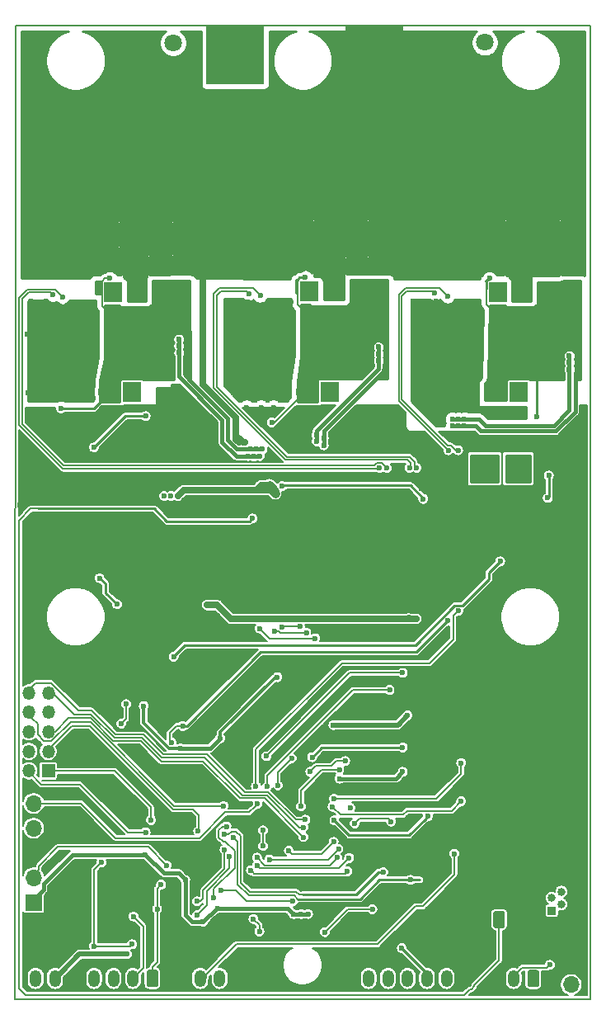
<source format=gbr>
G04 #@! TF.GenerationSoftware,KiCad,Pcbnew,(5.1.5)-3*
G04 #@! TF.CreationDate,2020-04-08T13:55:35-05:00*
G04 #@! TF.ProjectId,Cheap FOCer 2 60mm,43686561-7020-4464-9f43-657220322036,1*
G04 #@! TF.SameCoordinates,PX6979f40PYa1135a0*
G04 #@! TF.FileFunction,Copper,L2,Bot*
G04 #@! TF.FilePolarity,Positive*
%FSLAX46Y46*%
G04 Gerber Fmt 4.6, Leading zero omitted, Abs format (unit mm)*
G04 Created by KiCad (PCBNEW (5.1.5)-3) date 2020-04-08 13:55:35*
%MOMM*%
%LPD*%
G04 APERTURE LIST*
%ADD10C,0.150000*%
%ADD11R,1.905000X2.000000*%
%ADD12O,1.905000X2.000000*%
%ADD13O,1.200000X1.750000*%
%ADD14R,1.800000X1.800000*%
%ADD15C,1.800000*%
%ADD16O,1.700000X1.700000*%
%ADD17R,1.700000X1.700000*%
%ADD18O,1.350000X1.350000*%
%ADD19R,1.350000X1.350000*%
%ADD20R,6.000000X6.000000*%
%ADD21R,6.000000X6.500000*%
%ADD22O,4.000000X3.000000*%
%ADD23O,1.850000X0.850000*%
%ADD24C,0.840000*%
%ADD25R,0.840000X0.840000*%
%ADD26C,0.600000*%
%ADD27C,0.800000*%
%ADD28C,0.635000*%
%ADD29C,0.177800*%
%ADD30C,0.254000*%
%ADD31C,0.508000*%
%ADD32C,0.304800*%
%ADD33C,0.406400*%
%ADD34C,0.889000*%
G04 APERTURE END LIST*
D10*
X59100000Y99900000D02*
X25000Y99900000D01*
X0Y0D02*
X59100000Y0D01*
X25000Y99900000D02*
X0Y0D01*
X59100000Y0D02*
X59100000Y99900000D01*
D11*
X30195000Y72600000D03*
D12*
X32735000Y72600000D03*
X35275000Y72600000D03*
D13*
X2100000Y2100000D03*
X4100000Y2100000D03*
X6100000Y2100000D03*
X8100000Y2100000D03*
X10100000Y2100000D03*
X12100000Y2100000D03*
G04 #@! TA.AperFunction,ComponentPad*
D10*
G36*
X14474505Y2973796D02*
G01*
X14498773Y2970196D01*
X14522572Y2964235D01*
X14545671Y2955970D01*
X14567850Y2945480D01*
X14588893Y2932868D01*
X14608599Y2918253D01*
X14626777Y2901777D01*
X14643253Y2883599D01*
X14657868Y2863893D01*
X14670480Y2842850D01*
X14680970Y2820671D01*
X14689235Y2797572D01*
X14695196Y2773773D01*
X14698796Y2749505D01*
X14700000Y2725001D01*
X14700000Y1474999D01*
X14698796Y1450495D01*
X14695196Y1426227D01*
X14689235Y1402428D01*
X14680970Y1379329D01*
X14670480Y1357150D01*
X14657868Y1336107D01*
X14643253Y1316401D01*
X14626777Y1298223D01*
X14608599Y1281747D01*
X14588893Y1267132D01*
X14567850Y1254520D01*
X14545671Y1244030D01*
X14522572Y1235765D01*
X14498773Y1229804D01*
X14474505Y1226204D01*
X14450001Y1225000D01*
X13749999Y1225000D01*
X13725495Y1226204D01*
X13701227Y1229804D01*
X13677428Y1235765D01*
X13654329Y1244030D01*
X13632150Y1254520D01*
X13611107Y1267132D01*
X13591401Y1281747D01*
X13573223Y1298223D01*
X13556747Y1316401D01*
X13542132Y1336107D01*
X13529520Y1357150D01*
X13519030Y1379329D01*
X13510765Y1402428D01*
X13504804Y1426227D01*
X13501204Y1450495D01*
X13500000Y1474999D01*
X13500000Y2725001D01*
X13501204Y2749505D01*
X13504804Y2773773D01*
X13510765Y2797572D01*
X13519030Y2820671D01*
X13529520Y2842850D01*
X13542132Y2863893D01*
X13556747Y2883599D01*
X13573223Y2901777D01*
X13591401Y2918253D01*
X13611107Y2932868D01*
X13632150Y2945480D01*
X13654329Y2955970D01*
X13677428Y2964235D01*
X13701227Y2970196D01*
X13725495Y2973796D01*
X13749999Y2975000D01*
X14450001Y2975000D01*
X14474505Y2973796D01*
G37*
G04 #@! TD.AperFunction*
D13*
X19000000Y2100000D03*
X21000000Y2100000D03*
G04 #@! TA.AperFunction,ComponentPad*
D10*
G36*
X23374505Y2973796D02*
G01*
X23398773Y2970196D01*
X23422572Y2964235D01*
X23445671Y2955970D01*
X23467850Y2945480D01*
X23488893Y2932868D01*
X23508599Y2918253D01*
X23526777Y2901777D01*
X23543253Y2883599D01*
X23557868Y2863893D01*
X23570480Y2842850D01*
X23580970Y2820671D01*
X23589235Y2797572D01*
X23595196Y2773773D01*
X23598796Y2749505D01*
X23600000Y2725001D01*
X23600000Y1474999D01*
X23598796Y1450495D01*
X23595196Y1426227D01*
X23589235Y1402428D01*
X23580970Y1379329D01*
X23570480Y1357150D01*
X23557868Y1336107D01*
X23543253Y1316401D01*
X23526777Y1298223D01*
X23508599Y1281747D01*
X23488893Y1267132D01*
X23467850Y1254520D01*
X23445671Y1244030D01*
X23422572Y1235765D01*
X23398773Y1229804D01*
X23374505Y1226204D01*
X23350001Y1225000D01*
X22649999Y1225000D01*
X22625495Y1226204D01*
X22601227Y1229804D01*
X22577428Y1235765D01*
X22554329Y1244030D01*
X22532150Y1254520D01*
X22511107Y1267132D01*
X22491401Y1281747D01*
X22473223Y1298223D01*
X22456747Y1316401D01*
X22442132Y1336107D01*
X22429520Y1357150D01*
X22419030Y1379329D01*
X22410765Y1402428D01*
X22404804Y1426227D01*
X22401204Y1450495D01*
X22400000Y1474999D01*
X22400000Y2725001D01*
X22401204Y2749505D01*
X22404804Y2773773D01*
X22410765Y2797572D01*
X22419030Y2820671D01*
X22429520Y2842850D01*
X22442132Y2863893D01*
X22456747Y2883599D01*
X22473223Y2901777D01*
X22491401Y2918253D01*
X22511107Y2932868D01*
X22532150Y2945480D01*
X22554329Y2955970D01*
X22577428Y2964235D01*
X22601227Y2970196D01*
X22625495Y2973796D01*
X22649999Y2975000D01*
X23350001Y2975000D01*
X23374505Y2973796D01*
G37*
G04 #@! TD.AperFunction*
G04 #@! TA.AperFunction,ComponentPad*
G36*
X46674505Y2973796D02*
G01*
X46698773Y2970196D01*
X46722572Y2964235D01*
X46745671Y2955970D01*
X46767850Y2945480D01*
X46788893Y2932868D01*
X46808599Y2918253D01*
X46826777Y2901777D01*
X46843253Y2883599D01*
X46857868Y2863893D01*
X46870480Y2842850D01*
X46880970Y2820671D01*
X46889235Y2797572D01*
X46895196Y2773773D01*
X46898796Y2749505D01*
X46900000Y2725001D01*
X46900000Y1474999D01*
X46898796Y1450495D01*
X46895196Y1426227D01*
X46889235Y1402428D01*
X46880970Y1379329D01*
X46870480Y1357150D01*
X46857868Y1336107D01*
X46843253Y1316401D01*
X46826777Y1298223D01*
X46808599Y1281747D01*
X46788893Y1267132D01*
X46767850Y1254520D01*
X46745671Y1244030D01*
X46722572Y1235765D01*
X46698773Y1229804D01*
X46674505Y1226204D01*
X46650001Y1225000D01*
X45949999Y1225000D01*
X45925495Y1226204D01*
X45901227Y1229804D01*
X45877428Y1235765D01*
X45854329Y1244030D01*
X45832150Y1254520D01*
X45811107Y1267132D01*
X45791401Y1281747D01*
X45773223Y1298223D01*
X45756747Y1316401D01*
X45742132Y1336107D01*
X45729520Y1357150D01*
X45719030Y1379329D01*
X45710765Y1402428D01*
X45704804Y1426227D01*
X45701204Y1450495D01*
X45700000Y1474999D01*
X45700000Y2725001D01*
X45701204Y2749505D01*
X45704804Y2773773D01*
X45710765Y2797572D01*
X45719030Y2820671D01*
X45729520Y2842850D01*
X45742132Y2863893D01*
X45756747Y2883599D01*
X45773223Y2901777D01*
X45791401Y2918253D01*
X45811107Y2932868D01*
X45832150Y2945480D01*
X45854329Y2955970D01*
X45877428Y2964235D01*
X45901227Y2970196D01*
X45925495Y2973796D01*
X45949999Y2975000D01*
X46650001Y2975000D01*
X46674505Y2973796D01*
G37*
G04 #@! TD.AperFunction*
D13*
X44300000Y2100000D03*
X42300000Y2100000D03*
X40300000Y2100000D03*
X38300000Y2100000D03*
X36300000Y2100000D03*
G04 #@! TA.AperFunction,ComponentPad*
D10*
G36*
X53574505Y2973796D02*
G01*
X53598773Y2970196D01*
X53622572Y2964235D01*
X53645671Y2955970D01*
X53667850Y2945480D01*
X53688893Y2932868D01*
X53708599Y2918253D01*
X53726777Y2901777D01*
X53743253Y2883599D01*
X53757868Y2863893D01*
X53770480Y2842850D01*
X53780970Y2820671D01*
X53789235Y2797572D01*
X53795196Y2773773D01*
X53798796Y2749505D01*
X53800000Y2725001D01*
X53800000Y1474999D01*
X53798796Y1450495D01*
X53795196Y1426227D01*
X53789235Y1402428D01*
X53780970Y1379329D01*
X53770480Y1357150D01*
X53757868Y1336107D01*
X53743253Y1316401D01*
X53726777Y1298223D01*
X53708599Y1281747D01*
X53688893Y1267132D01*
X53667850Y1254520D01*
X53645671Y1244030D01*
X53622572Y1235765D01*
X53598773Y1229804D01*
X53574505Y1226204D01*
X53550001Y1225000D01*
X52849999Y1225000D01*
X52825495Y1226204D01*
X52801227Y1229804D01*
X52777428Y1235765D01*
X52754329Y1244030D01*
X52732150Y1254520D01*
X52711107Y1267132D01*
X52691401Y1281747D01*
X52673223Y1298223D01*
X52656747Y1316401D01*
X52642132Y1336107D01*
X52629520Y1357150D01*
X52619030Y1379329D01*
X52610765Y1402428D01*
X52604804Y1426227D01*
X52601204Y1450495D01*
X52600000Y1474999D01*
X52600000Y2725001D01*
X52601204Y2749505D01*
X52604804Y2773773D01*
X52610765Y2797572D01*
X52619030Y2820671D01*
X52629520Y2842850D01*
X52642132Y2863893D01*
X52656747Y2883599D01*
X52673223Y2901777D01*
X52691401Y2918253D01*
X52711107Y2932868D01*
X52732150Y2945480D01*
X52754329Y2955970D01*
X52777428Y2964235D01*
X52801227Y2970196D01*
X52825495Y2973796D01*
X52849999Y2975000D01*
X53550001Y2975000D01*
X53574505Y2973796D01*
G37*
G04 #@! TD.AperFunction*
D13*
X51200000Y2100000D03*
X47700000Y8150000D03*
G04 #@! TA.AperFunction,ComponentPad*
D10*
G36*
X50074505Y9023796D02*
G01*
X50098773Y9020196D01*
X50122572Y9014235D01*
X50145671Y9005970D01*
X50167850Y8995480D01*
X50188893Y8982868D01*
X50208599Y8968253D01*
X50226777Y8951777D01*
X50243253Y8933599D01*
X50257868Y8913893D01*
X50270480Y8892850D01*
X50280970Y8870671D01*
X50289235Y8847572D01*
X50295196Y8823773D01*
X50298796Y8799505D01*
X50300000Y8775001D01*
X50300000Y7524999D01*
X50298796Y7500495D01*
X50295196Y7476227D01*
X50289235Y7452428D01*
X50280970Y7429329D01*
X50270480Y7407150D01*
X50257868Y7386107D01*
X50243253Y7366401D01*
X50226777Y7348223D01*
X50208599Y7331747D01*
X50188893Y7317132D01*
X50167850Y7304520D01*
X50145671Y7294030D01*
X50122572Y7285765D01*
X50098773Y7279804D01*
X50074505Y7276204D01*
X50050001Y7275000D01*
X49349999Y7275000D01*
X49325495Y7276204D01*
X49301227Y7279804D01*
X49277428Y7285765D01*
X49254329Y7294030D01*
X49232150Y7304520D01*
X49211107Y7317132D01*
X49191401Y7331747D01*
X49173223Y7348223D01*
X49156747Y7366401D01*
X49142132Y7386107D01*
X49129520Y7407150D01*
X49119030Y7429329D01*
X49110765Y7452428D01*
X49104804Y7476227D01*
X49101204Y7500495D01*
X49100000Y7524999D01*
X49100000Y8775001D01*
X49101204Y8799505D01*
X49104804Y8823773D01*
X49110765Y8847572D01*
X49119030Y8870671D01*
X49129520Y8892850D01*
X49142132Y8913893D01*
X49156747Y8933599D01*
X49173223Y8951777D01*
X49191401Y8968253D01*
X49211107Y8982868D01*
X49232150Y8995480D01*
X49254329Y9005970D01*
X49277428Y9014235D01*
X49301227Y9020196D01*
X49325495Y9023796D01*
X49349999Y9025000D01*
X50050001Y9025000D01*
X50074505Y9023796D01*
G37*
G04 #@! TD.AperFunction*
D14*
X43236600Y98137300D03*
D15*
X48236600Y98137300D03*
D11*
X10075000Y72500000D03*
D12*
X12615000Y72500000D03*
X15155000Y72500000D03*
D11*
X32280000Y62300000D03*
D12*
X29740000Y62300000D03*
X27200000Y62300000D03*
D15*
X16236600Y98087300D03*
D14*
X11236600Y98087300D03*
D16*
X1900000Y20060000D03*
X1900000Y17520000D03*
X1900000Y14980000D03*
X1900000Y12440000D03*
D17*
X1900000Y9900000D03*
D18*
X1400000Y31400000D03*
X3400000Y31400000D03*
X1400000Y29400000D03*
X3400000Y29400000D03*
X1400000Y27400000D03*
X3400000Y27400000D03*
X1400000Y25400000D03*
X3400000Y25400000D03*
X1400000Y23400000D03*
D19*
X3400000Y23400000D03*
D20*
X22600000Y96800000D03*
X36900000Y96800000D03*
D21*
X12300000Y67450000D03*
D22*
X30600000Y46725000D03*
D21*
X32675000Y67400000D03*
X51875000Y67500000D03*
D12*
X6920000Y62300000D03*
X9460000Y62300000D03*
D11*
X12000000Y62300000D03*
X49575000Y72500000D03*
D12*
X52115000Y72500000D03*
X54655000Y72500000D03*
D16*
X57100000Y1460000D03*
D17*
X57100000Y4000000D03*
D11*
X51680000Y62300000D03*
D12*
X49140000Y62300000D03*
X46600000Y62300000D03*
D23*
X55320000Y13925000D03*
X55320000Y6775000D03*
D24*
X55100000Y11650000D03*
X56100000Y11000000D03*
X55100000Y10350000D03*
X56100000Y9700000D03*
D25*
X55100000Y9050000D03*
D26*
X19675000Y40400000D03*
X20600000Y40400006D03*
X41200000Y39000000D03*
X40400010Y39050000D03*
X20000000Y55400000D03*
X20400000Y56300000D03*
X56000000Y26600000D03*
X22475000Y42100000D03*
X16575000Y40100000D03*
X26100000Y45200000D03*
X13475000Y12500000D03*
X54775000Y25000000D03*
X23875000Y22000000D03*
X17200000Y46100000D03*
X20100000Y48200000D03*
X54575000Y28500000D03*
X52775000Y25000000D03*
X56875000Y25000000D03*
X53400000Y47500000D03*
X23100000Y46700000D03*
X54500000Y26600000D03*
X31675000Y27300000D03*
X17500000Y38525000D03*
X7100000Y9000000D03*
X28600000Y33900000D03*
X2200000Y56100000D03*
X1900000Y36400000D03*
X20099999Y29600001D03*
X37900000Y11600000D03*
X36500000Y45200000D03*
X53100000Y28500000D03*
X37950000Y16100000D03*
X5000000Y4900000D03*
X36500000Y46700000D03*
X37900000Y48200000D03*
X37900000Y45200000D03*
X19375000Y12800000D03*
X35000000Y45200000D03*
X39800000Y11600000D03*
X35000000Y46700000D03*
X35600000Y13400000D03*
X47100000Y25400000D03*
X22600000Y27400000D03*
D27*
X30000000Y47750000D03*
D26*
X37900000Y46700000D03*
X50600000Y25600000D03*
X34500000Y11600000D03*
X53800000Y27600000D03*
X48200000Y25400000D03*
X36850000Y14700000D03*
X38700000Y19900000D03*
X49400000Y23300000D03*
X31900000Y29900000D03*
X14700000Y48600000D03*
X7100000Y12000000D03*
D27*
X25100000Y98100000D03*
X32175000Y46800000D03*
D26*
X21166835Y20766832D03*
D27*
X21400000Y99300000D03*
D26*
X19000000Y30500000D03*
D27*
X23900000Y99300000D03*
D26*
X29500000Y27600000D03*
D27*
X28000000Y46825000D03*
D26*
X17314804Y30514804D03*
X15500000Y30500000D03*
D27*
X25100000Y96800000D03*
X25100000Y95600000D03*
D26*
X24500000Y33200000D03*
X23000000Y34400000D03*
D27*
X28000000Y45425000D03*
D26*
X26100000Y48200000D03*
X15200000Y21850000D03*
D27*
X22600000Y94300000D03*
D26*
X17800000Y41300000D03*
D27*
X31300000Y45750000D03*
D26*
X35000000Y48200000D03*
X30000000Y20400000D03*
D27*
X20100000Y99300000D03*
X20100000Y98100000D03*
D26*
X20942110Y28100000D03*
D27*
X33350000Y48175000D03*
X28000000Y48175000D03*
D26*
X38675000Y27000000D03*
X16575000Y6900000D03*
X17400000Y13600000D03*
D27*
X29175000Y46800000D03*
X21400000Y94300000D03*
X20100000Y96800000D03*
X22600000Y99300000D03*
X30000000Y45750000D03*
X20100000Y95600000D03*
D26*
X15100000Y18900000D03*
D27*
X33350000Y45425000D03*
X23900000Y94300000D03*
D26*
X32774988Y12300000D03*
X25581310Y27418680D03*
D27*
X33350000Y46825000D03*
D26*
X18575000Y27700000D03*
X33774978Y21500000D03*
X35200000Y39900000D03*
D27*
X20100000Y94300000D03*
D26*
X26094986Y28105014D03*
X21300000Y53150000D03*
X14648121Y29100000D03*
X13800000Y51200000D03*
X37200000Y39900000D03*
X22300000Y19800000D03*
X38200000Y29100000D03*
X48500000Y46000000D03*
X16450000Y34100000D03*
X38000000Y43400000D03*
X13800000Y49600000D03*
X24700000Y17800000D03*
X30500000Y26387500D03*
X18600000Y15350000D03*
X41691745Y52391745D03*
X15599978Y14750022D03*
X4300000Y6500000D03*
X30167693Y19263787D03*
X38475000Y24100000D03*
X10400000Y51200000D03*
D27*
X25100000Y94300000D03*
D26*
X12300000Y49600000D03*
X39300000Y54650000D03*
X10400000Y49600000D03*
D27*
X31300000Y47750000D03*
D26*
X23500000Y18500000D03*
D27*
X25100000Y99300000D03*
D26*
X32300000Y25200000D03*
X45350000Y43300000D03*
X19150000Y53800000D03*
X6800000Y6600000D03*
X41200000Y48700000D03*
X12300000Y51200000D03*
X19150000Y53050000D03*
X1900000Y4900000D03*
X19200000Y50950000D03*
X5500000Y8800000D03*
X23150000Y50100000D03*
X23850000Y25000000D03*
X46100000Y48900000D03*
X38000000Y42500000D03*
X15650000Y39200000D03*
X23150000Y51050000D03*
X18300000Y40100000D03*
X44650000Y20700000D03*
X39699998Y29900000D03*
X39450000Y46700000D03*
X41700000Y40200000D03*
X24600000Y45200000D03*
X31300000Y31200000D03*
X21600000Y46700000D03*
X19800000Y45400000D03*
X23100000Y48200000D03*
X57300000Y26600000D03*
X40000000Y48700000D03*
X19800000Y43200000D03*
X20100000Y46700000D03*
X13400000Y42000000D03*
X18500000Y46100000D03*
X16100000Y44900000D03*
X21600000Y48200000D03*
X50300000Y20700000D03*
X26100000Y46700000D03*
X30500019Y32199999D03*
X18500000Y47500000D03*
X24600000Y48200000D03*
X14700000Y47400000D03*
X1300000Y57100000D03*
X26675000Y17400000D03*
X57800000Y35800000D03*
X38675000Y21600000D03*
X18875000Y22100000D03*
X44600000Y23400000D03*
X48600000Y17100000D03*
X36500000Y48200000D03*
X24600000Y46700000D03*
X57800000Y33500000D03*
X26600000Y31800000D03*
X20699608Y33991989D03*
X14675000Y40100000D03*
X53100000Y26600000D03*
X35400000Y6600000D03*
X29400000Y40000000D03*
X25604532Y39844510D03*
X17750000Y56350000D03*
X51700000Y49000000D03*
X38200000Y41169790D03*
X16800000Y59500000D03*
X16900000Y61500000D03*
X16800000Y62800000D03*
X18400000Y59500000D03*
X20000000Y59600000D03*
X30200000Y56800000D03*
X27700000Y58700000D03*
X28900000Y57600000D03*
X25300000Y60700000D03*
X19200000Y56300000D03*
X14900000Y59600000D03*
X18800000Y60600000D03*
X49800000Y48700000D03*
X49100000Y52300000D03*
X53500000Y51800000D03*
X51300000Y51700000D03*
X38800000Y56500000D03*
X40600000Y56500000D03*
X43000000Y54900000D03*
X43000000Y53600000D03*
X43100000Y51800000D03*
X44300000Y51000000D03*
X47500000Y51000000D03*
X44300000Y46700000D03*
X16400000Y55400000D03*
X21600000Y55400000D03*
X18400000Y55400000D03*
X15000000Y56300000D03*
X13600000Y55600000D03*
X23800000Y60700000D03*
X12800000Y9900006D03*
X16375000Y11946245D03*
X20798551Y39298551D03*
X23250000Y40200000D03*
X34034090Y23500000D03*
X38800000Y12900000D03*
X17800000Y50950000D03*
X17850000Y49850000D03*
X35300000Y37700000D03*
X31700000Y37700000D03*
X16236458Y3971180D03*
X9800000Y6600000D03*
X6100000Y18700000D03*
X26569790Y60700000D03*
X43000000Y56569790D03*
X13384052Y33515948D03*
X3350000Y54950000D03*
X7300000Y27450000D03*
X7650000Y30800000D03*
X8500000Y30050000D03*
X9400000Y29100000D03*
X13100000Y24900000D03*
X12000000Y25750000D03*
X11450000Y27700000D03*
X12500000Y27700000D03*
X9750000Y33300000D03*
X7750000Y34300000D03*
X1600000Y47300000D03*
X1900000Y49100000D03*
X3250000Y49350000D03*
X3300000Y51300000D03*
X1900000Y51250000D03*
X500000Y50700000D03*
X3600001Y57299999D03*
X2750000Y58099998D03*
X1850000Y58850000D03*
X6150000Y49100000D03*
X6300000Y46950000D03*
X6300000Y51350000D03*
X6250000Y53450000D03*
X6900000Y55850000D03*
X10000000Y55800000D03*
X12100000Y56500000D03*
X11600000Y39300000D03*
X14400000Y37000000D03*
X20050000Y35550000D03*
X22400000Y36900000D03*
X22350000Y38200000D03*
X18800000Y37100000D03*
X25850000Y34350000D03*
X38150000Y9850000D03*
X39850000Y9950000D03*
X39150000Y8900000D03*
X31777170Y8828810D03*
X33800000Y6300000D03*
X33150000Y4750000D03*
X34900000Y4700000D03*
X35000000Y2100000D03*
X33200000Y2100000D03*
X19400000Y5800000D03*
X22950000Y4550000D03*
X26150000Y4500000D03*
X26150000Y2000000D03*
X11100000Y3450000D03*
X9050000Y3600000D03*
X6900000Y3550000D03*
X54000000Y19000000D03*
X55700000Y16650000D03*
X52850000Y11650000D03*
X52800000Y9250000D03*
X52900000Y6550000D03*
X48100000Y5500000D03*
X42850000Y5500000D03*
X41100000Y7200000D03*
X43050000Y9750000D03*
X45050000Y7650000D03*
X48900000Y11750000D03*
X48900000Y9950000D03*
X40900000Y21900000D03*
X41100000Y24800000D03*
X41100000Y27450000D03*
X42300000Y28650000D03*
X43800000Y25450000D03*
X43150000Y22200000D03*
X42400000Y30800000D03*
X42400000Y32100000D03*
X42350000Y33600000D03*
X42400000Y35400000D03*
X40700000Y38100000D03*
X40700000Y37150000D03*
X42650000Y39300000D03*
X40650000Y41050000D03*
X40950000Y42500000D03*
X42150000Y43300000D03*
X56650000Y43100000D03*
X57400000Y46700000D03*
X57350000Y51600000D03*
X57300000Y55150000D03*
X56050000Y57250000D03*
X57750000Y58750000D03*
X40100000Y44050000D03*
X41700000Y45800000D03*
X42900000Y48750000D03*
X46100000Y50950000D03*
X34000000Y59200000D03*
X36250000Y59000000D03*
X11000000Y23650000D03*
X9250000Y25400000D03*
X6100000Y21000000D03*
X9850000Y21250000D03*
X3352304Y13522696D03*
X4200000Y21000000D03*
X4200000Y18700000D03*
X5100000Y16500000D03*
X8100000Y16500000D03*
X8100000Y19800000D03*
X3235196Y16135196D03*
X7500000Y14000000D03*
X7900000Y22700000D03*
X4600000Y25300000D03*
X8000000Y24400000D03*
X6100000Y27000000D03*
X40700000Y13600000D03*
X57300000Y19000000D03*
X37600000Y17800000D03*
X46700000Y18600000D03*
X43300000Y12100000D03*
X11400000Y19100000D03*
X9800000Y16200000D03*
X9900000Y11900000D03*
X11800000Y11900000D03*
X11200000Y13900000D03*
X11100000Y10000000D03*
X10800000Y7900000D03*
X5800000Y13000000D03*
X45800000Y9800000D03*
X51400000Y10000000D03*
X49200000Y2000000D03*
X50700000Y4500000D03*
X47700000Y3400000D03*
X7216745Y45266745D03*
X11100000Y38300000D03*
X12155717Y36444283D03*
X8200000Y44300000D03*
X1500000Y43800000D03*
X1400000Y39400000D03*
X1900000Y33900000D03*
X5100000Y33400000D03*
X3300000Y44700000D03*
X57800000Y40900000D03*
X57800000Y38800000D03*
X56700000Y37300000D03*
X47400000Y36355490D03*
X43550000Y36355490D03*
X45500000Y36355490D03*
X45500000Y41000000D03*
X49700000Y43100000D03*
X47212498Y38012500D03*
X48662495Y35437505D03*
X9800000Y38900000D03*
X49300000Y39800000D03*
X49400000Y38000000D03*
X3331834Y10740582D03*
X50769996Y34555490D03*
X51000000Y36300000D03*
X54900000Y36300000D03*
X34100000Y56800000D03*
X4800000Y22800000D03*
X6300000Y22800000D03*
X24900000Y20025532D03*
X15542110Y13700000D03*
X28500000Y10000000D03*
X21157108Y11111841D03*
X28575000Y8700000D03*
X17475000Y12200000D03*
X49200000Y53200000D03*
X49200002Y55400000D03*
X27394090Y52614530D03*
X20775000Y9300000D03*
X39800000Y23300000D03*
X32679279Y28100000D03*
X48100000Y54300000D03*
X26915899Y33015899D03*
X48100000Y53200001D03*
X48099999Y55400000D03*
X41900000Y51300000D03*
X16975000Y25700002D03*
X39800000Y25800000D03*
X11475000Y4600000D03*
X10775000Y4600000D03*
X40287500Y29087500D03*
X29375000Y8700000D03*
X21059360Y26755671D03*
X30500000Y24800000D03*
X19275000Y7900000D03*
X33300000Y22600000D03*
X30075030Y8700000D03*
X47100000Y53200000D03*
X47100000Y54300000D03*
X47100000Y55400000D03*
X34860035Y18000000D03*
X13200000Y30049996D03*
X13375000Y14800000D03*
X38599996Y18200000D03*
X53100000Y77500000D03*
X55600000Y77500000D03*
X52300000Y77500000D03*
X51500000Y77500000D03*
X54800000Y77500000D03*
X50700000Y77500000D03*
X53900000Y77500000D03*
X53100000Y78600000D03*
X55600000Y78600000D03*
X52300000Y78600000D03*
X51500000Y78600000D03*
X54800000Y78600000D03*
X50700000Y78600000D03*
X53900000Y78600000D03*
X11100000Y77650000D03*
X14900000Y77650000D03*
X12100000Y77650000D03*
X13100000Y77650000D03*
X14000000Y77650000D03*
X15875000Y77650000D03*
X11100000Y78550000D03*
X14900000Y78550000D03*
X12100000Y78550000D03*
X13100000Y78550000D03*
X14000000Y78550000D03*
X15875000Y78550000D03*
X35900000Y77700000D03*
X33100000Y77700000D03*
X35000000Y77700000D03*
X32100000Y77700000D03*
X31100000Y77700000D03*
X34100000Y77700000D03*
X35900000Y78700000D03*
X33100000Y78700000D03*
X35000000Y78700000D03*
X32100000Y78700000D03*
X31100000Y78700000D03*
X34100000Y78700000D03*
X52300000Y79600000D03*
D27*
X35700000Y94300000D03*
X34400000Y95600000D03*
D26*
X55600000Y79600000D03*
D27*
X34400000Y98100000D03*
D26*
X14900000Y79450000D03*
X12100000Y79450000D03*
D27*
X36900000Y94300000D03*
X36800000Y99300000D03*
D26*
X13100000Y79450000D03*
X53900000Y79600000D03*
D27*
X34400000Y99300000D03*
D26*
X15875000Y79450000D03*
X53100000Y79600000D03*
X54800000Y79600000D03*
D27*
X39400000Y99300000D03*
D26*
X14000000Y79450000D03*
D27*
X34400000Y96800000D03*
X38100000Y99300000D03*
X39400000Y98100000D03*
X39400000Y96800000D03*
X39400000Y95600000D03*
X38200000Y94300000D03*
X34400000Y94300000D03*
X39400000Y94300000D03*
X35600000Y99300000D03*
D26*
X51500000Y79600000D03*
X50700000Y79600000D03*
X23000000Y57100000D03*
X23600000Y57100000D03*
X11100000Y79450000D03*
X31100000Y79600000D03*
X35900000Y79600000D03*
X35000000Y79600000D03*
X34100000Y79600000D03*
X33100000Y79600000D03*
X32100000Y79600000D03*
X25400000Y56400000D03*
D27*
X9800000Y70000000D03*
X14800000Y64900000D03*
X14800000Y66200000D03*
X9800000Y64900000D03*
X9800000Y67500000D03*
X14800000Y68800000D03*
X14800000Y67500000D03*
X9800000Y66200000D03*
X14800000Y70000000D03*
X9800000Y68800000D03*
D26*
X17500000Y65700000D03*
X17500000Y64900000D03*
X17545626Y64145626D03*
X24800000Y56400000D03*
X24200000Y56400000D03*
X17700000Y73500000D03*
X9700000Y73927028D03*
X4700000Y60600000D03*
D27*
X30200000Y67500000D03*
X35200000Y66200000D03*
X30200000Y64900000D03*
X35200000Y70000000D03*
X30200000Y70000000D03*
X35200000Y68800000D03*
X35200000Y67500000D03*
X35200000Y64900000D03*
X30200000Y66200000D03*
X30200000Y68800000D03*
D26*
X38100000Y65100000D03*
X37930210Y64410347D03*
X37800000Y73600000D03*
X31700000Y57500000D03*
X37600000Y63800000D03*
X31700000Y56800000D03*
X26350000Y59150000D03*
X29800000Y74027026D03*
X44900000Y58769790D03*
D27*
X49400000Y70100000D03*
X54400000Y66300000D03*
X49400000Y66300000D03*
X54400000Y70100000D03*
D26*
X53600000Y59700000D03*
D27*
X54400000Y65000000D03*
X49400000Y67600000D03*
X54400000Y68900000D03*
X49400000Y68900000D03*
X49400000Y65000000D03*
X54400000Y67600000D03*
D26*
X46100000Y58772997D03*
X57700000Y64100000D03*
X57700000Y64800000D03*
X57700000Y65600000D03*
X57500000Y73400000D03*
X45500000Y58769790D03*
X48700000Y73927026D03*
X13400000Y59800000D03*
X10450000Y40500000D03*
X8671160Y43171160D03*
X8082531Y56588779D03*
X49800000Y44900000D03*
X16275000Y35100000D03*
X54800000Y53700000D03*
X54700000Y51400000D03*
X25800016Y24900001D03*
X39800000Y33450000D03*
X25875000Y21800000D03*
X38450000Y31700000D03*
X24199992Y13200000D03*
X34118688Y13081318D03*
X24833248Y13700724D03*
X34291460Y14452134D03*
X33097745Y14493137D03*
X24833248Y14503934D03*
X26107898Y14301024D03*
X33200729Y15372917D03*
X45800000Y20280210D03*
X32585290Y19707519D03*
X45800000Y24200000D03*
X32744973Y20543411D03*
X16075000Y26300000D03*
X50700000Y55500000D03*
X51699999Y54300000D03*
X17200000Y28000000D03*
X51700000Y55500000D03*
X52600000Y55500000D03*
X51700000Y53299999D03*
X52599999Y54300000D03*
X50700000Y53300000D03*
X52600000Y53300000D03*
X44400000Y38800000D03*
X25100000Y55700000D03*
X16800000Y67700000D03*
X16800000Y67000004D03*
X16800000Y66300000D03*
X23900000Y55700000D03*
X24500000Y55679527D03*
X37300000Y65500000D03*
X37300006Y66200000D03*
X30954374Y57204374D03*
X30950000Y57850000D03*
X37300000Y66900000D03*
X45500000Y59500000D03*
X46100000Y59500000D03*
X56900000Y64600000D03*
X56900000Y65300000D03*
X56900000Y66000000D03*
X44900000Y59500000D03*
X30300000Y23300000D03*
X33900000Y24400000D03*
X25450002Y17300000D03*
X25450000Y15684778D03*
X26600000Y37750000D03*
X29900000Y37564797D03*
X33300621Y23499234D03*
X29350000Y19750000D03*
X29251194Y38201194D03*
X27365910Y38158761D03*
X28100000Y15200000D03*
X32700000Y16100004D03*
X24726404Y21813039D03*
X45500000Y39800000D03*
X22015910Y14601899D03*
X18675006Y8600000D03*
X18675000Y10000000D03*
X21500000Y15300000D03*
X28350000Y71500000D03*
X25150000Y68300000D03*
X21750000Y68300000D03*
X28500000Y68300000D03*
X27350000Y68300000D03*
X26250000Y68300000D03*
X23900000Y68300000D03*
X22750000Y68300000D03*
X24400000Y62200000D03*
X23400000Y62200000D03*
X25500002Y62200000D03*
X22400000Y62200000D03*
X27400000Y71500000D03*
X26300000Y71500000D03*
X23900000Y71500000D03*
X22800000Y71500000D03*
X21700000Y71500000D03*
X32775000Y18308413D03*
X42400010Y18750000D03*
X29800000Y18400000D03*
X29599990Y17600000D03*
X21401366Y19801039D03*
X29600000Y16600000D03*
X18800000Y17200000D03*
X13400000Y17100000D03*
X13950004Y18349996D03*
X11400000Y30250000D03*
X10900000Y28234100D03*
X38158996Y54461396D03*
X3900000Y72250000D03*
X37395131Y54474468D03*
X4864796Y72035188D03*
X45500000Y56300000D03*
X43100000Y72400000D03*
X44485196Y56285196D03*
X44400000Y72100000D03*
X41217150Y54480508D03*
X24000000Y72384090D03*
X40480241Y54490151D03*
X25161476Y72152379D03*
X47600000Y71600000D03*
X46600000Y71600000D03*
X45500000Y71600000D03*
X43200000Y71600000D03*
X42000000Y71600000D03*
X40900000Y71600000D03*
X40900000Y68000000D03*
X42000000Y68000000D03*
X44400000Y68000000D03*
X47600000Y68000000D03*
X46600000Y68000000D03*
X45500000Y68000000D03*
X43200000Y68000000D03*
X41100000Y62200000D03*
X42500000Y62200000D03*
X43800000Y62200000D03*
X45100000Y62200000D03*
X1700000Y71600000D03*
X3200000Y71600000D03*
X7000000Y71500000D03*
X5900000Y71500000D03*
X8000000Y71500000D03*
X5300000Y62200000D03*
X4200000Y62200000D03*
X3200000Y62200000D03*
X2200000Y62200000D03*
X1300000Y62200000D03*
X4800000Y68200000D03*
X8400000Y68200000D03*
X2300000Y68200000D03*
X3500000Y68200000D03*
X6100000Y68200000D03*
X7300000Y68200000D03*
X1220721Y68200000D03*
X25100000Y38000000D03*
X34434090Y19600000D03*
X30800000Y37000000D03*
X26975000Y21900000D03*
X28418685Y24681315D03*
X36689900Y9189900D03*
X31800000Y6850000D03*
X24459090Y8200000D03*
X39700000Y5200000D03*
X25075000Y6915910D03*
X8100000Y5400000D03*
X8850000Y14000000D03*
X12000000Y5600000D03*
X12150000Y8450000D03*
X14575000Y9200000D03*
X14982269Y11725532D03*
X54904952Y3495048D03*
X22400000Y16600010D03*
X40575000Y12215900D03*
X21500000Y16900000D03*
X37800001Y13000001D03*
X26100000Y52700000D03*
X15300000Y51600000D03*
X26700000Y51900000D03*
X16000000Y51600000D03*
X16699990Y51600000D03*
X45100000Y14900000D03*
X24375000Y49300000D03*
X20375000Y10400000D03*
X21700000Y17700403D03*
D28*
X20099264Y40400000D02*
X19675000Y40400000D01*
X20099264Y40400000D02*
X20099270Y40400006D01*
X20099270Y40400006D02*
X20175736Y40400006D01*
X20175736Y40400006D02*
X20600000Y40400006D01*
X20750000Y40400000D02*
X22150000Y39000000D01*
X20099264Y40400000D02*
X20750000Y40400000D01*
X22150000Y39000000D02*
X40775736Y39000000D01*
X40775736Y39000000D02*
X41200000Y39000000D01*
X40450010Y39000000D02*
X40400010Y39050000D01*
X41200000Y39000000D02*
X40450010Y39000000D01*
D29*
X1575000Y20060000D02*
X2777081Y20060000D01*
X24036968Y19162500D02*
X24600001Y19725533D01*
X1575000Y20060000D02*
X6777081Y20060000D01*
X6777081Y20060000D02*
X10327081Y16510000D01*
X10327081Y16510000D02*
X18910000Y16510000D01*
X18910000Y16510000D02*
X21562500Y19162500D01*
X21562500Y19162500D02*
X24036968Y19162500D01*
X24600001Y19725533D02*
X24900000Y20025532D01*
X1575000Y12440000D02*
X1615000Y12400000D01*
X1575000Y12440000D02*
X1735000Y12600000D01*
X2424999Y13289999D02*
X1575000Y12440000D01*
X2424999Y13624999D02*
X2424999Y13289999D01*
X4400000Y15600000D02*
X2424999Y13624999D01*
X15542110Y13700000D02*
X13642110Y15600000D01*
X13642110Y15600000D02*
X4400000Y15600000D01*
X28075736Y10000000D02*
X28500000Y10000000D01*
X23775000Y10000000D02*
X28075736Y10000000D01*
X21100016Y11100000D02*
X22675000Y11100000D01*
X22675000Y11100000D02*
X23775000Y10000000D01*
D30*
X27394090Y52614530D02*
X27479560Y52700000D01*
X40600000Y52700000D02*
X42000000Y51300000D01*
D31*
X39300000Y28100000D02*
X33103543Y28100000D01*
X40287500Y29087500D02*
X39300000Y28100000D01*
D30*
X27479560Y52700000D02*
X40600000Y52700000D01*
D31*
X33103543Y28100000D02*
X32679279Y28100000D01*
D32*
X21059360Y27359360D02*
X26715899Y33015899D01*
D33*
X18175000Y7900000D02*
X17475000Y8600000D01*
D30*
X20775000Y9300000D02*
X20675000Y9300000D01*
D33*
X39800000Y23300000D02*
X39100000Y22600000D01*
X27975000Y9300000D02*
X20775000Y9300000D01*
X39100000Y22600000D02*
X33724264Y22600000D01*
X33724264Y22600000D02*
X33300000Y22600000D01*
D30*
X30500000Y24800000D02*
X31500000Y25800000D01*
D33*
X21059360Y26755671D02*
X20003691Y25700002D01*
D32*
X21059360Y26755671D02*
X21059360Y27359360D01*
D30*
X31500000Y25800000D02*
X32080078Y25800000D01*
D33*
X17475000Y8600000D02*
X17475000Y12200000D01*
X20003691Y25700002D02*
X17399264Y25700002D01*
D30*
X26715899Y33015899D02*
X26915899Y33015899D01*
D33*
X17399264Y25700002D02*
X16975000Y25700002D01*
D30*
X32080078Y25800000D02*
X39800000Y25800000D01*
D33*
X28575000Y8700000D02*
X27975000Y9300000D01*
X30075030Y8700000D02*
X28575000Y8700000D01*
X20675000Y9300000D02*
X19275000Y7900000D01*
X19275000Y7900000D02*
X18175000Y7900000D01*
X13375000Y14800000D02*
X12600000Y14800000D01*
X15275000Y12900000D02*
X13375000Y14800000D01*
X17475000Y12200000D02*
X16775000Y12900000D01*
X16775000Y12900000D02*
X15275000Y12900000D01*
D31*
X4781347Y2781347D02*
X4100000Y2100000D01*
X11475000Y4600000D02*
X6600000Y4600000D01*
X6600000Y4600000D02*
X4781347Y2781347D01*
D32*
X15817484Y25700002D02*
X13200000Y28317486D01*
X16975000Y25700002D02*
X15817484Y25700002D01*
X13200000Y28317486D02*
X13200000Y30050000D01*
D29*
X34860035Y18000000D02*
X35360034Y18499999D01*
X38299997Y18499999D02*
X38599996Y18200000D01*
X35360034Y18499999D02*
X38299997Y18499999D01*
D33*
X1600000Y9900000D02*
X1575000Y9900000D01*
X2900000Y11200000D02*
X1600000Y9900000D01*
X2900000Y11800000D02*
X2900000Y11200000D01*
X2900000Y11800000D02*
X2900000Y11700000D01*
X13000000Y14800000D02*
X5900000Y14800000D01*
X5900000Y14800000D02*
X2900000Y11800000D01*
D28*
X22700000Y57400000D02*
X23000000Y57100000D01*
X22700000Y58250000D02*
X22700000Y57400000D01*
X23400000Y57100000D02*
X23600000Y57100000D01*
X22684099Y57815901D02*
X23400000Y57100000D01*
X15875000Y77650000D02*
X17550000Y77650000D01*
X17550000Y77650000D02*
X19250000Y75950000D01*
X19250000Y75950000D02*
X19250000Y63064577D01*
X19250000Y63064577D02*
X22684099Y59630478D01*
X22684099Y59630478D02*
X22684099Y57815901D01*
D29*
X55400000Y77700000D02*
X55600000Y77500000D01*
X35900000Y77700000D02*
X55400000Y77700000D01*
X21000000Y77700000D02*
X19250000Y75950000D01*
X31100000Y77700000D02*
X21000000Y77700000D01*
D33*
X11300000Y67400001D02*
X11225000Y67325001D01*
X17500000Y64191252D02*
X17545626Y64145626D01*
X17500000Y65700000D02*
X17500000Y64191252D01*
X17500000Y64900000D02*
X17500000Y64191252D01*
D30*
X9460000Y61960000D02*
X9460000Y62300000D01*
X8100000Y60600000D02*
X9460000Y61960000D01*
X4700000Y60600000D02*
X8100000Y60600000D01*
D33*
X22754356Y56400000D02*
X25400000Y56400000D01*
X21800000Y57354356D02*
X22754356Y56400000D01*
X21800000Y59598576D02*
X21800000Y57354356D01*
X17845625Y63552951D02*
X21800000Y59598576D01*
X17545626Y64145626D02*
X17845625Y63845627D01*
X17845625Y63845627D02*
X17845625Y63552951D01*
D29*
X9175712Y73927028D02*
X9700000Y73927028D01*
X8906599Y73657915D02*
X9175712Y73927028D01*
X8906599Y71093401D02*
X8906599Y73657915D01*
X12300000Y67450000D02*
X12300000Y67700000D01*
X12300000Y67700000D02*
X8906599Y71093401D01*
D30*
X32500000Y67300000D02*
X32500000Y67575000D01*
D33*
X32675000Y67400000D02*
X32675000Y67150000D01*
X30200000Y70000000D02*
X30200000Y67245643D01*
X37930210Y64410347D02*
X37930210Y65000000D01*
X31700000Y56800000D02*
X31700000Y57500000D01*
X31724240Y58324240D02*
X31724240Y56824240D01*
X31724240Y56824240D02*
X31700000Y56800000D01*
X37930210Y64410347D02*
X37810347Y64410347D01*
X37810347Y64410347D02*
X31724240Y58324240D01*
D29*
X29740000Y62252500D02*
X26637500Y59150000D01*
X26637500Y59150000D02*
X26350000Y59150000D01*
X29740000Y62300000D02*
X29740000Y62252500D01*
D30*
X30200000Y70000000D02*
X30200000Y70185298D01*
D29*
X29800001Y70399999D02*
X30200000Y70000000D01*
X28988499Y71211501D02*
X29800001Y70399999D01*
X28988499Y73803201D02*
X28988499Y71211501D01*
D30*
X29212324Y74027026D02*
X29375736Y74027026D01*
X29375736Y74027026D02*
X29800000Y74027026D01*
X28988499Y73803201D02*
X29212324Y74027026D01*
X53600000Y59700000D02*
X53600000Y65775000D01*
D33*
X52900000Y65599999D02*
X51200000Y67299999D01*
D30*
X53600000Y65775000D02*
X51875000Y67500000D01*
D29*
X51875000Y67750000D02*
X51875000Y67500000D01*
X48368499Y71256501D02*
X51875000Y67750000D01*
X48368499Y72843499D02*
X48368499Y71256501D01*
X48406599Y73200000D02*
X48400001Y73206598D01*
X48400001Y73206598D02*
X48400001Y73627027D01*
X48400001Y73627027D02*
X48700000Y73927026D01*
D30*
X48368499Y73703201D02*
X48368499Y72843499D01*
X48419299Y73754001D02*
X48368499Y73703201D01*
X48700000Y73927026D02*
X48526975Y73754001D01*
X48526975Y73754001D02*
X48419299Y73754001D01*
D33*
X57700000Y64100000D02*
X57700000Y65600000D01*
X44800000Y58769790D02*
X45400000Y58769790D01*
X46100000Y58772997D02*
X44803207Y58772997D01*
X44803207Y58772997D02*
X44800000Y58769790D01*
X44803207Y58772997D02*
X47327003Y58772997D01*
X57700000Y63800000D02*
X57700000Y64100000D01*
X46096793Y58769790D02*
X47330210Y58769790D01*
X46100000Y58772997D02*
X46096793Y58769790D01*
X47330210Y58769790D02*
X47833410Y58266590D01*
X47833410Y58266590D02*
X55520944Y58266590D01*
X55520944Y58266590D02*
X57500000Y60245646D01*
X57500000Y63600000D02*
X57700000Y63800000D01*
X57500000Y60245646D02*
X57500000Y63600000D01*
D30*
X8728840Y43171160D02*
X8671160Y43171160D01*
X9300000Y42600000D02*
X8728840Y43171160D01*
X10450000Y40500000D02*
X9300000Y41650000D01*
X9300000Y41650000D02*
X9300000Y42600000D01*
X8382530Y56888778D02*
X8082531Y56588779D01*
X11293752Y59800000D02*
X8382530Y56888778D01*
X13400000Y59800000D02*
X11293752Y59800000D01*
X54800000Y51500000D02*
X54700000Y51400000D01*
X54800000Y53700000D02*
X54800000Y51500000D01*
X48645998Y43065920D02*
X45934079Y40354001D01*
X49800000Y44900000D02*
X48645998Y43745998D01*
X41080078Y36300000D02*
X17400000Y36300000D01*
X48645998Y43745998D02*
X48645998Y43065920D01*
X45934079Y40354001D02*
X45134079Y40354001D01*
X17400000Y36300000D02*
X16200000Y35100000D01*
X45134079Y40354001D02*
X41080078Y36300000D01*
D29*
X25800016Y24900001D02*
X34350015Y33450000D01*
X34350015Y33450000D02*
X39375736Y33450000D01*
X39375736Y33450000D02*
X39800000Y33450000D01*
X25875000Y22899264D02*
X34675736Y31700000D01*
X34675736Y31700000D02*
X38025736Y31700000D01*
X38025736Y31700000D02*
X38450000Y31700000D01*
X25875000Y21800000D02*
X25875000Y22899264D01*
X24499991Y12900000D02*
X24199992Y13200000D01*
X24549992Y12850000D02*
X24499991Y12900000D01*
X33887370Y12850000D02*
X24549992Y12850000D01*
X34118688Y13081318D02*
X33887370Y12850000D01*
X33240051Y13400725D02*
X33991461Y14152135D01*
X25133247Y13400725D02*
X33240051Y13400725D01*
X33991461Y14152135D02*
X34291460Y14452134D01*
X24833248Y13700724D02*
X25133247Y13400725D01*
X24833248Y14503934D02*
X25628260Y13708922D01*
X25628260Y13708922D02*
X32313530Y13708922D01*
X32797746Y14193138D02*
X33097745Y14493137D01*
X32313530Y13708922D02*
X32797746Y14193138D01*
X32128836Y14301024D02*
X32900730Y15072918D01*
X32900730Y15072918D02*
X33200729Y15372917D01*
X26107898Y14301024D02*
X32128836Y14301024D01*
X32592809Y19700000D02*
X32585290Y19707519D01*
X44819790Y19300000D02*
X45800000Y20280210D01*
X41150000Y19300000D02*
X44819790Y19300000D01*
X40250000Y19300000D02*
X41200000Y19300000D01*
X39850000Y18900000D02*
X40250000Y19300000D01*
X32585290Y19707519D02*
X33392809Y18900000D01*
X33392809Y18900000D02*
X39850000Y18900000D01*
X45800000Y23100000D02*
X45800000Y24200000D01*
X43043411Y20550000D02*
X43250000Y20550000D01*
X43250000Y20550000D02*
X45800000Y23100000D01*
X42750000Y20550000D02*
X43050000Y20550000D01*
X32744973Y20543411D02*
X32751562Y20550000D01*
X32751562Y20550000D02*
X42750000Y20550000D01*
X17200000Y28000000D02*
X16575000Y28000000D01*
X15875000Y26500000D02*
X16075000Y26300000D01*
X16575000Y28000000D02*
X15875000Y27300000D01*
X15875000Y27300000D02*
X15875000Y26500000D01*
D30*
X25224264Y35600000D02*
X41200000Y35600000D01*
X44100001Y38500001D02*
X44400000Y38800000D01*
X17200000Y28000000D02*
X17624264Y28000000D01*
X17624264Y28000000D02*
X25224264Y35600000D01*
X41200000Y35600000D02*
X44100001Y38500001D01*
D33*
X16800000Y67700000D02*
X16800000Y67000004D01*
X16800000Y67000004D02*
X16800000Y66300000D01*
X25100000Y55700000D02*
X23800000Y55700000D01*
X16800000Y63844219D02*
X21250000Y59394219D01*
X16800000Y66300000D02*
X16800000Y63844219D01*
X21250000Y59394219D02*
X21250000Y57150000D01*
X21250000Y57150000D02*
X22720473Y55679527D01*
X22720473Y55679527D02*
X25079527Y55679527D01*
X25079527Y55679527D02*
X25100000Y55700000D01*
X30954374Y57204374D02*
X30954374Y57895618D01*
X37300000Y65500000D02*
X37300000Y64654357D01*
X37300000Y64654357D02*
X30954374Y58308731D01*
X30954374Y58308731D02*
X30954374Y57895618D01*
X37300000Y65500000D02*
X37300000Y67000000D01*
X37300006Y67000006D02*
X37300000Y67000000D01*
X37300006Y66200000D02*
X37300006Y67000006D01*
X56900000Y65300000D02*
X56900000Y66000000D01*
X45400000Y59500000D02*
X45400000Y59500000D01*
X45400000Y59500000D02*
X45400000Y59500000D01*
X45400000Y59500000D02*
X45500000Y59500000D01*
X56900000Y60400000D02*
X56900000Y66000000D01*
X55300000Y58800000D02*
X56900000Y60400000D01*
X48300000Y58800000D02*
X55300000Y58800000D01*
X44900000Y59500000D02*
X47600000Y59500000D01*
X47600000Y59500000D02*
X48300000Y58800000D01*
D29*
X32475000Y23900000D02*
X32975000Y24400000D01*
X30900000Y23900000D02*
X32475000Y23900000D01*
X30300000Y23300000D02*
X30900000Y23900000D01*
X25450000Y17299998D02*
X25450002Y17300000D01*
X25450000Y15684778D02*
X25450000Y17299998D01*
X32975000Y24400000D02*
X33900000Y24400000D01*
X27024264Y37750000D02*
X27209467Y37564797D01*
X27209467Y37564797D02*
X29900000Y37564797D01*
X26600000Y37750000D02*
X27024264Y37750000D01*
X29350000Y19750000D02*
X29350000Y21350000D01*
X29350000Y21350000D02*
X31499234Y23499234D01*
X32876357Y23499234D02*
X33300621Y23499234D01*
X31499234Y23499234D02*
X32876357Y23499234D01*
X29251194Y38201194D02*
X27408343Y38201194D01*
X27408343Y38201194D02*
X27365910Y38158761D01*
X28400000Y14900000D02*
X28100000Y15200000D01*
X32700000Y16100004D02*
X31499996Y14900000D01*
X31499996Y14900000D02*
X28400000Y14900000D01*
X45000000Y39300000D02*
X45500000Y39800000D01*
X45000000Y36900000D02*
X45000000Y39300000D01*
X42550000Y34450000D02*
X45000000Y36900000D01*
X33550000Y34450000D02*
X42550000Y34450000D01*
X24726404Y21813039D02*
X24726404Y25626404D01*
X24726404Y25626404D02*
X33550000Y34450000D01*
X19674999Y11068933D02*
X22015910Y13409844D01*
X18675006Y8600000D02*
X19674999Y9599993D01*
X22015910Y13409844D02*
X22015910Y14177635D01*
X19674999Y9599993D02*
X19674999Y11068933D01*
X22015910Y14177635D02*
X22015910Y14601899D01*
X18975000Y10000000D02*
X18675000Y10000000D01*
X19275000Y10300000D02*
X18975000Y10000000D01*
X19275000Y11100000D02*
X19275000Y10300000D01*
X21500000Y15300000D02*
X21500000Y13325000D01*
X21500000Y13325000D02*
X19275000Y11100000D01*
D30*
X40450010Y16800000D02*
X42100011Y18450001D01*
X42100011Y18450001D02*
X42400010Y18750000D01*
X40450000Y16800000D02*
X40450010Y16800000D01*
X40400000Y16800000D02*
X40500000Y16900000D01*
X32775000Y18308413D02*
X34283413Y16800000D01*
X34283413Y16800000D02*
X40400000Y16800000D01*
D29*
X2100000Y32400000D02*
X3418534Y32400000D01*
X1100000Y31400000D02*
X2100000Y32400000D01*
X10324266Y27100000D02*
X7824266Y29600000D01*
X13150000Y27100000D02*
X10324266Y27100000D01*
X3700000Y32400000D02*
X3400000Y32400000D01*
X15165902Y25084098D02*
X13150000Y27100000D01*
X7824266Y29600000D02*
X6500000Y29600000D01*
X23568039Y21209622D02*
X19693563Y25084098D01*
X6500000Y29600000D02*
X3700000Y32400000D01*
X29800000Y18400000D02*
X28800000Y18400000D01*
X28800000Y18400000D02*
X25990378Y21209622D01*
X25990378Y21209622D02*
X23568039Y21209622D01*
X19693563Y25084098D02*
X15165902Y25084098D01*
X29168934Y17600000D02*
X25864123Y20904811D01*
X25864123Y20904811D02*
X23334019Y20904811D01*
X6100000Y29200000D02*
X3900000Y31400000D01*
X7793199Y29200000D02*
X6100000Y29200000D01*
X10198010Y26795189D02*
X7793199Y29200000D01*
X3900000Y31400000D02*
X3100000Y31400000D01*
X29599990Y17600000D02*
X29168934Y17600000D01*
X15049945Y24768989D02*
X13023745Y26795189D01*
X19469841Y24768989D02*
X15049945Y24768989D01*
X23334019Y20904811D02*
X19469841Y24768989D01*
X13023745Y26795189D02*
X10198010Y26795189D01*
X2300000Y28200000D02*
X1774999Y28725001D01*
X2300000Y27100000D02*
X2300000Y28200000D01*
X1774999Y28725001D02*
X1100000Y29400000D01*
X16330027Y19801039D02*
X7731066Y28400000D01*
X21401366Y19801039D02*
X16330027Y19801039D01*
X7731066Y28400000D02*
X5700000Y28400000D01*
X5700000Y28400000D02*
X3732899Y26432899D01*
X3732899Y26432899D02*
X2967101Y26432899D01*
X2967101Y26432899D02*
X2300000Y27100000D01*
X29300001Y16899999D02*
X29600000Y16600000D01*
X25600000Y20600000D02*
X29300001Y16899999D01*
X14999890Y24387978D02*
X19312022Y24387978D01*
X4100000Y27400000D02*
X5500000Y28800000D01*
X19312022Y24387978D02*
X23100000Y20600000D01*
X3100000Y27400000D02*
X4100000Y27400000D01*
X5500000Y28800000D02*
X7762132Y28800000D01*
X7762132Y28800000D02*
X10071754Y26490378D01*
X23100000Y20600000D02*
X25600000Y20600000D01*
X10071754Y26490378D02*
X12897490Y26490378D01*
X12897490Y26490378D02*
X14999890Y24387978D01*
X18850001Y18849999D02*
X18250000Y19450000D01*
X18850001Y17300000D02*
X18850001Y18849999D01*
X3200000Y25400000D02*
X3100000Y25400000D01*
X18250000Y19450000D02*
X16250000Y19450000D01*
X16250000Y19450000D02*
X7700000Y28000000D01*
X7700000Y28000000D02*
X5800000Y28000000D01*
X5800000Y28000000D02*
X3200000Y25400000D01*
X12975736Y17100000D02*
X13400000Y17100000D01*
X11563534Y17100000D02*
X12975736Y17100000D01*
X6663534Y22000000D02*
X11563534Y17100000D01*
X2700000Y22000000D02*
X6663534Y22000000D01*
X1100000Y23400000D02*
X1300000Y23400000D01*
X1300000Y23400000D02*
X2700000Y22000000D01*
X11400000Y30250000D02*
X11400000Y28734100D01*
X11400000Y28734100D02*
X10900000Y28234100D01*
X13950004Y19649996D02*
X13950004Y18349996D01*
X10200000Y23400000D02*
X13950004Y19649996D01*
X3100000Y23400000D02*
X10200000Y23400000D01*
X3650000Y72500000D02*
X3900000Y72250000D01*
X704811Y59001255D02*
X704811Y71804811D01*
X5001255Y54704811D02*
X704811Y59001255D01*
X704811Y71804811D02*
X1400000Y72500000D01*
X36841275Y54704811D02*
X5001255Y54704811D01*
X37630014Y54990378D02*
X37126842Y54990378D01*
X38158996Y54461396D02*
X37630014Y54990378D01*
X1400000Y72500000D02*
X3650000Y72500000D01*
X37126842Y54990378D02*
X36841275Y54704811D01*
X37320663Y54400000D02*
X37395131Y54474468D01*
X400000Y71931067D02*
X400000Y58874999D01*
X4874999Y54400000D02*
X37320663Y54400000D01*
X1273744Y72804811D02*
X400000Y71931067D01*
X4095173Y72804811D02*
X1273744Y72804811D01*
X4864796Y72035188D02*
X4095173Y72804811D01*
X400000Y58874999D02*
X4874999Y54400000D01*
X42900000Y72600000D02*
X43100000Y72400000D01*
X40200000Y72600000D02*
X42900000Y72600000D01*
X45233926Y56300000D02*
X44732829Y56801097D01*
X45500000Y56300000D02*
X45233926Y56300000D01*
X44400361Y56801097D02*
X39700000Y61501458D01*
X44732829Y56801097D02*
X44400361Y56801097D01*
X39700000Y61501458D02*
X39700000Y72100000D01*
X39700000Y72100000D02*
X40200000Y72600000D01*
X39395189Y72226256D02*
X40084834Y72915901D01*
X44100001Y72399999D02*
X44400000Y72100000D01*
X43584099Y72915901D02*
X44100001Y72399999D01*
X40084834Y72915901D02*
X43584099Y72915901D01*
X39395189Y61375203D02*
X39395189Y72226256D01*
X44485196Y56285196D02*
X39395189Y61375203D01*
X23784090Y72600000D02*
X24000000Y72384090D01*
X21100000Y72600000D02*
X23784090Y72600000D01*
X40521922Y55600000D02*
X27900000Y55600000D01*
X20700000Y72200000D02*
X21100000Y72600000D01*
X41217150Y54480508D02*
X41000000Y54697658D01*
X41000000Y54697658D02*
X41000000Y55121922D01*
X41000000Y55121922D02*
X40521922Y55600000D01*
X27900000Y55600000D02*
X20700000Y62800000D01*
X20700000Y62800000D02*
X20700000Y72200000D01*
X20973744Y72904811D02*
X20395189Y72326256D01*
X20395189Y72326256D02*
X20395189Y62673744D01*
X20395189Y62673744D02*
X27773744Y55295189D01*
X27773744Y55295189D02*
X40304811Y55295189D01*
X40600000Y55000000D02*
X40600000Y54700000D01*
X40304811Y55295189D02*
X40600000Y55000000D01*
X24409044Y72904811D02*
X20973744Y72904811D01*
X25161476Y72152379D02*
X24409044Y72904811D01*
X40600000Y54700000D02*
X40500003Y54600003D01*
D33*
X46220000Y61900000D02*
X46220000Y61780000D01*
D29*
X34525000Y19525000D02*
X34450000Y19600000D01*
X34450000Y19600000D02*
X34434090Y19600000D01*
X26100000Y37000000D02*
X25100000Y38000000D01*
X30800000Y37000000D02*
X26100000Y37000000D01*
X26975000Y23275000D02*
X26975000Y21900000D01*
X28381315Y24681315D02*
X26975000Y23275000D01*
X28418685Y24681315D02*
X28381315Y24681315D01*
X32099999Y7149999D02*
X31800000Y6850000D01*
X36689900Y9189900D02*
X34139900Y9189900D01*
X34139900Y9189900D02*
X32099999Y7149999D01*
D30*
X42400000Y2500000D02*
X42400000Y2300000D01*
X39700000Y5200000D02*
X42400000Y2500000D01*
D29*
X25075000Y7584090D02*
X25075000Y7340174D01*
X25075000Y7340174D02*
X25075000Y6915910D01*
X24459090Y8200000D02*
X25075000Y7584090D01*
X8100000Y13250000D02*
X8550001Y13700001D01*
X8100000Y5400000D02*
X8100000Y13250000D01*
X8550001Y13700001D02*
X8850000Y14000000D01*
X8100000Y5400000D02*
X11800000Y5400000D01*
X11800000Y5400000D02*
X12000000Y5600000D01*
X13150000Y7450000D02*
X12150000Y8450000D01*
X12100000Y2100000D02*
X13150000Y3150000D01*
X13150000Y3150000D02*
X13150000Y7450000D01*
X14575000Y11318263D02*
X14982269Y11725532D01*
X14575000Y9200000D02*
X14575000Y11318263D01*
X14575000Y3775000D02*
X14575000Y9200000D01*
X14100000Y2100000D02*
X14100000Y3300000D01*
X14100000Y3300000D02*
X14575000Y3775000D01*
X51200000Y2375000D02*
X51200000Y2100000D01*
X52015910Y3190910D02*
X51200000Y2375000D01*
X54600814Y3190910D02*
X52015910Y3190910D01*
X54904952Y3495048D02*
X54600814Y3190910D01*
D30*
X29015901Y10247633D02*
X35422633Y10247633D01*
X37390900Y12215900D02*
X41575000Y12215900D01*
X35422633Y10247633D02*
X37390900Y12215900D01*
D29*
X23975000Y10600000D02*
X28663534Y10600000D01*
X28663534Y10600000D02*
X29015901Y10247633D01*
X22836623Y16163387D02*
X22836623Y11738377D01*
X22400000Y16600010D02*
X22836623Y16163387D01*
X22836623Y11738377D02*
X23975000Y10600000D01*
X21924264Y16900000D02*
X21500000Y16900000D01*
X22216374Y17192110D02*
X21924264Y16900000D01*
X29500000Y10714326D02*
X29160674Y10714326D01*
X21300000Y16900000D02*
X21500000Y16900000D01*
X22684210Y17192110D02*
X22216374Y17192110D01*
X24075000Y11000000D02*
X23141434Y11933566D01*
X23141434Y11933566D02*
X23141434Y16734886D01*
X28875000Y11000000D02*
X24075000Y11000000D01*
X29160674Y10714326D02*
X28875000Y11000000D01*
X23141434Y16734886D02*
X22684210Y17192110D01*
D30*
X37275735Y13000001D02*
X37375737Y13000001D01*
X37375737Y13000001D02*
X37800001Y13000001D01*
X34990060Y10714326D02*
X37275735Y13000001D01*
X29500000Y10714326D02*
X34990060Y10714326D01*
D34*
X26700000Y51900000D02*
X26100000Y52500000D01*
X26659399Y52140601D02*
X26659399Y52059399D01*
D28*
X26700000Y52100000D02*
X26700000Y51900000D01*
X24750000Y52200000D02*
X17299990Y52200000D01*
X26100000Y52700000D02*
X25250000Y52700000D01*
X17299990Y52200000D02*
X16699990Y51600000D01*
D34*
X26100000Y52500000D02*
X26100000Y52700000D01*
D28*
X26400000Y52200000D02*
X24750000Y52200000D01*
X26700000Y51900000D02*
X26400000Y52200000D01*
X25250000Y52700000D02*
X24750000Y52200000D01*
X26100000Y52700000D02*
X26700000Y52100000D01*
D34*
X26100000Y52700000D02*
X26659399Y52140601D01*
D29*
X45000000Y14800000D02*
X45100000Y14900000D01*
X45000000Y14700000D02*
X45000000Y14800000D01*
X45100000Y14600000D02*
X45000000Y14700000D01*
X45100000Y14000000D02*
X45100000Y14600000D01*
X45100000Y12736466D02*
X45100000Y14100000D01*
X41863534Y9500000D02*
X45100000Y12736466D01*
X37211466Y5600000D02*
X41111466Y9500000D01*
X22725000Y5600000D02*
X37211466Y5600000D01*
X41111466Y9500000D02*
X41863534Y9500000D01*
X19600000Y2200000D02*
X19600000Y2475000D01*
X19600000Y2475000D02*
X22725000Y5600000D01*
D30*
X24075001Y49000001D02*
X15575003Y49000001D01*
X14275004Y50300000D02*
X8175001Y50300000D01*
X24375000Y49300000D02*
X24075001Y49000001D01*
X15575003Y49000001D02*
X14275004Y50300000D01*
X8175001Y50300000D02*
X3600000Y50300000D01*
X3600000Y50300000D02*
X2300000Y50300000D01*
D29*
X46133898Y400000D02*
X1100000Y400000D01*
X49700000Y3966102D02*
X47115910Y1382012D01*
X1600000Y50300000D02*
X2300000Y50300000D01*
X49700000Y8150000D02*
X49700000Y3966102D01*
X1100000Y400000D02*
X400000Y1100000D01*
X47115910Y1382012D02*
X47115910Y1282012D01*
X47115910Y1282012D02*
X46842988Y1009090D01*
X400000Y1100000D02*
X400000Y49100000D01*
X46842988Y1009090D02*
X46742988Y1009090D01*
X400000Y49100000D02*
X1600000Y50300000D01*
X46742988Y1009090D02*
X46133898Y400000D01*
D33*
X10220000Y72500000D02*
X10000000Y72500000D01*
D29*
X20900000Y16600000D02*
X21380024Y16119976D01*
X20375000Y11275000D02*
X20375000Y10824264D01*
X20375000Y10824264D02*
X20375000Y10400000D01*
X22531812Y15170492D02*
X22531812Y13431812D01*
X21275736Y17700403D02*
X20900000Y17324667D01*
X20900000Y17324667D02*
X20900000Y16600000D01*
X22531812Y13431812D02*
X20375000Y11275000D01*
X21380024Y16119976D02*
X21582328Y16119976D01*
X21582328Y16119976D02*
X22531812Y15170492D01*
X21700000Y17700403D02*
X21275736Y17700403D01*
D30*
G36*
X17972620Y63576119D02*
G01*
X17818982Y63575052D01*
X17330200Y64063834D01*
X17330200Y65964930D01*
X17355640Y66003004D01*
X17402905Y66117111D01*
X17427000Y66238246D01*
X17427000Y66361754D01*
X17402905Y66482889D01*
X17355640Y66596996D01*
X17330200Y66635070D01*
X17330200Y66664934D01*
X17355640Y66703008D01*
X17402905Y66817115D01*
X17427000Y66938250D01*
X17427000Y67061758D01*
X17402905Y67182893D01*
X17355640Y67297000D01*
X17330200Y67335074D01*
X17330200Y67364930D01*
X17355640Y67403004D01*
X17402905Y67517111D01*
X17427000Y67638246D01*
X17427000Y67761754D01*
X17402905Y67882889D01*
X17355640Y67996996D01*
X17287023Y68099689D01*
X17199689Y68187023D01*
X17096996Y68255640D01*
X16982889Y68302905D01*
X16861754Y68327000D01*
X16738246Y68327000D01*
X16617111Y68302905D01*
X16503004Y68255640D01*
X16400311Y68187023D01*
X16312977Y68099689D01*
X16244360Y67996996D01*
X16197095Y67882889D01*
X16173000Y67761754D01*
X16173000Y67638246D01*
X16197095Y67517111D01*
X16244360Y67403004D01*
X16269800Y67364930D01*
X16269800Y67335074D01*
X16244360Y67297000D01*
X16197095Y67182893D01*
X16173000Y67061758D01*
X16173000Y66938250D01*
X16197095Y66817115D01*
X16244360Y66703008D01*
X16269800Y66664934D01*
X16269800Y66635070D01*
X16244360Y66596996D01*
X16197095Y66482889D01*
X16173000Y66361754D01*
X16173000Y66238246D01*
X16197095Y66117111D01*
X16244360Y66003004D01*
X16269800Y65964930D01*
X16269801Y63870269D01*
X16267235Y63844219D01*
X16277473Y63740282D01*
X16307790Y63640339D01*
X16348146Y63564838D01*
X13172123Y63542782D01*
X13135050Y63573206D01*
X13078243Y63603570D01*
X13016603Y63622268D01*
X12952500Y63628582D01*
X11047500Y63628582D01*
X10983397Y63622268D01*
X10921757Y63603570D01*
X10864950Y63573206D01*
X10815157Y63532343D01*
X10774294Y63482550D01*
X10743930Y63425743D01*
X10725232Y63364103D01*
X10718918Y63300000D01*
X10718918Y61300000D01*
X10725232Y61235897D01*
X10727931Y61227000D01*
X8727000Y61227000D01*
X8727000Y63446147D01*
X9191109Y65693412D01*
X9201999Y65798902D01*
X9213192Y71171418D01*
X10594318Y71171418D01*
X10630480Y71127355D01*
X10710339Y71061816D01*
X10801451Y71013115D01*
X10900312Y70983126D01*
X11003125Y70973000D01*
X13596875Y70973000D01*
X13699351Y70983059D01*
X13798232Y71012984D01*
X13889375Y71061625D01*
X13969278Y71127112D01*
X14034869Y71206929D01*
X14083628Y71298009D01*
X14113682Y71396851D01*
X14123875Y71499657D01*
X14125293Y73678158D01*
X17942134Y73697362D01*
X17972620Y63576119D01*
G37*
X17972620Y63576119D02*
X17818982Y63575052D01*
X17330200Y64063834D01*
X17330200Y65964930D01*
X17355640Y66003004D01*
X17402905Y66117111D01*
X17427000Y66238246D01*
X17427000Y66361754D01*
X17402905Y66482889D01*
X17355640Y66596996D01*
X17330200Y66635070D01*
X17330200Y66664934D01*
X17355640Y66703008D01*
X17402905Y66817115D01*
X17427000Y66938250D01*
X17427000Y67061758D01*
X17402905Y67182893D01*
X17355640Y67297000D01*
X17330200Y67335074D01*
X17330200Y67364930D01*
X17355640Y67403004D01*
X17402905Y67517111D01*
X17427000Y67638246D01*
X17427000Y67761754D01*
X17402905Y67882889D01*
X17355640Y67996996D01*
X17287023Y68099689D01*
X17199689Y68187023D01*
X17096996Y68255640D01*
X16982889Y68302905D01*
X16861754Y68327000D01*
X16738246Y68327000D01*
X16617111Y68302905D01*
X16503004Y68255640D01*
X16400311Y68187023D01*
X16312977Y68099689D01*
X16244360Y67996996D01*
X16197095Y67882889D01*
X16173000Y67761754D01*
X16173000Y67638246D01*
X16197095Y67517111D01*
X16244360Y67403004D01*
X16269800Y67364930D01*
X16269800Y67335074D01*
X16244360Y67297000D01*
X16197095Y67182893D01*
X16173000Y67061758D01*
X16173000Y66938250D01*
X16197095Y66817115D01*
X16244360Y66703008D01*
X16269800Y66664934D01*
X16269800Y66635070D01*
X16244360Y66596996D01*
X16197095Y66482889D01*
X16173000Y66361754D01*
X16173000Y66238246D01*
X16197095Y66117111D01*
X16244360Y66003004D01*
X16269800Y65964930D01*
X16269801Y63870269D01*
X16267235Y63844219D01*
X16277473Y63740282D01*
X16307790Y63640339D01*
X16348146Y63564838D01*
X13172123Y63542782D01*
X13135050Y63573206D01*
X13078243Y63603570D01*
X13016603Y63622268D01*
X12952500Y63628582D01*
X11047500Y63628582D01*
X10983397Y63622268D01*
X10921757Y63603570D01*
X10864950Y63573206D01*
X10815157Y63532343D01*
X10774294Y63482550D01*
X10743930Y63425743D01*
X10725232Y63364103D01*
X10718918Y63300000D01*
X10718918Y61300000D01*
X10725232Y61235897D01*
X10727931Y61227000D01*
X8727000Y61227000D01*
X8727000Y63446147D01*
X9191109Y65693412D01*
X9201999Y65798902D01*
X9213192Y71171418D01*
X10594318Y71171418D01*
X10630480Y71127355D01*
X10710339Y71061816D01*
X10801451Y71013115D01*
X10900312Y70983126D01*
X11003125Y70973000D01*
X13596875Y70973000D01*
X13699351Y70983059D01*
X13798232Y71012984D01*
X13889375Y71061625D01*
X13969278Y71127112D01*
X14034869Y71206929D01*
X14083628Y71298009D01*
X14113682Y71396851D01*
X14123875Y71499657D01*
X14125293Y73678158D01*
X17942134Y73697362D01*
X17972620Y63576119D01*
G36*
X8818930Y73625743D02*
G01*
X8800232Y73564103D01*
X8793918Y73500000D01*
X8793918Y72315780D01*
X8790313Y72316874D01*
X8687500Y72327000D01*
X8270393Y72327000D01*
X8259314Y73648643D01*
X8832712Y73651528D01*
X8818930Y73625743D01*
G37*
X8818930Y73625743D02*
X8800232Y73564103D01*
X8793918Y73500000D01*
X8793918Y72315780D01*
X8790313Y72316874D01*
X8687500Y72327000D01*
X8270393Y72327000D01*
X8259314Y73648643D01*
X8832712Y73651528D01*
X8818930Y73625743D01*
G36*
X36148000Y76227000D02*
G01*
X33875000Y76227000D01*
X33850224Y76224560D01*
X33826399Y76217333D01*
X33804443Y76205597D01*
X33785197Y76189803D01*
X33769403Y76170557D01*
X33757667Y76148601D01*
X33750440Y76124776D01*
X33748000Y76100000D01*
X33748000Y71727000D01*
X31677049Y71727000D01*
X31677049Y73600000D01*
X31666874Y73703310D01*
X31636739Y73802650D01*
X31587804Y73894202D01*
X31521948Y73974448D01*
X31441702Y74040304D01*
X31350150Y74089239D01*
X31250810Y74119374D01*
X31147500Y74129549D01*
X30727000Y74129549D01*
X30727000Y79773000D01*
X36148000Y79773000D01*
X36148000Y76227000D01*
G37*
X36148000Y76227000D02*
X33875000Y76227000D01*
X33850224Y76224560D01*
X33826399Y76217333D01*
X33804443Y76205597D01*
X33785197Y76189803D01*
X33769403Y76170557D01*
X33757667Y76148601D01*
X33750440Y76124776D01*
X33748000Y76100000D01*
X33748000Y71727000D01*
X31677049Y71727000D01*
X31677049Y73600000D01*
X31666874Y73703310D01*
X31636739Y73802650D01*
X31587804Y73894202D01*
X31521948Y73974448D01*
X31441702Y74040304D01*
X31350150Y74089239D01*
X31250810Y74119374D01*
X31147500Y74129549D01*
X30727000Y74129549D01*
X30727000Y79773000D01*
X36148000Y79773000D01*
X36148000Y76227000D01*
G36*
X49573001Y53026999D02*
G01*
X46827000Y53026999D01*
X46827000Y55773000D01*
X49573000Y55773000D01*
X49573001Y53026999D01*
G37*
X49573001Y53026999D02*
X46827000Y53026999D01*
X46827000Y55773000D01*
X49573000Y55773000D01*
X49573001Y53026999D01*
G36*
X52873000Y53027000D02*
G01*
X50426999Y53027000D01*
X50427001Y55772999D01*
X52873000Y55773000D01*
X52873000Y53027000D01*
G37*
X52873000Y53027000D02*
X50426999Y53027000D01*
X50427001Y55772999D01*
X52873000Y55773000D01*
X52873000Y53027000D01*
G36*
X58073000Y63527000D02*
G01*
X57430200Y63527000D01*
X57430200Y64264930D01*
X57455640Y64303004D01*
X57502905Y64417111D01*
X57527000Y64538246D01*
X57527000Y64661754D01*
X57502905Y64782889D01*
X57455640Y64896996D01*
X57430200Y64935070D01*
X57430200Y64964930D01*
X57455640Y65003004D01*
X57502905Y65117111D01*
X57527000Y65238246D01*
X57527000Y65361754D01*
X57502905Y65482889D01*
X57455640Y65596996D01*
X57430200Y65635070D01*
X57430200Y65664930D01*
X57455640Y65703004D01*
X57502905Y65817111D01*
X57527000Y65938246D01*
X57527000Y66061754D01*
X57502905Y66182889D01*
X57455640Y66296996D01*
X57387023Y66399689D01*
X57299689Y66487023D01*
X57196996Y66555640D01*
X57082889Y66602905D01*
X56961754Y66627000D01*
X56838246Y66627000D01*
X56717111Y66602905D01*
X56603004Y66555640D01*
X56500311Y66487023D01*
X56412977Y66399689D01*
X56344360Y66296996D01*
X56297095Y66182889D01*
X56273000Y66061754D01*
X56273000Y65938246D01*
X56297095Y65817111D01*
X56344360Y65703004D01*
X56369800Y65664930D01*
X56369800Y65635070D01*
X56344360Y65596996D01*
X56297095Y65482889D01*
X56273000Y65361754D01*
X56273000Y65238246D01*
X56297095Y65117111D01*
X56344360Y65003004D01*
X56369801Y64964929D01*
X56369801Y64935071D01*
X56344360Y64896996D01*
X56297095Y64782889D01*
X56273000Y64661754D01*
X56273000Y64538246D01*
X56297095Y64417111D01*
X56344360Y64303004D01*
X56369801Y64264929D01*
X56369801Y63527000D01*
X52869228Y63527000D01*
X52864843Y63532343D01*
X52815050Y63573206D01*
X52758243Y63603570D01*
X52696603Y63622268D01*
X52632500Y63628582D01*
X50727500Y63628582D01*
X50663397Y63622268D01*
X50601757Y63603570D01*
X50544950Y63573206D01*
X50495157Y63532343D01*
X50454294Y63482550D01*
X50423930Y63425743D01*
X50405232Y63364103D01*
X50398918Y63300000D01*
X50398918Y61427000D01*
X48227000Y61427000D01*
X48227000Y63181710D01*
X48372645Y63327355D01*
X48430915Y63396617D01*
X48481822Y63486514D01*
X48514213Y63584615D01*
X48526843Y63687150D01*
X48709386Y71171418D01*
X50216193Y71171418D01*
X50252355Y71127355D01*
X50332214Y71061816D01*
X50423326Y71013115D01*
X50522187Y70983126D01*
X50625000Y70973000D01*
X53125000Y70973000D01*
X53227813Y70983126D01*
X53326674Y71013115D01*
X53417786Y71061816D01*
X53497645Y71127355D01*
X53563184Y71207214D01*
X53611885Y71298326D01*
X53641874Y71397187D01*
X53652000Y71500000D01*
X53652000Y73573000D01*
X56000000Y73573000D01*
X56102813Y73583126D01*
X56201674Y73613115D01*
X56292786Y73661816D01*
X56306414Y73673000D01*
X58073000Y73673000D01*
X58073000Y63527000D01*
G37*
X58073000Y63527000D02*
X57430200Y63527000D01*
X57430200Y64264930D01*
X57455640Y64303004D01*
X57502905Y64417111D01*
X57527000Y64538246D01*
X57527000Y64661754D01*
X57502905Y64782889D01*
X57455640Y64896996D01*
X57430200Y64935070D01*
X57430200Y64964930D01*
X57455640Y65003004D01*
X57502905Y65117111D01*
X57527000Y65238246D01*
X57527000Y65361754D01*
X57502905Y65482889D01*
X57455640Y65596996D01*
X57430200Y65635070D01*
X57430200Y65664930D01*
X57455640Y65703004D01*
X57502905Y65817111D01*
X57527000Y65938246D01*
X57527000Y66061754D01*
X57502905Y66182889D01*
X57455640Y66296996D01*
X57387023Y66399689D01*
X57299689Y66487023D01*
X57196996Y66555640D01*
X57082889Y66602905D01*
X56961754Y66627000D01*
X56838246Y66627000D01*
X56717111Y66602905D01*
X56603004Y66555640D01*
X56500311Y66487023D01*
X56412977Y66399689D01*
X56344360Y66296996D01*
X56297095Y66182889D01*
X56273000Y66061754D01*
X56273000Y65938246D01*
X56297095Y65817111D01*
X56344360Y65703004D01*
X56369800Y65664930D01*
X56369800Y65635070D01*
X56344360Y65596996D01*
X56297095Y65482889D01*
X56273000Y65361754D01*
X56273000Y65238246D01*
X56297095Y65117111D01*
X56344360Y65003004D01*
X56369801Y64964929D01*
X56369801Y64935071D01*
X56344360Y64896996D01*
X56297095Y64782889D01*
X56273000Y64661754D01*
X56273000Y64538246D01*
X56297095Y64417111D01*
X56344360Y64303004D01*
X56369801Y64264929D01*
X56369801Y63527000D01*
X52869228Y63527000D01*
X52864843Y63532343D01*
X52815050Y63573206D01*
X52758243Y63603570D01*
X52696603Y63622268D01*
X52632500Y63628582D01*
X50727500Y63628582D01*
X50663397Y63622268D01*
X50601757Y63603570D01*
X50544950Y63573206D01*
X50495157Y63532343D01*
X50454294Y63482550D01*
X50423930Y63425743D01*
X50405232Y63364103D01*
X50398918Y63300000D01*
X50398918Y61427000D01*
X48227000Y61427000D01*
X48227000Y63181710D01*
X48372645Y63327355D01*
X48430915Y63396617D01*
X48481822Y63486514D01*
X48514213Y63584615D01*
X48526843Y63687150D01*
X48709386Y71171418D01*
X50216193Y71171418D01*
X50252355Y71127355D01*
X50332214Y71061816D01*
X50423326Y71013115D01*
X50522187Y70983126D01*
X50625000Y70973000D01*
X53125000Y70973000D01*
X53227813Y70983126D01*
X53326674Y71013115D01*
X53417786Y71061816D01*
X53497645Y71127355D01*
X53563184Y71207214D01*
X53611885Y71298326D01*
X53641874Y71397187D01*
X53652000Y71500000D01*
X53652000Y73573000D01*
X56000000Y73573000D01*
X56102813Y73583126D01*
X56201674Y73613115D01*
X56292786Y73661816D01*
X56306414Y73673000D01*
X58073000Y73673000D01*
X58073000Y63527000D01*
G36*
X48324433Y73636038D02*
G01*
X48325015Y73673000D01*
X48344189Y73673000D01*
X48324433Y73636038D01*
G37*
X48324433Y73636038D02*
X48325015Y73673000D01*
X48344189Y73673000D01*
X48324433Y73636038D01*
G36*
X55873000Y74227000D02*
G01*
X53125000Y74227000D01*
X53100224Y74224560D01*
X53076399Y74217333D01*
X53054443Y74205597D01*
X53035197Y74189803D01*
X53019403Y74170557D01*
X53007667Y74148601D01*
X53000440Y74124776D01*
X52998000Y74100000D01*
X52998000Y71627000D01*
X51057049Y71627000D01*
X51057049Y73500000D01*
X51046874Y73603310D01*
X51016739Y73702650D01*
X50967804Y73794202D01*
X50901948Y73874448D01*
X50821702Y73940304D01*
X50752000Y73977560D01*
X50752000Y74100000D01*
X50749560Y74124776D01*
X50742333Y74148601D01*
X50730597Y74170557D01*
X50714803Y74189803D01*
X50695557Y74205597D01*
X50673601Y74217333D01*
X50649776Y74224560D01*
X50625000Y74227000D01*
X50427000Y74227000D01*
X50427000Y79773000D01*
X55873000Y79773000D01*
X55873000Y74227000D01*
G37*
X55873000Y74227000D02*
X53125000Y74227000D01*
X53100224Y74224560D01*
X53076399Y74217333D01*
X53054443Y74205597D01*
X53035197Y74189803D01*
X53019403Y74170557D01*
X53007667Y74148601D01*
X53000440Y74124776D01*
X52998000Y74100000D01*
X52998000Y71627000D01*
X51057049Y71627000D01*
X51057049Y73500000D01*
X51046874Y73603310D01*
X51016739Y73702650D01*
X50967804Y73794202D01*
X50901948Y73874448D01*
X50821702Y73940304D01*
X50752000Y73977560D01*
X50752000Y74100000D01*
X50749560Y74124776D01*
X50742333Y74148601D01*
X50730597Y74170557D01*
X50714803Y74189803D01*
X50695557Y74205597D01*
X50673601Y74217333D01*
X50649776Y74224560D01*
X50625000Y74227000D01*
X50427000Y74227000D01*
X50427000Y79773000D01*
X55873000Y79773000D01*
X55873000Y74227000D01*
G36*
X38273000Y63627000D02*
G01*
X37022459Y63627000D01*
X37656491Y64261032D01*
X37676722Y64277635D01*
X37742978Y64358369D01*
X37792211Y64450477D01*
X37822528Y64550420D01*
X37830200Y64628314D01*
X37830200Y64628316D01*
X37832765Y64654356D01*
X37830200Y64680396D01*
X37830200Y65164930D01*
X37855640Y65203004D01*
X37902905Y65317111D01*
X37927000Y65438246D01*
X37927000Y65561754D01*
X37902905Y65682889D01*
X37855640Y65796996D01*
X37830200Y65835070D01*
X37830200Y65864921D01*
X37855646Y65903004D01*
X37902911Y66017111D01*
X37927006Y66138246D01*
X37927006Y66261754D01*
X37902911Y66382889D01*
X37855646Y66496996D01*
X37830206Y66535070D01*
X37830206Y66564939D01*
X37855640Y66603004D01*
X37902905Y66717111D01*
X37927000Y66838246D01*
X37927000Y66961754D01*
X37902905Y67082889D01*
X37855640Y67196996D01*
X37787023Y67299689D01*
X37699689Y67387023D01*
X37596996Y67455640D01*
X37482889Y67502905D01*
X37441535Y67511131D01*
X37403943Y67522534D01*
X37364848Y67526385D01*
X37361754Y67527000D01*
X37358599Y67527000D01*
X37300006Y67532771D01*
X37300005Y67532771D01*
X37289768Y67531763D01*
X37241413Y67527000D01*
X37238246Y67527000D01*
X37235139Y67526382D01*
X37196070Y67522534D01*
X37158503Y67511138D01*
X37117111Y67502905D01*
X37003004Y67455640D01*
X36900311Y67387023D01*
X36812977Y67299689D01*
X36744360Y67196996D01*
X36697095Y67082889D01*
X36673000Y66961754D01*
X36673000Y66838246D01*
X36697095Y66717111D01*
X36744360Y66603004D01*
X36769801Y66564929D01*
X36769801Y66535062D01*
X36744366Y66496996D01*
X36697101Y66382889D01*
X36673006Y66261754D01*
X36673006Y66138246D01*
X36697101Y66017111D01*
X36744366Y65903004D01*
X36769800Y65864939D01*
X36769800Y65835070D01*
X36744360Y65796996D01*
X36697095Y65682889D01*
X36673000Y65561754D01*
X36673000Y65438246D01*
X36697095Y65317111D01*
X36744360Y65203004D01*
X36769800Y65164930D01*
X36769800Y64873973D01*
X35522827Y63627000D01*
X33248561Y63627000D01*
X33232500Y63628582D01*
X31327500Y63628582D01*
X31311439Y63627000D01*
X31200000Y63627000D01*
X31175224Y63624560D01*
X31151399Y63617333D01*
X31129443Y63605597D01*
X31110197Y63589803D01*
X31094403Y63570557D01*
X31082667Y63548601D01*
X31075440Y63524776D01*
X31073598Y63506073D01*
X31054294Y63482550D01*
X31023930Y63425743D01*
X31005232Y63364103D01*
X30998918Y63300000D01*
X30998918Y61300000D01*
X31005232Y61235897D01*
X31007931Y61227000D01*
X28977000Y61227000D01*
X28977000Y63261176D01*
X29371310Y65922769D01*
X29377000Y66000000D01*
X29377000Y71271418D01*
X30191193Y71271418D01*
X30227355Y71227355D01*
X30307214Y71161816D01*
X30398326Y71113115D01*
X30497187Y71083126D01*
X30600000Y71073000D01*
X33875000Y71073000D01*
X33977813Y71083126D01*
X34076674Y71113115D01*
X34167786Y71161816D01*
X34247645Y71227355D01*
X34313184Y71307214D01*
X34361885Y71398326D01*
X34391874Y71497187D01*
X34402000Y71600000D01*
X34402000Y73773000D01*
X38273000Y73773000D01*
X38273000Y63627000D01*
G37*
X38273000Y63627000D02*
X37022459Y63627000D01*
X37656491Y64261032D01*
X37676722Y64277635D01*
X37742978Y64358369D01*
X37792211Y64450477D01*
X37822528Y64550420D01*
X37830200Y64628314D01*
X37830200Y64628316D01*
X37832765Y64654356D01*
X37830200Y64680396D01*
X37830200Y65164930D01*
X37855640Y65203004D01*
X37902905Y65317111D01*
X37927000Y65438246D01*
X37927000Y65561754D01*
X37902905Y65682889D01*
X37855640Y65796996D01*
X37830200Y65835070D01*
X37830200Y65864921D01*
X37855646Y65903004D01*
X37902911Y66017111D01*
X37927006Y66138246D01*
X37927006Y66261754D01*
X37902911Y66382889D01*
X37855646Y66496996D01*
X37830206Y66535070D01*
X37830206Y66564939D01*
X37855640Y66603004D01*
X37902905Y66717111D01*
X37927000Y66838246D01*
X37927000Y66961754D01*
X37902905Y67082889D01*
X37855640Y67196996D01*
X37787023Y67299689D01*
X37699689Y67387023D01*
X37596996Y67455640D01*
X37482889Y67502905D01*
X37441535Y67511131D01*
X37403943Y67522534D01*
X37364848Y67526385D01*
X37361754Y67527000D01*
X37358599Y67527000D01*
X37300006Y67532771D01*
X37300005Y67532771D01*
X37289768Y67531763D01*
X37241413Y67527000D01*
X37238246Y67527000D01*
X37235139Y67526382D01*
X37196070Y67522534D01*
X37158503Y67511138D01*
X37117111Y67502905D01*
X37003004Y67455640D01*
X36900311Y67387023D01*
X36812977Y67299689D01*
X36744360Y67196996D01*
X36697095Y67082889D01*
X36673000Y66961754D01*
X36673000Y66838246D01*
X36697095Y66717111D01*
X36744360Y66603004D01*
X36769801Y66564929D01*
X36769801Y66535062D01*
X36744366Y66496996D01*
X36697101Y66382889D01*
X36673006Y66261754D01*
X36673006Y66138246D01*
X36697101Y66017111D01*
X36744366Y65903004D01*
X36769800Y65864939D01*
X36769800Y65835070D01*
X36744360Y65796996D01*
X36697095Y65682889D01*
X36673000Y65561754D01*
X36673000Y65438246D01*
X36697095Y65317111D01*
X36744360Y65203004D01*
X36769800Y65164930D01*
X36769800Y64873973D01*
X35522827Y63627000D01*
X33248561Y63627000D01*
X33232500Y63628582D01*
X31327500Y63628582D01*
X31311439Y63627000D01*
X31200000Y63627000D01*
X31175224Y63624560D01*
X31151399Y63617333D01*
X31129443Y63605597D01*
X31110197Y63589803D01*
X31094403Y63570557D01*
X31082667Y63548601D01*
X31075440Y63524776D01*
X31073598Y63506073D01*
X31054294Y63482550D01*
X31023930Y63425743D01*
X31005232Y63364103D01*
X30998918Y63300000D01*
X30998918Y61300000D01*
X31005232Y61235897D01*
X31007931Y61227000D01*
X28977000Y61227000D01*
X28977000Y63261176D01*
X29371310Y65922769D01*
X29377000Y66000000D01*
X29377000Y71271418D01*
X30191193Y71271418D01*
X30227355Y71227355D01*
X30307214Y71161816D01*
X30398326Y71113115D01*
X30497187Y71083126D01*
X30600000Y71073000D01*
X33875000Y71073000D01*
X33977813Y71083126D01*
X34076674Y71113115D01*
X34167786Y71161816D01*
X34247645Y71227355D01*
X34313184Y71307214D01*
X34361885Y71398326D01*
X34391874Y71497187D01*
X34402000Y71600000D01*
X34402000Y73773000D01*
X38273000Y73773000D01*
X38273000Y63627000D01*
G36*
X28938930Y73725743D02*
G01*
X28920232Y73664103D01*
X28913918Y73600000D01*
X28913918Y72420705D01*
X28877000Y72424341D01*
X28877000Y73773000D01*
X28964189Y73773000D01*
X28938930Y73725743D01*
G37*
X28938930Y73725743D02*
X28920232Y73664103D01*
X28913918Y73600000D01*
X28913918Y72420705D01*
X28877000Y72424341D01*
X28877000Y73773000D01*
X28964189Y73773000D01*
X28938930Y73725743D01*
G36*
X19373000Y60521403D02*
G01*
X19373000Y60283467D01*
X17367104Y59416579D01*
X17345329Y59404510D01*
X17326326Y59388425D01*
X17310827Y59368941D01*
X17299427Y59346808D01*
X17292563Y59322877D01*
X17290486Y59300000D01*
X17290486Y58627000D01*
X14544486Y58627000D01*
X14544486Y62673000D01*
X15917486Y62673000D01*
X15942262Y62675440D01*
X15966087Y62682667D01*
X15988043Y62694403D01*
X16007289Y62710197D01*
X16023083Y62729443D01*
X16034819Y62751399D01*
X16042046Y62775224D01*
X16044486Y62800000D01*
X16044486Y63073000D01*
X16821404Y63073000D01*
X19373000Y60521403D01*
G37*
X19373000Y60521403D02*
X19373000Y60283467D01*
X17367104Y59416579D01*
X17345329Y59404510D01*
X17326326Y59388425D01*
X17310827Y59368941D01*
X17299427Y59346808D01*
X17292563Y59322877D01*
X17290486Y59300000D01*
X17290486Y58627000D01*
X14544486Y58627000D01*
X14544486Y62673000D01*
X15917486Y62673000D01*
X15942262Y62675440D01*
X15966087Y62682667D01*
X15988043Y62694403D01*
X16007289Y62710197D01*
X16023083Y62729443D01*
X16034819Y62751399D01*
X16042046Y62775224D01*
X16044486Y62800000D01*
X16044486Y63073000D01*
X16821404Y63073000D01*
X19373000Y60521403D01*
D29*
G36*
X30623510Y58673800D02*
G01*
X30604723Y58658382D01*
X30543228Y58583450D01*
X30497533Y58497960D01*
X30469394Y58405198D01*
X30463284Y58343160D01*
X30459893Y58308731D01*
X30462274Y58284558D01*
X30462274Y58180058D01*
X30428124Y58128949D01*
X30383732Y58021776D01*
X30361100Y57908002D01*
X30361100Y57791998D01*
X30383732Y57678224D01*
X30428124Y57571051D01*
X30459620Y57523914D01*
X30432498Y57483323D01*
X30388106Y57376150D01*
X30365474Y57262376D01*
X30365474Y57146372D01*
X30388106Y57032598D01*
X30432498Y56925425D01*
X30496946Y56828972D01*
X30578972Y56746946D01*
X30675425Y56682498D01*
X30782598Y56638106D01*
X30896372Y56615474D01*
X31012376Y56615474D01*
X31126150Y56638106D01*
X31131339Y56640255D01*
X31133732Y56628224D01*
X31178124Y56521051D01*
X31242572Y56424598D01*
X31324598Y56342572D01*
X31421051Y56278124D01*
X31528224Y56233732D01*
X31641998Y56211100D01*
X31758002Y56211100D01*
X31871776Y56233732D01*
X31978949Y56278124D01*
X32075402Y56342572D01*
X32157428Y56424598D01*
X32221876Y56521051D01*
X32266268Y56628224D01*
X32288900Y56741998D01*
X32288900Y56858002D01*
X32266268Y56971776D01*
X32221876Y57078949D01*
X32216340Y57087234D01*
X32216340Y57212766D01*
X32221876Y57221051D01*
X32266268Y57328224D01*
X32288900Y57441998D01*
X32288900Y57558002D01*
X32266268Y57671776D01*
X32221876Y57778949D01*
X32216340Y57787234D01*
X32216340Y58120407D01*
X35007034Y60911100D01*
X39325003Y60911100D01*
X40111100Y60125003D01*
X40111100Y58700000D01*
X40120494Y58604620D01*
X40148315Y58512906D01*
X40193495Y58428382D01*
X40254295Y58354295D01*
X40328382Y58293495D01*
X40412906Y58248315D01*
X40504620Y58220494D01*
X40600000Y58211100D01*
X42025002Y58211100D01*
X43896296Y56339806D01*
X43896296Y56227194D01*
X43918928Y56113420D01*
X43963320Y56006247D01*
X44027768Y55909794D01*
X44109794Y55827768D01*
X44206247Y55763320D01*
X44313420Y55718928D01*
X44427194Y55696296D01*
X44543198Y55696296D01*
X44656972Y55718928D01*
X44764145Y55763320D01*
X44860598Y55827768D01*
X44942624Y55909794D01*
X44997544Y55991987D01*
X45042572Y55924598D01*
X45124598Y55842572D01*
X45221051Y55778124D01*
X45328224Y55733732D01*
X45441998Y55711100D01*
X45558002Y55711100D01*
X45671776Y55733732D01*
X45778949Y55778124D01*
X45875402Y55842572D01*
X45932830Y55900000D01*
X46411100Y55900000D01*
X46411100Y52899999D01*
X46416651Y52843637D01*
X46433091Y52789442D01*
X46459788Y52739495D01*
X46495717Y52695716D01*
X46539496Y52659787D01*
X46589443Y52633090D01*
X46643638Y52616650D01*
X46700000Y52611099D01*
X49700001Y52611099D01*
X49756363Y52616650D01*
X49810558Y52633090D01*
X49860505Y52659787D01*
X49904284Y52695716D01*
X49940213Y52739495D01*
X49966910Y52789442D01*
X49983350Y52843638D01*
X49988901Y52899999D01*
X49988901Y52900000D01*
X50011099Y52900000D01*
X50016650Y52843638D01*
X50033090Y52789443D01*
X50059787Y52739496D01*
X50095716Y52695717D01*
X50139495Y52659788D01*
X50189442Y52633091D01*
X50243637Y52616651D01*
X50299999Y52611100D01*
X53000000Y52611100D01*
X53056362Y52616651D01*
X53110557Y52633091D01*
X53160504Y52659788D01*
X53204283Y52695717D01*
X53240212Y52739496D01*
X53266909Y52789443D01*
X53283349Y52843638D01*
X53288900Y52900000D01*
X53288900Y55900000D01*
X53283349Y55956362D01*
X53266909Y56010557D01*
X53240212Y56060504D01*
X53204283Y56104283D01*
X53160504Y56140212D01*
X53110557Y56166909D01*
X53056361Y56183349D01*
X53000000Y56188900D01*
X50300001Y56188899D01*
X50243640Y56183348D01*
X50189444Y56166908D01*
X50139497Y56140211D01*
X50095718Y56104282D01*
X50059790Y56060503D01*
X50033092Y56010556D01*
X50016652Y55956361D01*
X50011101Y55899999D01*
X50011099Y52900000D01*
X49988901Y52900000D01*
X49988900Y55900000D01*
X49983349Y55956362D01*
X49966909Y56010557D01*
X49940212Y56060504D01*
X49904283Y56104283D01*
X49860504Y56140212D01*
X49810557Y56166909D01*
X49756362Y56183349D01*
X49700000Y56188900D01*
X46700000Y56188900D01*
X46643638Y56183349D01*
X46589443Y56166909D01*
X46539496Y56140212D01*
X46495717Y56104283D01*
X46459788Y56060504D01*
X46433091Y56010557D01*
X46416651Y55956362D01*
X46411100Y55900000D01*
X45932830Y55900000D01*
X45957428Y55924598D01*
X46021876Y56021051D01*
X46066268Y56128224D01*
X46088900Y56241998D01*
X46088900Y56358002D01*
X46066268Y56471776D01*
X46021876Y56578949D01*
X45957428Y56675402D01*
X45875402Y56757428D01*
X45778949Y56821876D01*
X45671776Y56866268D01*
X45558002Y56888900D01*
X45441998Y56888900D01*
X45328224Y56866268D01*
X45238933Y56829283D01*
X45013105Y57055110D01*
X45001267Y57069535D01*
X44943739Y57116746D01*
X44878106Y57151828D01*
X44806891Y57173431D01*
X44751390Y57178897D01*
X44751387Y57178897D01*
X44732829Y57180725D01*
X44714271Y57178897D01*
X44556851Y57178897D01*
X43524648Y58211100D01*
X44709929Y58211100D01*
X44728224Y58203522D01*
X44841998Y58180890D01*
X44958002Y58180890D01*
X45071776Y58203522D01*
X45090071Y58211100D01*
X45309929Y58211100D01*
X45328224Y58203522D01*
X45441998Y58180890D01*
X45558002Y58180890D01*
X45671776Y58203522D01*
X45690071Y58211100D01*
X45917671Y58211100D01*
X45928224Y58206729D01*
X46041998Y58184097D01*
X46158002Y58184097D01*
X46271776Y58206729D01*
X46282329Y58211100D01*
X47192966Y58211100D01*
X47468349Y57935716D01*
X47483759Y57916939D01*
X47558691Y57855444D01*
X47644180Y57809749D01*
X47736942Y57781610D01*
X47809235Y57774490D01*
X47809244Y57774490D01*
X47833409Y57772110D01*
X47857574Y57774490D01*
X55496771Y57774490D01*
X55520944Y57772109D01*
X55545117Y57774490D01*
X55545119Y57774490D01*
X55617412Y57781610D01*
X55710174Y57809749D01*
X55795663Y57855444D01*
X55870595Y57916939D01*
X55886013Y57935726D01*
X57830869Y59880581D01*
X57849651Y59895995D01*
X57911146Y59970927D01*
X57956841Y60056416D01*
X57984980Y60149178D01*
X57992100Y60221471D01*
X57992100Y60221473D01*
X57994481Y60245646D01*
X57992100Y60269819D01*
X57992100Y60911100D01*
X58736101Y60911100D01*
X58736100Y363900D01*
X57427344Y363900D01*
X57432205Y364867D01*
X57639472Y450720D01*
X57826007Y575358D01*
X57984642Y733993D01*
X58109280Y920528D01*
X58195133Y1127795D01*
X58238900Y1347828D01*
X58238900Y1572172D01*
X58195133Y1792205D01*
X58109280Y1999472D01*
X57984642Y2186007D01*
X57826007Y2344642D01*
X57639472Y2469280D01*
X57432205Y2555133D01*
X57212172Y2598900D01*
X56987828Y2598900D01*
X56767795Y2555133D01*
X56560528Y2469280D01*
X56373993Y2344642D01*
X56215358Y2186007D01*
X56090720Y1999472D01*
X56004867Y1792205D01*
X55961100Y1572172D01*
X55961100Y1347828D01*
X56004867Y1127795D01*
X56090720Y920528D01*
X56215358Y733993D01*
X56373993Y575358D01*
X56560528Y450720D01*
X56767795Y364867D01*
X56772656Y363900D01*
X46632087Y363900D01*
X46903621Y635433D01*
X46917050Y636756D01*
X46988265Y658359D01*
X47053898Y693441D01*
X47111426Y740652D01*
X47123264Y755077D01*
X47369928Y1001740D01*
X47384348Y1013574D01*
X47409117Y1043756D01*
X47431559Y1071101D01*
X47466640Y1136734D01*
X47471989Y1154367D01*
X47488244Y1207951D01*
X47489566Y1221379D01*
X48686855Y2418668D01*
X50311100Y2418668D01*
X50311100Y1781333D01*
X50323962Y1650746D01*
X50374790Y1483188D01*
X50457331Y1328765D01*
X50568412Y1193412D01*
X50703764Y1082331D01*
X50858187Y999790D01*
X51025745Y948962D01*
X51200000Y931799D01*
X51374254Y948962D01*
X51541812Y999790D01*
X51696235Y1082331D01*
X51831588Y1193412D01*
X51942669Y1328764D01*
X52025210Y1483187D01*
X52076038Y1650745D01*
X52088900Y1781332D01*
X52088900Y2418668D01*
X52076038Y2549255D01*
X52037055Y2677765D01*
X52172400Y2813110D01*
X52318381Y2813110D01*
X52309703Y2725001D01*
X52309703Y1474999D01*
X52320085Y1369592D01*
X52350831Y1268237D01*
X52400759Y1174827D01*
X52467952Y1092952D01*
X52549827Y1025759D01*
X52643237Y975831D01*
X52744592Y945085D01*
X52849999Y934703D01*
X53550001Y934703D01*
X53655408Y945085D01*
X53756763Y975831D01*
X53850173Y1025759D01*
X53932048Y1092952D01*
X53999241Y1174827D01*
X54049169Y1268237D01*
X54079915Y1369592D01*
X54090297Y1474999D01*
X54090297Y2725001D01*
X54081619Y2813110D01*
X54582256Y2813110D01*
X54600814Y2811282D01*
X54619372Y2813110D01*
X54619375Y2813110D01*
X54674876Y2818576D01*
X54746091Y2840179D01*
X54811724Y2875261D01*
X54849361Y2906148D01*
X54962954Y2906148D01*
X55076728Y2928780D01*
X55183901Y2973172D01*
X55280354Y3037620D01*
X55362380Y3119646D01*
X55426828Y3216099D01*
X55471220Y3323272D01*
X55493852Y3437046D01*
X55493852Y3553050D01*
X55471220Y3666824D01*
X55426828Y3773997D01*
X55362380Y3870450D01*
X55280354Y3952476D01*
X55183901Y4016924D01*
X55076728Y4061316D01*
X54962954Y4083948D01*
X54846950Y4083948D01*
X54733176Y4061316D01*
X54626003Y4016924D01*
X54529550Y3952476D01*
X54447524Y3870450D01*
X54383076Y3773997D01*
X54338684Y3666824D01*
X54319167Y3568710D01*
X52034468Y3568710D01*
X52015910Y3570538D01*
X51997351Y3568710D01*
X51997349Y3568710D01*
X51941848Y3563244D01*
X51870633Y3541641D01*
X51848159Y3529628D01*
X51804999Y3506559D01*
X51790972Y3495047D01*
X51747472Y3459348D01*
X51735640Y3444930D01*
X51502765Y3212055D01*
X51374255Y3251038D01*
X51200000Y3268201D01*
X51025746Y3251038D01*
X50858188Y3200210D01*
X50703765Y3117669D01*
X50568413Y3006588D01*
X50457332Y2871236D01*
X50374790Y2716813D01*
X50323962Y2549255D01*
X50311100Y2418668D01*
X48686855Y2418668D01*
X49954018Y3685830D01*
X49968438Y3697664D01*
X49993207Y3727846D01*
X50015649Y3755191D01*
X50050730Y3820823D01*
X50059296Y3849061D01*
X50072334Y3892040D01*
X50077800Y3947541D01*
X50077800Y3947543D01*
X50079628Y3966101D01*
X50077800Y3984660D01*
X50077800Y6987441D01*
X50155408Y6995085D01*
X50256763Y7025831D01*
X50350173Y7075759D01*
X50432048Y7142952D01*
X50499241Y7224827D01*
X50549169Y7318237D01*
X50579915Y7419592D01*
X50590297Y7524999D01*
X50590297Y8775001D01*
X50579915Y8880408D01*
X50549169Y8981763D01*
X50499241Y9075173D01*
X50432048Y9157048D01*
X50350173Y9224241D01*
X50256763Y9274169D01*
X50155408Y9304915D01*
X50050001Y9315297D01*
X49349999Y9315297D01*
X49244592Y9304915D01*
X49143237Y9274169D01*
X49049827Y9224241D01*
X48967952Y9157048D01*
X48900759Y9075173D01*
X48850831Y8981763D01*
X48820085Y8880408D01*
X48809703Y8775001D01*
X48809703Y7524999D01*
X48820085Y7419592D01*
X48850831Y7318237D01*
X48900759Y7224827D01*
X48967952Y7142952D01*
X49049827Y7075759D01*
X49143237Y7025831D01*
X49244592Y6995085D01*
X49322200Y6987441D01*
X49322201Y4122593D01*
X46861897Y1662288D01*
X46847472Y1650450D01*
X46815472Y1611456D01*
X46800261Y1592922D01*
X46789170Y1572172D01*
X46765179Y1527288D01*
X46743576Y1456073D01*
X46742254Y1442645D01*
X46682355Y1382747D01*
X46668926Y1381424D01*
X46597711Y1359821D01*
X46597709Y1359820D01*
X46532077Y1324739D01*
X46515227Y1310910D01*
X46474550Y1277528D01*
X46462718Y1263110D01*
X45977409Y777800D01*
X1256490Y777800D01*
X777800Y1256489D01*
X777800Y2418668D01*
X1211100Y2418668D01*
X1211100Y1781333D01*
X1223962Y1650746D01*
X1274790Y1483188D01*
X1357331Y1328765D01*
X1468412Y1193412D01*
X1603764Y1082331D01*
X1758187Y999790D01*
X1925745Y948962D01*
X2100000Y931799D01*
X2274254Y948962D01*
X2441812Y999790D01*
X2596235Y1082331D01*
X2731588Y1193412D01*
X2842669Y1328764D01*
X2925210Y1483187D01*
X2976038Y1650745D01*
X2988900Y1781332D01*
X2988900Y2418668D01*
X2976038Y2549255D01*
X2925210Y2716813D01*
X2842669Y2871236D01*
X2731588Y3006588D01*
X2596236Y3117669D01*
X2441813Y3200210D01*
X2274255Y3251038D01*
X2100000Y3268201D01*
X1925746Y3251038D01*
X1758188Y3200210D01*
X1603765Y3117669D01*
X1468413Y3006588D01*
X1357332Y2871236D01*
X1274790Y2716813D01*
X1223962Y2549255D01*
X1211100Y2418668D01*
X777800Y2418668D01*
X777800Y8952097D01*
X781801Y8938908D01*
X808627Y8888720D01*
X844729Y8844729D01*
X888720Y8808627D01*
X938908Y8781801D01*
X993366Y8765281D01*
X1050000Y8759703D01*
X2750000Y8759703D01*
X2806634Y8765281D01*
X2861092Y8781801D01*
X2911280Y8808627D01*
X2955271Y8844729D01*
X2991373Y8888720D01*
X3018199Y8938908D01*
X3034719Y8993366D01*
X3040297Y9050000D01*
X3040297Y10644363D01*
X3230869Y10834935D01*
X3249651Y10850349D01*
X3299656Y10911280D01*
X3311146Y10925280D01*
X3356841Y11010770D01*
X3384980Y11103531D01*
X3394481Y11200000D01*
X3392100Y11224175D01*
X3392100Y11596167D01*
X6103834Y14307900D01*
X8347468Y14307900D01*
X8328124Y14278949D01*
X8283732Y14171776D01*
X8261100Y14058002D01*
X8261100Y13945389D01*
X7845983Y13530272D01*
X7831563Y13518438D01*
X7819731Y13504020D01*
X7784351Y13460910D01*
X7757056Y13409843D01*
X7749270Y13395277D01*
X7727952Y13324999D01*
X7727667Y13324061D01*
X7720372Y13250000D01*
X7722201Y13231431D01*
X7722200Y5855030D01*
X7642572Y5775402D01*
X7578124Y5678949D01*
X7533732Y5571776D01*
X7511100Y5458002D01*
X7511100Y5341998D01*
X7533732Y5228224D01*
X7569074Y5142900D01*
X6626652Y5142900D01*
X6600000Y5145525D01*
X6573348Y5142900D01*
X6573337Y5142900D01*
X6493573Y5135044D01*
X6391236Y5104000D01*
X6296922Y5053588D01*
X6234965Y5002742D01*
X6234961Y5002738D01*
X6214255Y4985745D01*
X6197262Y4965039D01*
X4434618Y3202393D01*
X4274255Y3251038D01*
X4100000Y3268201D01*
X3925746Y3251038D01*
X3758188Y3200210D01*
X3603765Y3117669D01*
X3468413Y3006588D01*
X3357332Y2871236D01*
X3274790Y2716813D01*
X3223962Y2549255D01*
X3211100Y2418668D01*
X3211100Y1781333D01*
X3223962Y1650746D01*
X3274790Y1483188D01*
X3357331Y1328765D01*
X3468412Y1193412D01*
X3603764Y1082331D01*
X3758187Y999790D01*
X3925745Y948962D01*
X4100000Y931799D01*
X4274254Y948962D01*
X4441812Y999790D01*
X4596235Y1082331D01*
X4731588Y1193412D01*
X4842669Y1328764D01*
X4925210Y1483187D01*
X4976038Y1650745D01*
X4988900Y1781332D01*
X4988900Y2221124D01*
X5184088Y2416312D01*
X5184092Y2416317D01*
X5186443Y2418668D01*
X7211100Y2418668D01*
X7211100Y1781333D01*
X7223962Y1650746D01*
X7274790Y1483188D01*
X7357331Y1328765D01*
X7468412Y1193412D01*
X7603764Y1082331D01*
X7758187Y999790D01*
X7925745Y948962D01*
X8100000Y931799D01*
X8274254Y948962D01*
X8441812Y999790D01*
X8596235Y1082331D01*
X8731588Y1193412D01*
X8842669Y1328764D01*
X8925210Y1483187D01*
X8976038Y1650745D01*
X8988900Y1781332D01*
X8988900Y2418668D01*
X9211100Y2418668D01*
X9211100Y1781333D01*
X9223962Y1650746D01*
X9274790Y1483188D01*
X9357331Y1328765D01*
X9468412Y1193412D01*
X9603764Y1082331D01*
X9758187Y999790D01*
X9925745Y948962D01*
X10100000Y931799D01*
X10274254Y948962D01*
X10441812Y999790D01*
X10596235Y1082331D01*
X10731588Y1193412D01*
X10842669Y1328764D01*
X10925210Y1483187D01*
X10976038Y1650745D01*
X10988900Y1781332D01*
X10988900Y2418668D01*
X11211100Y2418668D01*
X11211100Y1781333D01*
X11223962Y1650746D01*
X11274790Y1483188D01*
X11357331Y1328765D01*
X11468412Y1193412D01*
X11603764Y1082331D01*
X11758187Y999790D01*
X11925745Y948962D01*
X12100000Y931799D01*
X12274254Y948962D01*
X12441812Y999790D01*
X12596235Y1082331D01*
X12731588Y1193412D01*
X12842669Y1328764D01*
X12925210Y1483187D01*
X12976038Y1650745D01*
X12988900Y1781332D01*
X12988900Y2418668D01*
X12985677Y2451388D01*
X13209703Y2675413D01*
X13209703Y1474999D01*
X13220085Y1369592D01*
X13250831Y1268237D01*
X13300759Y1174827D01*
X13367952Y1092952D01*
X13449827Y1025759D01*
X13543237Y975831D01*
X13644592Y945085D01*
X13749999Y934703D01*
X14450001Y934703D01*
X14555408Y945085D01*
X14656763Y975831D01*
X14750173Y1025759D01*
X14832048Y1092952D01*
X14899241Y1174827D01*
X14949169Y1268237D01*
X14979915Y1369592D01*
X14990297Y1474999D01*
X14990297Y2418668D01*
X18111100Y2418668D01*
X18111100Y1781333D01*
X18123962Y1650746D01*
X18174790Y1483188D01*
X18257331Y1328765D01*
X18368412Y1193412D01*
X18503764Y1082331D01*
X18658187Y999790D01*
X18825745Y948962D01*
X19000000Y931799D01*
X19174254Y948962D01*
X19341812Y999790D01*
X19496235Y1082331D01*
X19631588Y1193412D01*
X19742669Y1328764D01*
X19825210Y1483187D01*
X19876038Y1650745D01*
X19888900Y1781332D01*
X19888900Y1956496D01*
X19915649Y1989090D01*
X19950731Y2054723D01*
X19972334Y2125938D01*
X19977800Y2181439D01*
X19977800Y2318511D01*
X20114721Y2455432D01*
X20111100Y2418668D01*
X20111100Y1781333D01*
X20123962Y1650746D01*
X20174790Y1483188D01*
X20257331Y1328765D01*
X20368412Y1193412D01*
X20503764Y1082331D01*
X20658187Y999790D01*
X20825745Y948962D01*
X21000000Y931799D01*
X21174254Y948962D01*
X21341812Y999790D01*
X21496235Y1082331D01*
X21631588Y1193412D01*
X21742669Y1328764D01*
X21825210Y1483187D01*
X21876038Y1650745D01*
X21888900Y1781332D01*
X21888900Y2418668D01*
X21876038Y2549255D01*
X21825210Y2716813D01*
X21742669Y2871236D01*
X21631588Y3006588D01*
X21496236Y3117669D01*
X21341813Y3200210D01*
X21174255Y3251038D01*
X21000000Y3268201D01*
X20919568Y3260279D01*
X22881490Y5222200D01*
X28482363Y5222200D01*
X28200277Y5033717D01*
X27916283Y4749723D01*
X27693151Y4415781D01*
X27539454Y4044725D01*
X27461100Y3650814D01*
X27461100Y3249186D01*
X27539454Y2855275D01*
X27693151Y2484219D01*
X27916283Y2150277D01*
X28200277Y1866283D01*
X28534219Y1643151D01*
X28905275Y1489454D01*
X29299186Y1411100D01*
X29700814Y1411100D01*
X30094725Y1489454D01*
X30465781Y1643151D01*
X30799723Y1866283D01*
X31083717Y2150277D01*
X31263049Y2418668D01*
X35411100Y2418668D01*
X35411100Y1781333D01*
X35423962Y1650746D01*
X35474790Y1483188D01*
X35557331Y1328765D01*
X35668412Y1193412D01*
X35803764Y1082331D01*
X35958187Y999790D01*
X36125745Y948962D01*
X36300000Y931799D01*
X36474254Y948962D01*
X36641812Y999790D01*
X36796235Y1082331D01*
X36931588Y1193412D01*
X37042669Y1328764D01*
X37125210Y1483187D01*
X37176038Y1650745D01*
X37188900Y1781332D01*
X37188900Y2418668D01*
X37411100Y2418668D01*
X37411100Y1781333D01*
X37423962Y1650746D01*
X37474790Y1483188D01*
X37557331Y1328765D01*
X37668412Y1193412D01*
X37803764Y1082331D01*
X37958187Y999790D01*
X38125745Y948962D01*
X38300000Y931799D01*
X38474254Y948962D01*
X38641812Y999790D01*
X38796235Y1082331D01*
X38931588Y1193412D01*
X39042669Y1328764D01*
X39125210Y1483187D01*
X39176038Y1650745D01*
X39188900Y1781332D01*
X39188900Y2418668D01*
X39411100Y2418668D01*
X39411100Y1781333D01*
X39423962Y1650746D01*
X39474790Y1483188D01*
X39557331Y1328765D01*
X39668412Y1193412D01*
X39803764Y1082331D01*
X39958187Y999790D01*
X40125745Y948962D01*
X40300000Y931799D01*
X40474254Y948962D01*
X40641812Y999790D01*
X40796235Y1082331D01*
X40931588Y1193412D01*
X41042669Y1328764D01*
X41125210Y1483187D01*
X41176038Y1650745D01*
X41188900Y1781332D01*
X41188900Y2418668D01*
X41176038Y2549255D01*
X41125210Y2716813D01*
X41042669Y2871236D01*
X40931588Y3006588D01*
X40796236Y3117669D01*
X40641813Y3200210D01*
X40474255Y3251038D01*
X40300000Y3268201D01*
X40125746Y3251038D01*
X39958188Y3200210D01*
X39803765Y3117669D01*
X39668413Y3006588D01*
X39557332Y2871236D01*
X39474790Y2716813D01*
X39423962Y2549255D01*
X39411100Y2418668D01*
X39188900Y2418668D01*
X39176038Y2549255D01*
X39125210Y2716813D01*
X39042669Y2871236D01*
X38931588Y3006588D01*
X38796236Y3117669D01*
X38641813Y3200210D01*
X38474255Y3251038D01*
X38300000Y3268201D01*
X38125746Y3251038D01*
X37958188Y3200210D01*
X37803765Y3117669D01*
X37668413Y3006588D01*
X37557332Y2871236D01*
X37474790Y2716813D01*
X37423962Y2549255D01*
X37411100Y2418668D01*
X37188900Y2418668D01*
X37176038Y2549255D01*
X37125210Y2716813D01*
X37042669Y2871236D01*
X36931588Y3006588D01*
X36796236Y3117669D01*
X36641813Y3200210D01*
X36474255Y3251038D01*
X36300000Y3268201D01*
X36125746Y3251038D01*
X35958188Y3200210D01*
X35803765Y3117669D01*
X35668413Y3006588D01*
X35557332Y2871236D01*
X35474790Y2716813D01*
X35423962Y2549255D01*
X35411100Y2418668D01*
X31263049Y2418668D01*
X31306849Y2484219D01*
X31460546Y2855275D01*
X31538900Y3249186D01*
X31538900Y3650814D01*
X31460546Y4044725D01*
X31306849Y4415781D01*
X31083717Y4749723D01*
X30799723Y5033717D01*
X30517637Y5222200D01*
X37192908Y5222200D01*
X37211466Y5220372D01*
X37230024Y5222200D01*
X37230027Y5222200D01*
X37285528Y5227666D01*
X37356743Y5249269D01*
X37373081Y5258002D01*
X39111100Y5258002D01*
X39111100Y5141998D01*
X39133732Y5028224D01*
X39178124Y4921051D01*
X39242572Y4824598D01*
X39324598Y4742572D01*
X39421051Y4678124D01*
X39528224Y4633732D01*
X39641998Y4611100D01*
X39700730Y4611100D01*
X41516668Y2795161D01*
X41474790Y2716813D01*
X41423962Y2549255D01*
X41411100Y2418668D01*
X41411100Y1781333D01*
X41423962Y1650746D01*
X41474790Y1483188D01*
X41557331Y1328765D01*
X41668412Y1193412D01*
X41803764Y1082331D01*
X41958187Y999790D01*
X42125745Y948962D01*
X42300000Y931799D01*
X42474254Y948962D01*
X42641812Y999790D01*
X42796235Y1082331D01*
X42931588Y1193412D01*
X43042669Y1328764D01*
X43125210Y1483187D01*
X43176038Y1650745D01*
X43188900Y1781332D01*
X43188900Y2418668D01*
X43411100Y2418668D01*
X43411100Y1781333D01*
X43423962Y1650746D01*
X43474790Y1483188D01*
X43557331Y1328765D01*
X43668412Y1193412D01*
X43803764Y1082331D01*
X43958187Y999790D01*
X44125745Y948962D01*
X44300000Y931799D01*
X44474254Y948962D01*
X44641812Y999790D01*
X44796235Y1082331D01*
X44931588Y1193412D01*
X45042669Y1328764D01*
X45125210Y1483187D01*
X45176038Y1650745D01*
X45188900Y1781332D01*
X45188900Y2418668D01*
X45176038Y2549255D01*
X45125210Y2716813D01*
X45042669Y2871236D01*
X44931588Y3006588D01*
X44796236Y3117669D01*
X44641813Y3200210D01*
X44474255Y3251038D01*
X44300000Y3268201D01*
X44125746Y3251038D01*
X43958188Y3200210D01*
X43803765Y3117669D01*
X43668413Y3006588D01*
X43557332Y2871236D01*
X43474790Y2716813D01*
X43423962Y2549255D01*
X43411100Y2418668D01*
X43188900Y2418668D01*
X43176038Y2549255D01*
X43125210Y2716813D01*
X43042669Y2871236D01*
X42931588Y3006588D01*
X42796236Y3117669D01*
X42641813Y3200210D01*
X42474255Y3251038D01*
X42300000Y3268201D01*
X42227146Y3261025D01*
X40288900Y5199270D01*
X40288900Y5258002D01*
X40266268Y5371776D01*
X40221876Y5478949D01*
X40157428Y5575402D01*
X40075402Y5657428D01*
X39978949Y5721876D01*
X39871776Y5766268D01*
X39758002Y5788900D01*
X39641998Y5788900D01*
X39528224Y5766268D01*
X39421051Y5721876D01*
X39324598Y5657428D01*
X39242572Y5575402D01*
X39178124Y5478949D01*
X39133732Y5371776D01*
X39111100Y5258002D01*
X37373081Y5258002D01*
X37422376Y5284351D01*
X37479904Y5331562D01*
X37491742Y5345987D01*
X41267956Y9122200D01*
X41844976Y9122200D01*
X41863534Y9120372D01*
X41882092Y9122200D01*
X41882095Y9122200D01*
X41937596Y9127666D01*
X42008811Y9149269D01*
X42074444Y9184351D01*
X42131972Y9231562D01*
X42143810Y9245987D01*
X42367823Y9470000D01*
X54389703Y9470000D01*
X54389703Y8630000D01*
X54395281Y8573366D01*
X54411801Y8518908D01*
X54438627Y8468720D01*
X54474729Y8424729D01*
X54518720Y8388627D01*
X54568908Y8361801D01*
X54623366Y8345281D01*
X54680000Y8339703D01*
X55520000Y8339703D01*
X55576634Y8345281D01*
X55631092Y8361801D01*
X55681280Y8388627D01*
X55725271Y8424729D01*
X55761373Y8468720D01*
X55788199Y8518908D01*
X55804719Y8573366D01*
X55810297Y8630000D01*
X55810297Y9052691D01*
X55893222Y9018343D01*
X56030179Y8991100D01*
X56169821Y8991100D01*
X56306778Y9018343D01*
X56435790Y9071781D01*
X56551897Y9149361D01*
X56650639Y9248103D01*
X56728219Y9364210D01*
X56781657Y9493222D01*
X56808900Y9630179D01*
X56808900Y9769821D01*
X56781657Y9906778D01*
X56728219Y10035790D01*
X56650639Y10151897D01*
X56551897Y10250639D01*
X56435790Y10328219D01*
X56383206Y10350000D01*
X56435790Y10371781D01*
X56551897Y10449361D01*
X56650639Y10548103D01*
X56728219Y10664210D01*
X56781657Y10793222D01*
X56808900Y10930179D01*
X56808900Y11069821D01*
X56781657Y11206778D01*
X56728219Y11335790D01*
X56650639Y11451897D01*
X56551897Y11550639D01*
X56435790Y11628219D01*
X56306778Y11681657D01*
X56169821Y11708900D01*
X56030179Y11708900D01*
X55893222Y11681657D01*
X55764210Y11628219D01*
X55648103Y11550639D01*
X55549361Y11451897D01*
X55471781Y11335790D01*
X55418343Y11206778D01*
X55391100Y11069821D01*
X55391100Y10996730D01*
X55306778Y11031657D01*
X55169821Y11058900D01*
X55030179Y11058900D01*
X54893222Y11031657D01*
X54764210Y10978219D01*
X54648103Y10900639D01*
X54549361Y10801897D01*
X54471781Y10685790D01*
X54418343Y10556778D01*
X54391100Y10419821D01*
X54391100Y10280179D01*
X54418343Y10143222D01*
X54471781Y10014210D01*
X54549361Y9898103D01*
X54648103Y9799361D01*
X54706567Y9760297D01*
X54680000Y9760297D01*
X54623366Y9754719D01*
X54568908Y9738199D01*
X54518720Y9711373D01*
X54474729Y9675271D01*
X54438627Y9631280D01*
X54411801Y9581092D01*
X54395281Y9526634D01*
X54389703Y9470000D01*
X42367823Y9470000D01*
X45354019Y12456195D01*
X45368438Y12468028D01*
X45394079Y12499272D01*
X45415649Y12525555D01*
X45439261Y12569731D01*
X45450731Y12591189D01*
X45472334Y12662404D01*
X45477800Y12717905D01*
X45477800Y12717907D01*
X45479628Y12736465D01*
X45477800Y12755024D01*
X45477800Y14444970D01*
X45557428Y14524598D01*
X45621876Y14621051D01*
X45666268Y14728224D01*
X45688900Y14841998D01*
X45688900Y14958002D01*
X45666268Y15071776D01*
X45621876Y15178949D01*
X45557428Y15275402D01*
X45475402Y15357428D01*
X45378949Y15421876D01*
X45271776Y15466268D01*
X45158002Y15488900D01*
X45041998Y15488900D01*
X44928224Y15466268D01*
X44821051Y15421876D01*
X44724598Y15357428D01*
X44642572Y15275402D01*
X44578124Y15178949D01*
X44533732Y15071776D01*
X44511100Y14958002D01*
X44511100Y14841998D01*
X44533732Y14728224D01*
X44578124Y14621051D01*
X44642572Y14524598D01*
X44713049Y14454121D01*
X44722201Y14442969D01*
X44722200Y13981440D01*
X44722201Y13981431D01*
X44722200Y12892956D01*
X41707045Y9877800D01*
X41130024Y9877800D01*
X41111466Y9879628D01*
X41092907Y9877800D01*
X41092905Y9877800D01*
X41037404Y9872334D01*
X40966189Y9850731D01*
X40935637Y9834400D01*
X40900555Y9815649D01*
X40874762Y9794481D01*
X40843028Y9768438D01*
X40831196Y9754020D01*
X37054977Y5977800D01*
X22743558Y5977800D01*
X22724999Y5979628D01*
X22706441Y5977800D01*
X22706439Y5977800D01*
X22650938Y5972334D01*
X22579723Y5950731D01*
X22579721Y5950730D01*
X22514089Y5915649D01*
X22486744Y5893207D01*
X22456562Y5868438D01*
X22444730Y5854020D01*
X19612755Y3022044D01*
X19496236Y3117669D01*
X19341813Y3200210D01*
X19174255Y3251038D01*
X19000000Y3268201D01*
X18825746Y3251038D01*
X18658188Y3200210D01*
X18503765Y3117669D01*
X18368413Y3006588D01*
X18257332Y2871236D01*
X18174790Y2716813D01*
X18123962Y2549255D01*
X18111100Y2418668D01*
X14990297Y2418668D01*
X14990297Y2725001D01*
X14979915Y2830408D01*
X14949169Y2931763D01*
X14899241Y3025173D01*
X14832048Y3107048D01*
X14750173Y3174241D01*
X14656763Y3224169D01*
X14581338Y3247049D01*
X14829019Y3494729D01*
X14843438Y3506562D01*
X14882385Y3554020D01*
X14890649Y3564089D01*
X14925730Y3629721D01*
X14932019Y3650453D01*
X14947334Y3700938D01*
X14952800Y3756439D01*
X14952800Y3756441D01*
X14954628Y3774999D01*
X14952800Y3793558D01*
X14952800Y8744970D01*
X15032428Y8824598D01*
X15096876Y8921051D01*
X15141268Y9028224D01*
X15163900Y9141998D01*
X15163900Y9258002D01*
X15141268Y9371776D01*
X15096876Y9478949D01*
X15032428Y9575402D01*
X14952800Y9655030D01*
X14952800Y11136632D01*
X15040271Y11136632D01*
X15154045Y11159264D01*
X15261218Y11203656D01*
X15357671Y11268104D01*
X15439697Y11350130D01*
X15504145Y11446583D01*
X15548537Y11553756D01*
X15571169Y11667530D01*
X15571169Y11783534D01*
X15548537Y11897308D01*
X15504145Y12004481D01*
X15439697Y12100934D01*
X15357671Y12182960D01*
X15261218Y12247408D01*
X15154045Y12291800D01*
X15040271Y12314432D01*
X14924267Y12314432D01*
X14810493Y12291800D01*
X14703320Y12247408D01*
X14606867Y12182960D01*
X14524841Y12100934D01*
X14460393Y12004481D01*
X14416001Y11897308D01*
X14393369Y11783534D01*
X14393369Y11670921D01*
X14320982Y11598534D01*
X14306563Y11586701D01*
X14294731Y11572283D01*
X14259351Y11529173D01*
X14228970Y11472333D01*
X14224270Y11463540D01*
X14209743Y11415649D01*
X14202667Y11392324D01*
X14195372Y11318263D01*
X14197201Y11299695D01*
X14197200Y9655030D01*
X14117572Y9575402D01*
X14053124Y9478949D01*
X14008732Y9371776D01*
X13986100Y9258002D01*
X13986100Y9141998D01*
X14008732Y9028224D01*
X14053124Y8921051D01*
X14117572Y8824598D01*
X14197201Y8744969D01*
X14197200Y3931490D01*
X13845982Y3580271D01*
X13831563Y3568438D01*
X13819731Y3554020D01*
X13784351Y3510910D01*
X13749270Y3445277D01*
X13734132Y3395372D01*
X13727667Y3374061D01*
X13720372Y3300000D01*
X13722201Y3281432D01*
X13722201Y3262559D01*
X13644592Y3254915D01*
X13543237Y3224169D01*
X13527800Y3215918D01*
X13527800Y7431442D01*
X13529628Y7450000D01*
X13526459Y7482178D01*
X13522334Y7524062D01*
X13500731Y7595277D01*
X13465649Y7660910D01*
X13418438Y7718438D01*
X13404018Y7730272D01*
X12738900Y8395389D01*
X12738900Y8508002D01*
X12716268Y8621776D01*
X12671876Y8728949D01*
X12607428Y8825402D01*
X12525402Y8907428D01*
X12428949Y8971876D01*
X12321776Y9016268D01*
X12208002Y9038900D01*
X12091998Y9038900D01*
X11978224Y9016268D01*
X11871051Y8971876D01*
X11774598Y8907428D01*
X11692572Y8825402D01*
X11628124Y8728949D01*
X11583732Y8621776D01*
X11561100Y8508002D01*
X11561100Y8391998D01*
X11583732Y8278224D01*
X11628124Y8171051D01*
X11692572Y8074598D01*
X11774598Y7992572D01*
X11871051Y7928124D01*
X11978224Y7883732D01*
X12091998Y7861100D01*
X12204611Y7861100D01*
X12772201Y7293509D01*
X12772200Y3306490D01*
X12587858Y3122147D01*
X12441813Y3200210D01*
X12274255Y3251038D01*
X12100000Y3268201D01*
X11925746Y3251038D01*
X11758188Y3200210D01*
X11603765Y3117669D01*
X11468413Y3006588D01*
X11357332Y2871236D01*
X11274790Y2716813D01*
X11223962Y2549255D01*
X11211100Y2418668D01*
X10988900Y2418668D01*
X10976038Y2549255D01*
X10925210Y2716813D01*
X10842669Y2871236D01*
X10731588Y3006588D01*
X10596236Y3117669D01*
X10441813Y3200210D01*
X10274255Y3251038D01*
X10100000Y3268201D01*
X9925746Y3251038D01*
X9758188Y3200210D01*
X9603765Y3117669D01*
X9468413Y3006588D01*
X9357332Y2871236D01*
X9274790Y2716813D01*
X9223962Y2549255D01*
X9211100Y2418668D01*
X8988900Y2418668D01*
X8976038Y2549255D01*
X8925210Y2716813D01*
X8842669Y2871236D01*
X8731588Y3006588D01*
X8596236Y3117669D01*
X8441813Y3200210D01*
X8274255Y3251038D01*
X8100000Y3268201D01*
X7925746Y3251038D01*
X7758188Y3200210D01*
X7603765Y3117669D01*
X7468413Y3006588D01*
X7357332Y2871236D01*
X7274790Y2716813D01*
X7223962Y2549255D01*
X7211100Y2418668D01*
X5186443Y2418668D01*
X6824877Y4057100D01*
X10546808Y4057100D01*
X10603224Y4033732D01*
X10716998Y4011100D01*
X10833002Y4011100D01*
X10946776Y4033732D01*
X11003192Y4057100D01*
X11246808Y4057100D01*
X11303224Y4033732D01*
X11416998Y4011100D01*
X11533002Y4011100D01*
X11646776Y4033732D01*
X11753949Y4078124D01*
X11850402Y4142572D01*
X11932428Y4224598D01*
X11996876Y4321051D01*
X12041268Y4428224D01*
X12063900Y4541998D01*
X12063900Y4658002D01*
X12041268Y4771776D01*
X11996876Y4878949D01*
X11932428Y4975402D01*
X11885489Y5022341D01*
X11941998Y5011100D01*
X12058002Y5011100D01*
X12171776Y5033732D01*
X12278949Y5078124D01*
X12375402Y5142572D01*
X12457428Y5224598D01*
X12521876Y5321051D01*
X12566268Y5428224D01*
X12588900Y5541998D01*
X12588900Y5658002D01*
X12566268Y5771776D01*
X12521876Y5878949D01*
X12457428Y5975402D01*
X12375402Y6057428D01*
X12278949Y6121876D01*
X12171776Y6166268D01*
X12058002Y6188900D01*
X11941998Y6188900D01*
X11828224Y6166268D01*
X11721051Y6121876D01*
X11624598Y6057428D01*
X11542572Y5975402D01*
X11478124Y5878949D01*
X11436227Y5777800D01*
X8555030Y5777800D01*
X8477800Y5855030D01*
X8477800Y13093511D01*
X8795389Y13411100D01*
X8908002Y13411100D01*
X9021776Y13433732D01*
X9128949Y13478124D01*
X9225402Y13542572D01*
X9307428Y13624598D01*
X9371876Y13721051D01*
X9416268Y13828224D01*
X9438900Y13941998D01*
X9438900Y14058002D01*
X9416268Y14171776D01*
X9371876Y14278949D01*
X9352532Y14307900D01*
X13051488Y14307900D01*
X13096051Y14278124D01*
X13203224Y14233732D01*
X13255792Y14223275D01*
X14909935Y12569131D01*
X14925349Y12550349D01*
X15000281Y12488854D01*
X15085770Y12443159D01*
X15178532Y12415020D01*
X15250825Y12407900D01*
X15250827Y12407900D01*
X15275000Y12405519D01*
X15299173Y12407900D01*
X16571167Y12407900D01*
X16898276Y12080790D01*
X16908732Y12028224D01*
X16953124Y11921051D01*
X16982901Y11876487D01*
X16982900Y8624173D01*
X16980519Y8600000D01*
X16982900Y8575827D01*
X16982900Y8575826D01*
X16990020Y8503533D01*
X17018159Y8410771D01*
X17063854Y8325281D01*
X17125349Y8250349D01*
X17144136Y8234931D01*
X17809939Y7569126D01*
X17825349Y7550349D01*
X17900281Y7488854D01*
X17985770Y7443159D01*
X18078532Y7415020D01*
X18150825Y7407900D01*
X18150834Y7407900D01*
X18174999Y7405520D01*
X18199164Y7407900D01*
X18951488Y7407900D01*
X18996051Y7378124D01*
X19103224Y7333732D01*
X19216998Y7311100D01*
X19333002Y7311100D01*
X19446776Y7333732D01*
X19553949Y7378124D01*
X19650402Y7442572D01*
X19732428Y7524598D01*
X19796876Y7621051D01*
X19841268Y7728224D01*
X19851725Y7780792D01*
X20328935Y8258002D01*
X23870190Y8258002D01*
X23870190Y8141998D01*
X23892822Y8028224D01*
X23937214Y7921051D01*
X24001662Y7824598D01*
X24083688Y7742572D01*
X24180141Y7678124D01*
X24287314Y7633732D01*
X24401088Y7611100D01*
X24513700Y7611100D01*
X24697200Y7427600D01*
X24697200Y7370940D01*
X24617572Y7291312D01*
X24553124Y7194859D01*
X24508732Y7087686D01*
X24486100Y6973912D01*
X24486100Y6857908D01*
X24508732Y6744134D01*
X24553124Y6636961D01*
X24617572Y6540508D01*
X24699598Y6458482D01*
X24796051Y6394034D01*
X24903224Y6349642D01*
X25016998Y6327010D01*
X25133002Y6327010D01*
X25246776Y6349642D01*
X25353949Y6394034D01*
X25450402Y6458482D01*
X25532428Y6540508D01*
X25596876Y6636961D01*
X25641268Y6744134D01*
X25663900Y6857908D01*
X25663900Y6908002D01*
X31211100Y6908002D01*
X31211100Y6791998D01*
X31233732Y6678224D01*
X31278124Y6571051D01*
X31342572Y6474598D01*
X31424598Y6392572D01*
X31521051Y6328124D01*
X31628224Y6283732D01*
X31741998Y6261100D01*
X31858002Y6261100D01*
X31971776Y6283732D01*
X32078949Y6328124D01*
X32175402Y6392572D01*
X32257428Y6474598D01*
X32321876Y6571051D01*
X32366268Y6678224D01*
X32388900Y6791998D01*
X32388900Y6904611D01*
X34296390Y8812100D01*
X36234870Y8812100D01*
X36314498Y8732472D01*
X36410951Y8668024D01*
X36518124Y8623632D01*
X36631898Y8601000D01*
X36747902Y8601000D01*
X36861676Y8623632D01*
X36968849Y8668024D01*
X37065302Y8732472D01*
X37147328Y8814498D01*
X37211776Y8910951D01*
X37256168Y9018124D01*
X37278800Y9131898D01*
X37278800Y9247902D01*
X37256168Y9361676D01*
X37211776Y9468849D01*
X37147328Y9565302D01*
X37065302Y9647328D01*
X36968849Y9711776D01*
X36861676Y9756168D01*
X36747902Y9778800D01*
X36631898Y9778800D01*
X36518124Y9756168D01*
X36410951Y9711776D01*
X36314498Y9647328D01*
X36234870Y9567700D01*
X34158458Y9567700D01*
X34139900Y9569528D01*
X34121341Y9567700D01*
X34121339Y9567700D01*
X34065838Y9562234D01*
X33994623Y9540631D01*
X33928990Y9505549D01*
X33871462Y9458338D01*
X33859628Y9443918D01*
X31854611Y7438900D01*
X31741998Y7438900D01*
X31628224Y7416268D01*
X31521051Y7371876D01*
X31424598Y7307428D01*
X31342572Y7225402D01*
X31278124Y7128949D01*
X31233732Y7021776D01*
X31211100Y6908002D01*
X25663900Y6908002D01*
X25663900Y6973912D01*
X25641268Y7087686D01*
X25596876Y7194859D01*
X25532428Y7291312D01*
X25452800Y7370940D01*
X25452800Y7565532D01*
X25454628Y7584091D01*
X25451968Y7611100D01*
X25447334Y7658152D01*
X25425731Y7729367D01*
X25390650Y7794999D01*
X25390649Y7795001D01*
X25355269Y7838111D01*
X25343438Y7852528D01*
X25329019Y7864361D01*
X25047990Y8145390D01*
X25047990Y8258002D01*
X25025358Y8371776D01*
X24980966Y8478949D01*
X24916518Y8575402D01*
X24834492Y8657428D01*
X24738039Y8721876D01*
X24630866Y8766268D01*
X24517092Y8788900D01*
X24401088Y8788900D01*
X24287314Y8766268D01*
X24180141Y8721876D01*
X24083688Y8657428D01*
X24001662Y8575402D01*
X23937214Y8478949D01*
X23892822Y8371776D01*
X23870190Y8258002D01*
X20328935Y8258002D01*
X20782034Y8711100D01*
X20833002Y8711100D01*
X20946776Y8733732D01*
X21053949Y8778124D01*
X21098512Y8807900D01*
X27771166Y8807900D01*
X27998275Y8580790D01*
X28008732Y8528224D01*
X28053124Y8421051D01*
X28117572Y8324598D01*
X28199598Y8242572D01*
X28296051Y8178124D01*
X28403224Y8133732D01*
X28516998Y8111100D01*
X28633002Y8111100D01*
X28746776Y8133732D01*
X28853949Y8178124D01*
X28898512Y8207900D01*
X29051488Y8207900D01*
X29096051Y8178124D01*
X29203224Y8133732D01*
X29316998Y8111100D01*
X29433002Y8111100D01*
X29546776Y8133732D01*
X29653949Y8178124D01*
X29698512Y8207900D01*
X29751518Y8207900D01*
X29796081Y8178124D01*
X29903254Y8133732D01*
X30017028Y8111100D01*
X30133032Y8111100D01*
X30246806Y8133732D01*
X30353979Y8178124D01*
X30450432Y8242572D01*
X30532458Y8324598D01*
X30596906Y8421051D01*
X30641298Y8528224D01*
X30663930Y8641998D01*
X30663930Y8758002D01*
X30641298Y8871776D01*
X30596906Y8978949D01*
X30532458Y9075402D01*
X30450432Y9157428D01*
X30353979Y9221876D01*
X30246806Y9266268D01*
X30133032Y9288900D01*
X30017028Y9288900D01*
X29903254Y9266268D01*
X29796081Y9221876D01*
X29751518Y9192100D01*
X29698512Y9192100D01*
X29653949Y9221876D01*
X29546776Y9266268D01*
X29433002Y9288900D01*
X29316998Y9288900D01*
X29203224Y9266268D01*
X29096051Y9221876D01*
X29051488Y9192100D01*
X28898512Y9192100D01*
X28853949Y9221876D01*
X28746776Y9266268D01*
X28694210Y9276725D01*
X28559530Y9411404D01*
X28671776Y9433732D01*
X28778949Y9478124D01*
X28875402Y9542572D01*
X28957428Y9624598D01*
X29021876Y9721051D01*
X29066268Y9828224D01*
X29066966Y9831733D01*
X35402215Y9831733D01*
X35422633Y9829722D01*
X35443051Y9831733D01*
X35443061Y9831733D01*
X35504164Y9837751D01*
X35582561Y9861533D01*
X35654812Y9900152D01*
X35718141Y9952125D01*
X35731166Y9967996D01*
X37563171Y11800000D01*
X40158070Y11800000D01*
X40199598Y11758472D01*
X40296051Y11694024D01*
X40403224Y11649632D01*
X40516998Y11627000D01*
X40633002Y11627000D01*
X40746776Y11649632D01*
X40853949Y11694024D01*
X40950402Y11758472D01*
X40991930Y11800000D01*
X41595428Y11800000D01*
X41656531Y11806018D01*
X41734928Y11829800D01*
X41807179Y11868419D01*
X41870508Y11920392D01*
X41922481Y11983721D01*
X41961100Y12055972D01*
X41984882Y12134369D01*
X41992912Y12215900D01*
X41984882Y12297431D01*
X41961100Y12375828D01*
X41922481Y12448079D01*
X41870508Y12511408D01*
X41807179Y12563381D01*
X41734928Y12602000D01*
X41656531Y12625782D01*
X41595428Y12631800D01*
X40991930Y12631800D01*
X40950402Y12673328D01*
X40853949Y12737776D01*
X40746776Y12782168D01*
X40633002Y12804800D01*
X40516998Y12804800D01*
X40403224Y12782168D01*
X40296051Y12737776D01*
X40199598Y12673328D01*
X40158070Y12631800D01*
X38262241Y12631800D01*
X38321877Y12721052D01*
X38366269Y12828225D01*
X38388901Y12941999D01*
X38388901Y13058003D01*
X38366269Y13171777D01*
X38321877Y13278950D01*
X38257429Y13375403D01*
X38175403Y13457429D01*
X38078950Y13521877D01*
X37971777Y13566269D01*
X37858003Y13588901D01*
X37741999Y13588901D01*
X37628225Y13566269D01*
X37521052Y13521877D01*
X37424599Y13457429D01*
X37383071Y13415901D01*
X37296153Y13415901D01*
X37275735Y13417912D01*
X37255317Y13415901D01*
X37255307Y13415901D01*
X37194204Y13409883D01*
X37115807Y13386101D01*
X37043556Y13347482D01*
X36999281Y13311146D01*
X36980227Y13295509D01*
X36967206Y13279643D01*
X34817790Y11130226D01*
X29479572Y11130226D01*
X29418469Y11124208D01*
X29340072Y11100426D01*
X29324544Y11092126D01*
X29317164Y11092126D01*
X29155276Y11254013D01*
X29143438Y11268438D01*
X29085910Y11315649D01*
X29020277Y11350731D01*
X28949062Y11372334D01*
X28893561Y11377800D01*
X28893558Y11377800D01*
X28875000Y11379628D01*
X28856442Y11377800D01*
X24231490Y11377800D01*
X23519234Y12090055D01*
X23519234Y13258002D01*
X23611092Y13258002D01*
X23611092Y13141998D01*
X23633724Y13028224D01*
X23678116Y12921051D01*
X23742564Y12824598D01*
X23824590Y12742572D01*
X23921043Y12678124D01*
X24028216Y12633732D01*
X24141990Y12611100D01*
X24254602Y12611100D01*
X24269716Y12595987D01*
X24281554Y12581562D01*
X24339082Y12534351D01*
X24339084Y12534350D01*
X24339085Y12534349D01*
X24345587Y12530874D01*
X24404715Y12499269D01*
X24475930Y12477666D01*
X24531431Y12472200D01*
X24531437Y12472200D01*
X24549995Y12470372D01*
X24568551Y12472200D01*
X33868812Y12472200D01*
X33887370Y12470372D01*
X33905928Y12472200D01*
X33905931Y12472200D01*
X33961432Y12477666D01*
X34030112Y12498500D01*
X34060686Y12492418D01*
X34176690Y12492418D01*
X34290464Y12515050D01*
X34397637Y12559442D01*
X34494090Y12623890D01*
X34576116Y12705916D01*
X34640564Y12802369D01*
X34684956Y12909542D01*
X34707588Y13023316D01*
X34707588Y13139320D01*
X34684956Y13253094D01*
X34640564Y13360267D01*
X34576116Y13456720D01*
X34494090Y13538746D01*
X34397637Y13603194D01*
X34290464Y13647586D01*
X34176690Y13670218D01*
X34060686Y13670218D01*
X34039649Y13666033D01*
X34236850Y13863234D01*
X34349462Y13863234D01*
X34463236Y13885866D01*
X34570409Y13930258D01*
X34666862Y13994706D01*
X34748888Y14076732D01*
X34813336Y14173185D01*
X34857728Y14280358D01*
X34880360Y14394132D01*
X34880360Y14510136D01*
X34857728Y14623910D01*
X34813336Y14731083D01*
X34748888Y14827536D01*
X34666862Y14909562D01*
X34570409Y14974010D01*
X34463236Y15018402D01*
X34349462Y15041034D01*
X34233458Y15041034D01*
X34119684Y15018402D01*
X34012511Y14974010D01*
X33916058Y14909562D01*
X33834032Y14827536D01*
X33769584Y14731083D01*
X33725192Y14623910D01*
X33702560Y14510136D01*
X33702560Y14397524D01*
X33673354Y14368318D01*
X33686645Y14435135D01*
X33686645Y14551139D01*
X33664013Y14664913D01*
X33619621Y14772086D01*
X33555173Y14868539D01*
X33535423Y14888289D01*
X33576131Y14915489D01*
X33658157Y14997515D01*
X33722605Y15093968D01*
X33766997Y15201141D01*
X33789629Y15314915D01*
X33789629Y15430919D01*
X33766997Y15544693D01*
X33722605Y15651866D01*
X33658157Y15748319D01*
X33576131Y15830345D01*
X33479678Y15894793D01*
X33372505Y15939185D01*
X33272408Y15959096D01*
X33288900Y16042002D01*
X33288900Y16158006D01*
X33266268Y16271780D01*
X33221876Y16378953D01*
X33157428Y16475406D01*
X33075402Y16557432D01*
X32978949Y16621880D01*
X32871776Y16666272D01*
X32758002Y16688904D01*
X32641998Y16688904D01*
X32528224Y16666272D01*
X32421051Y16621880D01*
X32324598Y16557432D01*
X32242572Y16475406D01*
X32178124Y16378953D01*
X32133732Y16271780D01*
X32111100Y16158006D01*
X32111100Y16045394D01*
X31343507Y15277800D01*
X28684962Y15277800D01*
X28666268Y15371776D01*
X28621876Y15478949D01*
X28557428Y15575402D01*
X28475402Y15657428D01*
X28378949Y15721876D01*
X28271776Y15766268D01*
X28158002Y15788900D01*
X28041998Y15788900D01*
X27928224Y15766268D01*
X27821051Y15721876D01*
X27724598Y15657428D01*
X27642572Y15575402D01*
X27578124Y15478949D01*
X27533732Y15371776D01*
X27511100Y15258002D01*
X27511100Y15141998D01*
X27533732Y15028224D01*
X27578124Y14921051D01*
X27642572Y14824598D01*
X27724598Y14742572D01*
X27820003Y14678824D01*
X26562928Y14678824D01*
X26483300Y14758452D01*
X26386847Y14822900D01*
X26279674Y14867292D01*
X26165900Y14889924D01*
X26049896Y14889924D01*
X25936122Y14867292D01*
X25828949Y14822900D01*
X25732496Y14758452D01*
X25650470Y14676426D01*
X25586022Y14579973D01*
X25541630Y14472800D01*
X25518998Y14359026D01*
X25518998Y14352474D01*
X25422148Y14449323D01*
X25422148Y14561936D01*
X25399516Y14675710D01*
X25355124Y14782883D01*
X25290676Y14879336D01*
X25208650Y14961362D01*
X25112197Y15025810D01*
X25005024Y15070202D01*
X24891250Y15092834D01*
X24775246Y15092834D01*
X24661472Y15070202D01*
X24554299Y15025810D01*
X24457846Y14961362D01*
X24375820Y14879336D01*
X24311372Y14782883D01*
X24266980Y14675710D01*
X24244348Y14561936D01*
X24244348Y14445932D01*
X24266980Y14332158D01*
X24311372Y14224985D01*
X24375820Y14128532D01*
X24402023Y14102329D01*
X24375820Y14076126D01*
X24311372Y13979673D01*
X24266980Y13872500D01*
X24250350Y13788900D01*
X24141990Y13788900D01*
X24028216Y13766268D01*
X23921043Y13721876D01*
X23824590Y13657428D01*
X23742564Y13575402D01*
X23678116Y13478949D01*
X23633724Y13371776D01*
X23611092Y13258002D01*
X23519234Y13258002D01*
X23519234Y15742780D01*
X24861100Y15742780D01*
X24861100Y15626776D01*
X24883732Y15513002D01*
X24928124Y15405829D01*
X24992572Y15309376D01*
X25074598Y15227350D01*
X25171051Y15162902D01*
X25278224Y15118510D01*
X25391998Y15095878D01*
X25508002Y15095878D01*
X25621776Y15118510D01*
X25728949Y15162902D01*
X25825402Y15227350D01*
X25907428Y15309376D01*
X25971876Y15405829D01*
X26016268Y15513002D01*
X26038900Y15626776D01*
X26038900Y15742780D01*
X26016268Y15856554D01*
X25971876Y15963727D01*
X25907428Y16060180D01*
X25827800Y16139808D01*
X25827800Y16844968D01*
X25907430Y16924598D01*
X25971878Y17021051D01*
X26016270Y17128224D01*
X26038902Y17241998D01*
X26038902Y17358002D01*
X26016270Y17471776D01*
X25971878Y17578949D01*
X25907430Y17675402D01*
X25825404Y17757428D01*
X25728951Y17821876D01*
X25621778Y17866268D01*
X25508004Y17888900D01*
X25392000Y17888900D01*
X25278226Y17866268D01*
X25171053Y17821876D01*
X25074600Y17757428D01*
X24992574Y17675402D01*
X24928126Y17578949D01*
X24883734Y17471776D01*
X24861102Y17358002D01*
X24861102Y17241998D01*
X24883734Y17128224D01*
X24928126Y17021051D01*
X24992574Y16924598D01*
X25072201Y16844971D01*
X25072200Y16139808D01*
X24992572Y16060180D01*
X24928124Y15963727D01*
X24883732Y15856554D01*
X24861100Y15742780D01*
X23519234Y15742780D01*
X23519234Y16716328D01*
X23521062Y16734887D01*
X23519234Y16753447D01*
X23513768Y16808948D01*
X23492165Y16880163D01*
X23487393Y16889091D01*
X23457083Y16945797D01*
X23433886Y16974062D01*
X23409872Y17003324D01*
X23395452Y17015158D01*
X22964486Y17446123D01*
X22952648Y17460548D01*
X22895120Y17507759D01*
X22829487Y17542841D01*
X22758272Y17564444D01*
X22702771Y17569910D01*
X22702768Y17569910D01*
X22684210Y17571738D01*
X22665652Y17569910D01*
X22274480Y17569910D01*
X22288900Y17642401D01*
X22288900Y17758405D01*
X22266268Y17872179D01*
X22221876Y17979352D01*
X22157428Y18075805D01*
X22075402Y18157831D01*
X21978949Y18222279D01*
X21871776Y18266671D01*
X21758002Y18289303D01*
X21641998Y18289303D01*
X21528224Y18266671D01*
X21421051Y18222279D01*
X21324598Y18157831D01*
X21243637Y18076870D01*
X21201674Y18072737D01*
X21130459Y18051134D01*
X21109854Y18040120D01*
X21064825Y18016052D01*
X21037480Y17993610D01*
X21007298Y17968841D01*
X20995464Y17954421D01*
X20645987Y17604943D01*
X20631562Y17593105D01*
X20608041Y17564443D01*
X20584351Y17535577D01*
X20569482Y17507759D01*
X20549269Y17469943D01*
X20527666Y17398728D01*
X20525012Y17371776D01*
X20520372Y17324667D01*
X20522200Y17306108D01*
X20522201Y16618568D01*
X20520372Y16600000D01*
X20526899Y16533732D01*
X20527667Y16525938D01*
X20536210Y16497776D01*
X20549270Y16454723D01*
X20584351Y16389090D01*
X20604349Y16364723D01*
X20631563Y16331562D01*
X20645982Y16319729D01*
X21099752Y15865958D01*
X21111586Y15851538D01*
X21137410Y15830345D01*
X21169113Y15804327D01*
X21183377Y15796703D01*
X21124598Y15757428D01*
X21042572Y15675402D01*
X20978124Y15578949D01*
X20933732Y15471776D01*
X20911100Y15358002D01*
X20911100Y15241998D01*
X20933732Y15128224D01*
X20978124Y15021051D01*
X21042572Y14924598D01*
X21122200Y14844970D01*
X21122201Y13481491D01*
X19020987Y11380276D01*
X19006562Y11368438D01*
X18987219Y11344867D01*
X18959351Y11310910D01*
X18947562Y11288854D01*
X18924269Y11245276D01*
X18902666Y11174061D01*
X18897756Y11124208D01*
X18895372Y11100000D01*
X18897200Y11081441D01*
X18897201Y10545382D01*
X18846776Y10566268D01*
X18733002Y10588900D01*
X18616998Y10588900D01*
X18503224Y10566268D01*
X18396051Y10521876D01*
X18299598Y10457428D01*
X18217572Y10375402D01*
X18153124Y10278949D01*
X18108732Y10171776D01*
X18086100Y10058002D01*
X18086100Y9941998D01*
X18108732Y9828224D01*
X18153124Y9721051D01*
X18217572Y9624598D01*
X18299598Y9542572D01*
X18396051Y9478124D01*
X18503224Y9433732D01*
X18616998Y9411100D01*
X18733002Y9411100D01*
X18846776Y9433732D01*
X18953949Y9478124D01*
X19050402Y9542572D01*
X19132428Y9624598D01*
X19164822Y9673079D01*
X19185910Y9684351D01*
X19243438Y9731562D01*
X19255276Y9745987D01*
X19297199Y9787910D01*
X19297199Y9756483D01*
X18729617Y9188900D01*
X18617004Y9188900D01*
X18503230Y9166268D01*
X18396057Y9121876D01*
X18299604Y9057428D01*
X18217578Y8975402D01*
X18153130Y8878949D01*
X18108738Y8771776D01*
X18090557Y8680377D01*
X17967100Y8803833D01*
X17967100Y11876488D01*
X17996876Y11921051D01*
X18041268Y12028224D01*
X18063900Y12141998D01*
X18063900Y12258002D01*
X18041268Y12371776D01*
X17996876Y12478949D01*
X17932428Y12575402D01*
X17850402Y12657428D01*
X17753949Y12721876D01*
X17646776Y12766268D01*
X17594210Y12776724D01*
X17140069Y13230864D01*
X17124651Y13249651D01*
X17049719Y13311146D01*
X16964230Y13356841D01*
X16871468Y13384980D01*
X16799175Y13392100D01*
X16799173Y13392100D01*
X16775000Y13394481D01*
X16750827Y13392100D01*
X16044642Y13392100D01*
X16063986Y13421051D01*
X16108378Y13528224D01*
X16131010Y13641998D01*
X16131010Y13758002D01*
X16108378Y13871776D01*
X16063986Y13978949D01*
X15999538Y14075402D01*
X15917512Y14157428D01*
X15821059Y14221876D01*
X15713886Y14266268D01*
X15600112Y14288900D01*
X15487500Y14288900D01*
X13922386Y15854013D01*
X13910548Y15868438D01*
X13853020Y15915649D01*
X13787387Y15950731D01*
X13716172Y15972334D01*
X13660671Y15977800D01*
X13660668Y15977800D01*
X13642110Y15979628D01*
X13623552Y15977800D01*
X4418558Y15977800D01*
X4399999Y15979628D01*
X4381441Y15977800D01*
X4381439Y15977800D01*
X4325938Y15972334D01*
X4254723Y15950731D01*
X4254721Y15950730D01*
X4189089Y15915649D01*
X4181068Y15909066D01*
X4131562Y15868438D01*
X4119728Y15854018D01*
X2170986Y13905275D01*
X2156561Y13893437D01*
X2131775Y13863234D01*
X2109350Y13835909D01*
X2104537Y13826904D01*
X2074268Y13770275D01*
X2052665Y13699060D01*
X2047596Y13647586D01*
X2045371Y13624999D01*
X2047199Y13606441D01*
X2047199Y13571933D01*
X2012172Y13578900D01*
X1787828Y13578900D01*
X1567795Y13535133D01*
X1360528Y13449280D01*
X1173993Y13324642D01*
X1015358Y13166007D01*
X890720Y12979472D01*
X804867Y12772205D01*
X777800Y12636129D01*
X777800Y17323871D01*
X804867Y17187795D01*
X890720Y16980528D01*
X1015358Y16793993D01*
X1173993Y16635358D01*
X1360528Y16510720D01*
X1567795Y16424867D01*
X1787828Y16381100D01*
X2012172Y16381100D01*
X2232205Y16424867D01*
X2439472Y16510720D01*
X2626007Y16635358D01*
X2784642Y16793993D01*
X2909280Y16980528D01*
X2995133Y17187795D01*
X3038900Y17407828D01*
X3038900Y17632172D01*
X2995133Y17852205D01*
X2909280Y18059472D01*
X2784642Y18246007D01*
X2626007Y18404642D01*
X2439472Y18529280D01*
X2232205Y18615133D01*
X2012172Y18658900D01*
X1787828Y18658900D01*
X1567795Y18615133D01*
X1360528Y18529280D01*
X1173993Y18404642D01*
X1015358Y18246007D01*
X890720Y18059472D01*
X804867Y17852205D01*
X777800Y17716129D01*
X777800Y19863871D01*
X804867Y19727795D01*
X890720Y19520528D01*
X1015358Y19333993D01*
X1173993Y19175358D01*
X1360528Y19050720D01*
X1567795Y18964867D01*
X1787828Y18921100D01*
X2012172Y18921100D01*
X2232205Y18964867D01*
X2439472Y19050720D01*
X2626007Y19175358D01*
X2784642Y19333993D01*
X2909280Y19520528D01*
X2976247Y19682200D01*
X6620592Y19682200D01*
X10046809Y16255982D01*
X10058643Y16241562D01*
X10075576Y16227666D01*
X10116170Y16194351D01*
X10174098Y16163388D01*
X10181804Y16159269D01*
X10253019Y16137666D01*
X10308520Y16132200D01*
X10308522Y16132200D01*
X10327080Y16130372D01*
X10345639Y16132200D01*
X18891442Y16132200D01*
X18910000Y16130372D01*
X18928558Y16132200D01*
X18928561Y16132200D01*
X18984062Y16137666D01*
X19055277Y16159269D01*
X19120910Y16194351D01*
X19178438Y16241562D01*
X19190276Y16255987D01*
X21718990Y18784700D01*
X24018410Y18784700D01*
X24036968Y18782872D01*
X24055526Y18784700D01*
X24055529Y18784700D01*
X24111030Y18790166D01*
X24182245Y18811769D01*
X24247878Y18846851D01*
X24305406Y18894062D01*
X24317244Y18908487D01*
X24845390Y19436632D01*
X24958002Y19436632D01*
X25071776Y19459264D01*
X25178949Y19503656D01*
X25275402Y19568104D01*
X25357428Y19650130D01*
X25421876Y19746583D01*
X25466268Y19853756D01*
X25488900Y19967530D01*
X25488900Y20083534D01*
X25466268Y20197308D01*
X25464758Y20200953D01*
X29011100Y16654610D01*
X29011100Y16541998D01*
X29033732Y16428224D01*
X29078124Y16321051D01*
X29142572Y16224598D01*
X29224598Y16142572D01*
X29321051Y16078124D01*
X29428224Y16033732D01*
X29541998Y16011100D01*
X29658002Y16011100D01*
X29771776Y16033732D01*
X29878949Y16078124D01*
X29975402Y16142572D01*
X30057428Y16224598D01*
X30121876Y16321051D01*
X30166268Y16428224D01*
X30188900Y16541998D01*
X30188900Y16658002D01*
X30166268Y16771776D01*
X30121876Y16878949D01*
X30057428Y16975402D01*
X29975402Y17057428D01*
X29911684Y17100003D01*
X29975392Y17142572D01*
X30057418Y17224598D01*
X30121866Y17321051D01*
X30166258Y17428224D01*
X30188890Y17541998D01*
X30188890Y17658002D01*
X30166258Y17771776D01*
X30121866Y17878949D01*
X30109000Y17898204D01*
X30175402Y17942572D01*
X30257428Y18024598D01*
X30321876Y18121051D01*
X30366268Y18228224D01*
X30388900Y18341998D01*
X30388900Y18458002D01*
X30366268Y18571776D01*
X30321876Y18678949D01*
X30257428Y18775402D01*
X30175402Y18857428D01*
X30078949Y18921876D01*
X29971776Y18966268D01*
X29858002Y18988900D01*
X29741998Y18988900D01*
X29628224Y18966268D01*
X29521051Y18921876D01*
X29424598Y18857428D01*
X29344970Y18777800D01*
X28956490Y18777800D01*
X27926288Y19808002D01*
X28761100Y19808002D01*
X28761100Y19691998D01*
X28783732Y19578224D01*
X28828124Y19471051D01*
X28892572Y19374598D01*
X28974598Y19292572D01*
X29071051Y19228124D01*
X29178224Y19183732D01*
X29291998Y19161100D01*
X29408002Y19161100D01*
X29521776Y19183732D01*
X29628949Y19228124D01*
X29725402Y19292572D01*
X29807428Y19374598D01*
X29871876Y19471051D01*
X29916268Y19578224D01*
X29938900Y19691998D01*
X29938900Y19765521D01*
X31996390Y19765521D01*
X31996390Y19649517D01*
X32019022Y19535743D01*
X32063414Y19428570D01*
X32127862Y19332117D01*
X32209888Y19250091D01*
X32306341Y19185643D01*
X32413514Y19141251D01*
X32527288Y19118619D01*
X32639901Y19118619D01*
X32868210Y18890309D01*
X32833002Y18897313D01*
X32716998Y18897313D01*
X32603224Y18874681D01*
X32496051Y18830289D01*
X32399598Y18765841D01*
X32317572Y18683815D01*
X32253124Y18587362D01*
X32208732Y18480189D01*
X32186100Y18366415D01*
X32186100Y18250411D01*
X32208732Y18136637D01*
X32253124Y18029464D01*
X32317572Y17933011D01*
X32399598Y17850985D01*
X32496051Y17786537D01*
X32603224Y17742145D01*
X32716998Y17719513D01*
X32775730Y17719513D01*
X33974889Y16520352D01*
X33987905Y16504492D01*
X34003765Y16491476D01*
X34003771Y16491470D01*
X34051233Y16452519D01*
X34102967Y16424867D01*
X34123485Y16413900D01*
X34201882Y16390118D01*
X34262985Y16384100D01*
X34262994Y16384100D01*
X34283412Y16382089D01*
X34303830Y16384100D01*
X40379582Y16384100D01*
X40400000Y16382089D01*
X40420418Y16384100D01*
X40420428Y16384100D01*
X40425000Y16384550D01*
X40429572Y16384100D01*
X40429592Y16384100D01*
X40450010Y16382089D01*
X40470428Y16384100D01*
X40470438Y16384100D01*
X40531541Y16390118D01*
X40609938Y16413900D01*
X40682189Y16452519D01*
X40745518Y16504492D01*
X40758543Y16520363D01*
X42399281Y18161100D01*
X42458012Y18161100D01*
X42571786Y18183732D01*
X42678959Y18228124D01*
X42775412Y18292572D01*
X42857438Y18374598D01*
X42921886Y18471051D01*
X42966278Y18578224D01*
X42988910Y18691998D01*
X42988910Y18808002D01*
X42966278Y18921776D01*
X42966102Y18922200D01*
X44801232Y18922200D01*
X44819790Y18920372D01*
X44838348Y18922200D01*
X44838351Y18922200D01*
X44893852Y18927666D01*
X44965067Y18949269D01*
X45030700Y18984351D01*
X45088228Y19031562D01*
X45100066Y19045987D01*
X45745390Y19691310D01*
X45858002Y19691310D01*
X45971776Y19713942D01*
X46078949Y19758334D01*
X46175402Y19822782D01*
X46257428Y19904808D01*
X46321876Y20001261D01*
X46366268Y20108434D01*
X46388900Y20222208D01*
X46388900Y20338212D01*
X46366268Y20451986D01*
X46321876Y20559159D01*
X46257428Y20655612D01*
X46175402Y20737638D01*
X46078949Y20802086D01*
X45971776Y20846478D01*
X45858002Y20869110D01*
X45741998Y20869110D01*
X45628224Y20846478D01*
X45521051Y20802086D01*
X45424598Y20737638D01*
X45342572Y20655612D01*
X45278124Y20559159D01*
X45233732Y20451986D01*
X45211100Y20338212D01*
X45211100Y20225600D01*
X44663301Y19677800D01*
X40268558Y19677800D01*
X40249999Y19679628D01*
X40231441Y19677800D01*
X40231439Y19677800D01*
X40175938Y19672334D01*
X40104723Y19650731D01*
X40104721Y19650730D01*
X40039089Y19615649D01*
X40025776Y19604723D01*
X39981562Y19568438D01*
X39969730Y19554020D01*
X39693511Y19277800D01*
X34927067Y19277800D01*
X34955966Y19321051D01*
X35000358Y19428224D01*
X35022990Y19541998D01*
X35022990Y19658002D01*
X35000358Y19771776D01*
X34955966Y19878949D01*
X34891518Y19975402D01*
X34809492Y20057428D01*
X34713039Y20121876D01*
X34605866Y20166268D01*
X34576045Y20172200D01*
X43231442Y20172200D01*
X43250000Y20170372D01*
X43268558Y20172200D01*
X43268561Y20172200D01*
X43324062Y20177666D01*
X43395277Y20199269D01*
X43460910Y20234351D01*
X43518438Y20281562D01*
X43530276Y20295987D01*
X46054019Y22819729D01*
X46068438Y22831562D01*
X46115649Y22889090D01*
X46150731Y22954723D01*
X46172334Y23025938D01*
X46177800Y23081439D01*
X46177800Y23081441D01*
X46179628Y23100000D01*
X46177800Y23118558D01*
X46177800Y23744970D01*
X46257428Y23824598D01*
X46321876Y23921051D01*
X46366268Y24028224D01*
X46388900Y24141998D01*
X46388900Y24258002D01*
X46366268Y24371776D01*
X46321876Y24478949D01*
X46257428Y24575402D01*
X46175402Y24657428D01*
X46078949Y24721876D01*
X45971776Y24766268D01*
X45858002Y24788900D01*
X45741998Y24788900D01*
X45628224Y24766268D01*
X45521051Y24721876D01*
X45424598Y24657428D01*
X45342572Y24575402D01*
X45278124Y24478949D01*
X45233732Y24371776D01*
X45211100Y24258002D01*
X45211100Y24141998D01*
X45233732Y24028224D01*
X45278124Y23921051D01*
X45342572Y23824598D01*
X45422201Y23744969D01*
X45422200Y23256490D01*
X43093511Y20927800D01*
X33193414Y20927800D01*
X33120375Y21000839D01*
X33023922Y21065287D01*
X32916749Y21109679D01*
X32802975Y21132311D01*
X32686971Y21132311D01*
X32573197Y21109679D01*
X32466024Y21065287D01*
X32369571Y21000839D01*
X32287545Y20918813D01*
X32223097Y20822360D01*
X32178705Y20715187D01*
X32156073Y20601413D01*
X32156073Y20485409D01*
X32178705Y20371635D01*
X32223097Y20264462D01*
X32264990Y20201765D01*
X32209888Y20164947D01*
X32127862Y20082921D01*
X32063414Y19986468D01*
X32019022Y19879295D01*
X31996390Y19765521D01*
X29938900Y19765521D01*
X29938900Y19808002D01*
X29916268Y19921776D01*
X29871876Y20028949D01*
X29807428Y20125402D01*
X29727800Y20205030D01*
X29727800Y21193511D01*
X31655724Y23121434D01*
X32845591Y23121434D01*
X32917098Y23049927D01*
X32842572Y22975402D01*
X32778124Y22878949D01*
X32733732Y22771776D01*
X32711100Y22658002D01*
X32711100Y22541998D01*
X32733732Y22428224D01*
X32778124Y22321051D01*
X32842572Y22224598D01*
X32924598Y22142572D01*
X33021051Y22078124D01*
X33128224Y22033732D01*
X33241998Y22011100D01*
X33358002Y22011100D01*
X33471776Y22033732D01*
X33578949Y22078124D01*
X33623512Y22107900D01*
X39075827Y22107900D01*
X39100000Y22105519D01*
X39124173Y22107900D01*
X39124175Y22107900D01*
X39196468Y22115020D01*
X39289230Y22143159D01*
X39374719Y22188854D01*
X39449651Y22250349D01*
X39465069Y22269136D01*
X39919210Y22723276D01*
X39971776Y22733732D01*
X40078949Y22778124D01*
X40175402Y22842572D01*
X40257428Y22924598D01*
X40321876Y23021051D01*
X40366268Y23128224D01*
X40388900Y23241998D01*
X40388900Y23358002D01*
X40366268Y23471776D01*
X40321876Y23578949D01*
X40257428Y23675402D01*
X40175402Y23757428D01*
X40078949Y23821876D01*
X39971776Y23866268D01*
X39858002Y23888900D01*
X39741998Y23888900D01*
X39628224Y23866268D01*
X39521051Y23821876D01*
X39424598Y23757428D01*
X39342572Y23675402D01*
X39278124Y23578949D01*
X39233732Y23471776D01*
X39223276Y23419210D01*
X38896167Y23092100D01*
X33726317Y23092100D01*
X33758049Y23123832D01*
X33822497Y23220285D01*
X33866889Y23327458D01*
X33889521Y23441232D01*
X33889521Y23557236D01*
X33866889Y23671010D01*
X33822497Y23778183D01*
X33794142Y23820620D01*
X33841998Y23811100D01*
X33958002Y23811100D01*
X34071776Y23833732D01*
X34178949Y23878124D01*
X34275402Y23942572D01*
X34357428Y24024598D01*
X34421876Y24121051D01*
X34466268Y24228224D01*
X34488900Y24341998D01*
X34488900Y24458002D01*
X34466268Y24571776D01*
X34421876Y24678949D01*
X34357428Y24775402D01*
X34275402Y24857428D01*
X34178949Y24921876D01*
X34071776Y24966268D01*
X33958002Y24988900D01*
X33841998Y24988900D01*
X33728224Y24966268D01*
X33621051Y24921876D01*
X33524598Y24857428D01*
X33444970Y24777800D01*
X32993558Y24777800D01*
X32975000Y24779628D01*
X32956441Y24777800D01*
X32956439Y24777800D01*
X32900938Y24772334D01*
X32829723Y24750731D01*
X32764090Y24715649D01*
X32706562Y24668438D01*
X32694728Y24654018D01*
X32318511Y24277800D01*
X30918558Y24277800D01*
X30899999Y24279628D01*
X30881441Y24277800D01*
X30881439Y24277800D01*
X30825938Y24272334D01*
X30754723Y24250731D01*
X30754721Y24250730D01*
X30689089Y24215649D01*
X30661744Y24193207D01*
X30631562Y24168438D01*
X30619730Y24154020D01*
X30354610Y23888900D01*
X30241998Y23888900D01*
X30128224Y23866268D01*
X30021051Y23821876D01*
X29924598Y23757428D01*
X29842572Y23675402D01*
X29778124Y23578949D01*
X29733732Y23471776D01*
X29711100Y23358002D01*
X29711100Y23241998D01*
X29733732Y23128224D01*
X29778124Y23021051D01*
X29842572Y22924598D01*
X29924598Y22842572D01*
X30021051Y22778124D01*
X30128224Y22733732D01*
X30187626Y22721916D01*
X29095983Y21630272D01*
X29081563Y21618438D01*
X29069731Y21604020D01*
X29034351Y21560910D01*
X29000399Y21497390D01*
X28999270Y21495277D01*
X28978761Y21427666D01*
X28977667Y21424061D01*
X28970372Y21350000D01*
X28972201Y21331432D01*
X28972200Y20205030D01*
X28892572Y20125402D01*
X28828124Y20028949D01*
X28783732Y19921776D01*
X28761100Y19808002D01*
X27926288Y19808002D01*
X26321060Y21413230D01*
X26332428Y21424598D01*
X26396876Y21521051D01*
X26441268Y21628224D01*
X26444151Y21642715D01*
X26453124Y21621051D01*
X26517572Y21524598D01*
X26599598Y21442572D01*
X26696051Y21378124D01*
X26803224Y21333732D01*
X26916998Y21311100D01*
X27033002Y21311100D01*
X27146776Y21333732D01*
X27253949Y21378124D01*
X27350402Y21442572D01*
X27432428Y21524598D01*
X27496876Y21621051D01*
X27541268Y21728224D01*
X27563900Y21841998D01*
X27563900Y21958002D01*
X27541268Y22071776D01*
X27496876Y22178949D01*
X27432428Y22275402D01*
X27352800Y22355030D01*
X27352800Y23118511D01*
X28332342Y24098053D01*
X28360683Y24092415D01*
X28476687Y24092415D01*
X28590461Y24115047D01*
X28697634Y24159439D01*
X28794087Y24223887D01*
X28876113Y24305913D01*
X28940561Y24402366D01*
X28984953Y24509539D01*
X29007585Y24623313D01*
X29007585Y24739317D01*
X28984953Y24853091D01*
X28982919Y24858002D01*
X29911100Y24858002D01*
X29911100Y24741998D01*
X29933732Y24628224D01*
X29978124Y24521051D01*
X30042572Y24424598D01*
X30124598Y24342572D01*
X30221051Y24278124D01*
X30328224Y24233732D01*
X30441998Y24211100D01*
X30558002Y24211100D01*
X30671776Y24233732D01*
X30778949Y24278124D01*
X30875402Y24342572D01*
X30957428Y24424598D01*
X31021876Y24521051D01*
X31066268Y24628224D01*
X31088900Y24741998D01*
X31088900Y24800730D01*
X31672271Y25384100D01*
X39383070Y25384100D01*
X39424598Y25342572D01*
X39521051Y25278124D01*
X39628224Y25233732D01*
X39741998Y25211100D01*
X39858002Y25211100D01*
X39971776Y25233732D01*
X40078949Y25278124D01*
X40175402Y25342572D01*
X40257428Y25424598D01*
X40321876Y25521051D01*
X40366268Y25628224D01*
X40388900Y25741998D01*
X40388900Y25858002D01*
X40366268Y25971776D01*
X40321876Y26078949D01*
X40257428Y26175402D01*
X40175402Y26257428D01*
X40078949Y26321876D01*
X39971776Y26366268D01*
X39858002Y26388900D01*
X39741998Y26388900D01*
X39628224Y26366268D01*
X39521051Y26321876D01*
X39424598Y26257428D01*
X39383070Y26215900D01*
X31520418Y26215900D01*
X31500000Y26217911D01*
X31479582Y26215900D01*
X31479572Y26215900D01*
X31418469Y26209882D01*
X31340072Y26186100D01*
X31267821Y26147481D01*
X31230985Y26117250D01*
X31204492Y26095508D01*
X31191471Y26079642D01*
X30500730Y25388900D01*
X30441998Y25388900D01*
X30328224Y25366268D01*
X30221051Y25321876D01*
X30124598Y25257428D01*
X30042572Y25175402D01*
X29978124Y25078949D01*
X29933732Y24971776D01*
X29911100Y24858002D01*
X28982919Y24858002D01*
X28940561Y24960264D01*
X28876113Y25056717D01*
X28794087Y25138743D01*
X28706975Y25196950D01*
X31668027Y28158002D01*
X32090379Y28158002D01*
X32090379Y28041998D01*
X32113011Y27928224D01*
X32157403Y27821051D01*
X32221851Y27724598D01*
X32303877Y27642572D01*
X32400330Y27578124D01*
X32507503Y27533732D01*
X32621277Y27511100D01*
X32737281Y27511100D01*
X32851055Y27533732D01*
X32907471Y27557100D01*
X39273348Y27557100D01*
X39300000Y27554475D01*
X39326652Y27557100D01*
X39326663Y27557100D01*
X39406427Y27564956D01*
X39508764Y27596000D01*
X39603078Y27646412D01*
X39685745Y27714255D01*
X39702747Y27734972D01*
X40510031Y28542255D01*
X40566449Y28565624D01*
X40662902Y28630072D01*
X40744928Y28712098D01*
X40809376Y28808551D01*
X40853768Y28915724D01*
X40876400Y29029498D01*
X40876400Y29145502D01*
X40853768Y29259276D01*
X40809376Y29366449D01*
X40744928Y29462902D01*
X40662902Y29544928D01*
X40566449Y29609376D01*
X40459276Y29653768D01*
X40345502Y29676400D01*
X40229498Y29676400D01*
X40115724Y29653768D01*
X40008551Y29609376D01*
X39912098Y29544928D01*
X39830072Y29462902D01*
X39765624Y29366449D01*
X39742255Y29310031D01*
X39075125Y28642900D01*
X32907471Y28642900D01*
X32851055Y28666268D01*
X32737281Y28688900D01*
X32621277Y28688900D01*
X32507503Y28666268D01*
X32400330Y28621876D01*
X32303877Y28557428D01*
X32221851Y28475402D01*
X32157403Y28378949D01*
X32113011Y28271776D01*
X32090379Y28158002D01*
X31668027Y28158002D01*
X34832226Y31322200D01*
X37994970Y31322200D01*
X38074598Y31242572D01*
X38171051Y31178124D01*
X38278224Y31133732D01*
X38391998Y31111100D01*
X38508002Y31111100D01*
X38621776Y31133732D01*
X38728949Y31178124D01*
X38825402Y31242572D01*
X38907428Y31324598D01*
X38971876Y31421051D01*
X39016268Y31528224D01*
X39038900Y31641998D01*
X39038900Y31758002D01*
X39016268Y31871776D01*
X38971876Y31978949D01*
X38907428Y32075402D01*
X38825402Y32157428D01*
X38728949Y32221876D01*
X38621776Y32266268D01*
X38508002Y32288900D01*
X38391998Y32288900D01*
X38278224Y32266268D01*
X38171051Y32221876D01*
X38074598Y32157428D01*
X37994970Y32077800D01*
X34694294Y32077800D01*
X34675735Y32079628D01*
X34657177Y32077800D01*
X34657175Y32077800D01*
X34601674Y32072334D01*
X34530459Y32050731D01*
X34530457Y32050730D01*
X34464825Y32015649D01*
X34437480Y31993207D01*
X34407298Y31968438D01*
X34395464Y31954018D01*
X25620983Y23179536D01*
X25606563Y23167702D01*
X25594731Y23153284D01*
X25559351Y23110174D01*
X25526797Y23049269D01*
X25524270Y23044541D01*
X25506012Y22984351D01*
X25502667Y22973325D01*
X25495372Y22899264D01*
X25497201Y22880696D01*
X25497200Y22255030D01*
X25417572Y22175402D01*
X25353124Y22078949D01*
X25308732Y21971776D01*
X25301999Y21937928D01*
X25292672Y21984815D01*
X25248280Y22091988D01*
X25183832Y22188441D01*
X25104204Y22268069D01*
X25104204Y24958003D01*
X25211116Y24958003D01*
X25211116Y24841999D01*
X25233748Y24728225D01*
X25278140Y24621052D01*
X25342588Y24524599D01*
X25424614Y24442573D01*
X25521067Y24378125D01*
X25628240Y24333733D01*
X25742014Y24311101D01*
X25858018Y24311101D01*
X25971792Y24333733D01*
X26078965Y24378125D01*
X26175418Y24442573D01*
X26257444Y24524599D01*
X26321892Y24621052D01*
X26366284Y24728225D01*
X26388916Y24841999D01*
X26388916Y24954612D01*
X34506505Y33072200D01*
X39344970Y33072200D01*
X39424598Y32992572D01*
X39521051Y32928124D01*
X39628224Y32883732D01*
X39741998Y32861100D01*
X39858002Y32861100D01*
X39971776Y32883732D01*
X40078949Y32928124D01*
X40175402Y32992572D01*
X40257428Y33074598D01*
X40321876Y33171051D01*
X40366268Y33278224D01*
X40388900Y33391998D01*
X40388900Y33508002D01*
X40366268Y33621776D01*
X40321876Y33728949D01*
X40257428Y33825402D01*
X40175402Y33907428D01*
X40078949Y33971876D01*
X39971776Y34016268D01*
X39858002Y34038900D01*
X39741998Y34038900D01*
X39628224Y34016268D01*
X39521051Y33971876D01*
X39424598Y33907428D01*
X39344970Y33827800D01*
X34368573Y33827800D01*
X34350015Y33829628D01*
X34331456Y33827800D01*
X34331454Y33827800D01*
X34275953Y33822334D01*
X34204738Y33800731D01*
X34139105Y33765649D01*
X34081577Y33718438D01*
X34069743Y33704018D01*
X25854627Y25488901D01*
X25742014Y25488901D01*
X25628240Y25466269D01*
X25521067Y25421877D01*
X25424614Y25357429D01*
X25342588Y25275403D01*
X25278140Y25178950D01*
X25233748Y25071777D01*
X25211116Y24958003D01*
X25104204Y24958003D01*
X25104204Y25469915D01*
X33706490Y34072200D01*
X42531442Y34072200D01*
X42550000Y34070372D01*
X42568558Y34072200D01*
X42568561Y34072200D01*
X42624062Y34077666D01*
X42695277Y34099269D01*
X42760910Y34134351D01*
X42818438Y34181562D01*
X42830276Y34195987D01*
X45254019Y36619729D01*
X45268438Y36631562D01*
X45293207Y36661744D01*
X45315649Y36689089D01*
X45350730Y36754721D01*
X45361156Y36789090D01*
X45372334Y36825938D01*
X45377800Y36881439D01*
X45377800Y36881441D01*
X45379628Y36899999D01*
X45377800Y36918558D01*
X45377800Y39143511D01*
X45445389Y39211100D01*
X45558002Y39211100D01*
X45671776Y39233732D01*
X45778949Y39278124D01*
X45875402Y39342572D01*
X45957428Y39424598D01*
X46007346Y39499306D01*
X49861100Y39499306D01*
X49861100Y38900694D01*
X49977883Y38313586D01*
X50206962Y37760541D01*
X50539532Y37262814D01*
X50962814Y36839532D01*
X51460541Y36506962D01*
X52013586Y36277883D01*
X52600694Y36161100D01*
X53199306Y36161100D01*
X53786414Y36277883D01*
X54339459Y36506962D01*
X54837186Y36839532D01*
X55260468Y37262814D01*
X55593038Y37760541D01*
X55822117Y38313586D01*
X55938900Y38900694D01*
X55938900Y39499306D01*
X55822117Y40086414D01*
X55593038Y40639459D01*
X55260468Y41137186D01*
X54837186Y41560468D01*
X54339459Y41893038D01*
X53786414Y42122117D01*
X53199306Y42238900D01*
X52600694Y42238900D01*
X52013586Y42122117D01*
X51460541Y41893038D01*
X50962814Y41560468D01*
X50539532Y41137186D01*
X50206962Y40639459D01*
X49977883Y40086414D01*
X49861100Y39499306D01*
X46007346Y39499306D01*
X46021876Y39521051D01*
X46066268Y39628224D01*
X46088900Y39741998D01*
X46088900Y39858002D01*
X46068574Y39960186D01*
X46094007Y39967901D01*
X46166258Y40006520D01*
X46229587Y40058493D01*
X46242612Y40074364D01*
X48925640Y42757391D01*
X48941506Y42770412D01*
X48993479Y42833741D01*
X49032098Y42905992D01*
X49055880Y42984389D01*
X49061898Y43045492D01*
X49061898Y43045502D01*
X49063909Y43065920D01*
X49061898Y43086338D01*
X49061898Y43573728D01*
X49799271Y44311100D01*
X49858002Y44311100D01*
X49971776Y44333732D01*
X50078949Y44378124D01*
X50175402Y44442572D01*
X50257428Y44524598D01*
X50321876Y44621051D01*
X50366268Y44728224D01*
X50388900Y44841998D01*
X50388900Y44958002D01*
X50366268Y45071776D01*
X50321876Y45178949D01*
X50257428Y45275402D01*
X50175402Y45357428D01*
X50078949Y45421876D01*
X49971776Y45466268D01*
X49858002Y45488900D01*
X49741998Y45488900D01*
X49628224Y45466268D01*
X49521051Y45421876D01*
X49424598Y45357428D01*
X49342572Y45275402D01*
X49278124Y45178949D01*
X49233732Y45071776D01*
X49211100Y44958002D01*
X49211100Y44899271D01*
X48366361Y44054531D01*
X48350490Y44041506D01*
X48337468Y44025638D01*
X48298517Y43978177D01*
X48259899Y43905926D01*
X48259898Y43905925D01*
X48236116Y43827528D01*
X48230098Y43766425D01*
X48230098Y43766416D01*
X48228087Y43745998D01*
X48230098Y43725579D01*
X48230099Y43238192D01*
X45761809Y40769901D01*
X45154496Y40769901D01*
X45134078Y40771912D01*
X45113660Y40769901D01*
X45113651Y40769901D01*
X45052548Y40763883D01*
X44974151Y40740101D01*
X44927066Y40714934D01*
X44901899Y40701482D01*
X44854437Y40662531D01*
X44854431Y40662525D01*
X44838571Y40649509D01*
X44825555Y40633649D01*
X40907808Y36715900D01*
X31318434Y36715900D01*
X31321876Y36721051D01*
X31366268Y36828224D01*
X31388900Y36941998D01*
X31388900Y37058002D01*
X31366268Y37171776D01*
X31321876Y37278949D01*
X31257428Y37375402D01*
X31175402Y37457428D01*
X31078949Y37521876D01*
X30971776Y37566268D01*
X30858002Y37588900D01*
X30741998Y37588900D01*
X30628224Y37566268D01*
X30521051Y37521876D01*
X30487431Y37499412D01*
X30488900Y37506795D01*
X30488900Y37622799D01*
X30466268Y37736573D01*
X30421876Y37843746D01*
X30357428Y37940199D01*
X30275402Y38022225D01*
X30178949Y38086673D01*
X30071776Y38131065D01*
X29958002Y38153697D01*
X29841998Y38153697D01*
X29840094Y38153318D01*
X29840094Y38259196D01*
X29817462Y38372970D01*
X29808917Y38393600D01*
X40420228Y38393600D01*
X40450010Y38390667D01*
X40479792Y38393600D01*
X41229790Y38393600D01*
X41318875Y38402374D01*
X41433182Y38437049D01*
X41538528Y38493357D01*
X41630864Y38569136D01*
X41706643Y38661472D01*
X41762951Y38766818D01*
X41797626Y38881125D01*
X41809334Y39000000D01*
X41797626Y39118875D01*
X41762951Y39233182D01*
X41706643Y39338528D01*
X41630864Y39430864D01*
X41538528Y39506643D01*
X41433182Y39562951D01*
X41318875Y39597626D01*
X41229790Y39606400D01*
X40645447Y39606400D01*
X40633191Y39612951D01*
X40518885Y39647626D01*
X40400010Y39659333D01*
X40281135Y39647626D01*
X40166829Y39612951D01*
X40154573Y39606400D01*
X22401179Y39606400D01*
X21199858Y40807720D01*
X21180864Y40830864D01*
X21088528Y40906643D01*
X20983182Y40962951D01*
X20868875Y40997626D01*
X20779790Y41006400D01*
X20779782Y41006400D01*
X20750000Y41009333D01*
X20720218Y41006400D01*
X20629851Y41006400D01*
X20629790Y41006406D01*
X20129049Y41006406D01*
X20099269Y41009339D01*
X20069490Y41006406D01*
X20069480Y41006406D01*
X20069419Y41006400D01*
X19645210Y41006400D01*
X19556125Y40997626D01*
X19441818Y40962951D01*
X19336472Y40906643D01*
X19244136Y40830864D01*
X19168357Y40738528D01*
X19112049Y40633182D01*
X19077374Y40518875D01*
X19065666Y40400000D01*
X19077374Y40281125D01*
X19112049Y40166818D01*
X19168357Y40061472D01*
X19244136Y39969136D01*
X19336472Y39893357D01*
X19441818Y39837049D01*
X19556125Y39802374D01*
X19645210Y39793600D01*
X20069482Y39793600D01*
X20099264Y39790667D01*
X20129046Y39793600D01*
X20498822Y39793600D01*
X21700146Y38592275D01*
X21719136Y38569136D01*
X21811472Y38493357D01*
X21878691Y38457428D01*
X21916818Y38437049D01*
X22031124Y38402374D01*
X22041562Y38401346D01*
X22120210Y38393600D01*
X22120218Y38393600D01*
X22150000Y38390667D01*
X22179782Y38393600D01*
X24660770Y38393600D01*
X24642572Y38375402D01*
X24578124Y38278949D01*
X24533732Y38171776D01*
X24511100Y38058002D01*
X24511100Y37941998D01*
X24533732Y37828224D01*
X24578124Y37721051D01*
X24642572Y37624598D01*
X24724598Y37542572D01*
X24821051Y37478124D01*
X24928224Y37433732D01*
X25041998Y37411100D01*
X25154611Y37411100D01*
X25819728Y36745982D01*
X25831562Y36731562D01*
X25850647Y36715900D01*
X17420417Y36715900D01*
X17399999Y36717911D01*
X17379581Y36715900D01*
X17379572Y36715900D01*
X17318469Y36709882D01*
X17240072Y36686100D01*
X17192987Y36660933D01*
X17167820Y36647481D01*
X17120358Y36608530D01*
X17120352Y36608524D01*
X17104492Y36595508D01*
X17091476Y36579648D01*
X16196690Y35684860D01*
X16103224Y35666268D01*
X15996051Y35621876D01*
X15899598Y35557428D01*
X15817572Y35475402D01*
X15753124Y35378949D01*
X15708732Y35271776D01*
X15686100Y35158002D01*
X15686100Y35041998D01*
X15708732Y34928224D01*
X15753124Y34821051D01*
X15817572Y34724598D01*
X15899598Y34642572D01*
X15996051Y34578124D01*
X16103224Y34533732D01*
X16216998Y34511100D01*
X16333002Y34511100D01*
X16446776Y34533732D01*
X16553949Y34578124D01*
X16650402Y34642572D01*
X16732428Y34724598D01*
X16796876Y34821051D01*
X16841268Y34928224D01*
X16863900Y35041998D01*
X16863900Y35158002D01*
X16860959Y35172788D01*
X17572272Y35884100D01*
X24919394Y35884100D01*
X24915735Y35879642D01*
X17526319Y28490225D01*
X17478949Y28521876D01*
X17371776Y28566268D01*
X17258002Y28588900D01*
X17141998Y28588900D01*
X17028224Y28566268D01*
X16921051Y28521876D01*
X16824598Y28457428D01*
X16744970Y28377800D01*
X16593558Y28377800D01*
X16574999Y28379628D01*
X16556440Y28377800D01*
X16556439Y28377800D01*
X16500938Y28372334D01*
X16429723Y28350731D01*
X16429721Y28350730D01*
X16364089Y28315649D01*
X16336744Y28293207D01*
X16306562Y28268438D01*
X16294728Y28254018D01*
X15620987Y27580276D01*
X15606562Y27568438D01*
X15578081Y27533732D01*
X15559351Y27510910D01*
X15550813Y27494936D01*
X15524269Y27445276D01*
X15502666Y27374061D01*
X15499762Y27344571D01*
X15495372Y27300000D01*
X15497200Y27281441D01*
X15497201Y26644377D01*
X13641300Y28500277D01*
X13641300Y29658466D01*
X13657428Y29674594D01*
X13721876Y29771047D01*
X13766268Y29878220D01*
X13788900Y29991994D01*
X13788900Y30107998D01*
X13766268Y30221772D01*
X13721876Y30328945D01*
X13657428Y30425398D01*
X13575402Y30507424D01*
X13478949Y30571872D01*
X13371776Y30616264D01*
X13258002Y30638896D01*
X13141998Y30638896D01*
X13028224Y30616264D01*
X12921051Y30571872D01*
X12824598Y30507424D01*
X12742572Y30425398D01*
X12678124Y30328945D01*
X12633732Y30221772D01*
X12611100Y30107998D01*
X12611100Y29991994D01*
X12633732Y29878220D01*
X12678124Y29771047D01*
X12742572Y29674594D01*
X12758701Y29658465D01*
X12758700Y28339162D01*
X12756565Y28317486D01*
X12758700Y28295810D01*
X12758700Y28295809D01*
X12765085Y28230977D01*
X12790319Y28147792D01*
X12798994Y28131562D01*
X12831297Y28071127D01*
X12838522Y28062324D01*
X12886444Y28003930D01*
X12903291Y27990104D01*
X15431496Y25461898D01*
X15322392Y25461898D01*
X13430276Y27354013D01*
X13418438Y27368438D01*
X13360910Y27415649D01*
X13295277Y27450731D01*
X13224062Y27472334D01*
X13168561Y27477800D01*
X13168558Y27477800D01*
X13150000Y27479628D01*
X13131442Y27477800D01*
X10480756Y27477800D01*
X9666454Y28292102D01*
X10311100Y28292102D01*
X10311100Y28176098D01*
X10333732Y28062324D01*
X10378124Y27955151D01*
X10442572Y27858698D01*
X10524598Y27776672D01*
X10621051Y27712224D01*
X10728224Y27667832D01*
X10841998Y27645200D01*
X10958002Y27645200D01*
X11071776Y27667832D01*
X11178949Y27712224D01*
X11275402Y27776672D01*
X11357428Y27858698D01*
X11421876Y27955151D01*
X11466268Y28062324D01*
X11488900Y28176098D01*
X11488900Y28288710D01*
X11654018Y28453828D01*
X11668438Y28465662D01*
X11715649Y28523190D01*
X11750731Y28588823D01*
X11772334Y28660038D01*
X11777800Y28715539D01*
X11777800Y28715541D01*
X11779628Y28734100D01*
X11777800Y28752658D01*
X11777800Y29794970D01*
X11857428Y29874598D01*
X11921876Y29971051D01*
X11966268Y30078224D01*
X11988900Y30191998D01*
X11988900Y30308002D01*
X11966268Y30421776D01*
X11921876Y30528949D01*
X11857428Y30625402D01*
X11775402Y30707428D01*
X11678949Y30771876D01*
X11571776Y30816268D01*
X11458002Y30838900D01*
X11341998Y30838900D01*
X11228224Y30816268D01*
X11121051Y30771876D01*
X11024598Y30707428D01*
X10942572Y30625402D01*
X10878124Y30528949D01*
X10833732Y30421776D01*
X10811100Y30308002D01*
X10811100Y30191998D01*
X10833732Y30078224D01*
X10878124Y29971051D01*
X10942572Y29874598D01*
X11022200Y29794970D01*
X11022201Y28890591D01*
X10954610Y28823000D01*
X10841998Y28823000D01*
X10728224Y28800368D01*
X10621051Y28755976D01*
X10524598Y28691528D01*
X10442572Y28609502D01*
X10378124Y28513049D01*
X10333732Y28405876D01*
X10311100Y28292102D01*
X9666454Y28292102D01*
X8104542Y29854013D01*
X8092704Y29868438D01*
X8035176Y29915649D01*
X7969543Y29950731D01*
X7898328Y29972334D01*
X7842827Y29977800D01*
X7842824Y29977800D01*
X7824266Y29979628D01*
X7805708Y29977800D01*
X6656490Y29977800D01*
X3980276Y32654013D01*
X3968438Y32668438D01*
X3910910Y32715649D01*
X3845277Y32750731D01*
X3774062Y32772334D01*
X3718561Y32777800D01*
X3718558Y32777800D01*
X3700000Y32779628D01*
X3681442Y32777800D01*
X2118558Y32777800D01*
X2100000Y32779628D01*
X2081441Y32777800D01*
X2081439Y32777800D01*
X2025938Y32772334D01*
X1954723Y32750731D01*
X1889090Y32715649D01*
X1831562Y32668438D01*
X1819728Y32654018D01*
X1523857Y32358147D01*
X1494936Y32363900D01*
X1305064Y32363900D01*
X1118841Y32326858D01*
X943422Y32254197D01*
X785550Y32148710D01*
X777800Y32140960D01*
X777800Y39499306D01*
X3161100Y39499306D01*
X3161100Y38900694D01*
X3277883Y38313586D01*
X3506962Y37760541D01*
X3839532Y37262814D01*
X4262814Y36839532D01*
X4760541Y36506962D01*
X5313586Y36277883D01*
X5900694Y36161100D01*
X6499306Y36161100D01*
X7086414Y36277883D01*
X7639459Y36506962D01*
X8137186Y36839532D01*
X8560468Y37262814D01*
X8893038Y37760541D01*
X9122117Y38313586D01*
X9238900Y38900694D01*
X9238900Y39499306D01*
X9122117Y40086414D01*
X8893038Y40639459D01*
X8560468Y41137186D01*
X8137186Y41560468D01*
X7639459Y41893038D01*
X7086414Y42122117D01*
X6499306Y42238900D01*
X5900694Y42238900D01*
X5313586Y42122117D01*
X4760541Y41893038D01*
X4262814Y41560468D01*
X3839532Y41137186D01*
X3506962Y40639459D01*
X3277883Y40086414D01*
X3161100Y39499306D01*
X777800Y39499306D01*
X777800Y43229162D01*
X8082260Y43229162D01*
X8082260Y43113158D01*
X8104892Y42999384D01*
X8149284Y42892211D01*
X8213732Y42795758D01*
X8295758Y42713732D01*
X8392211Y42649284D01*
X8499384Y42604892D01*
X8613158Y42582260D01*
X8729162Y42582260D01*
X8729501Y42582328D01*
X8884101Y42427728D01*
X8884100Y41670418D01*
X8882089Y41650000D01*
X8884100Y41629582D01*
X8884100Y41629573D01*
X8890118Y41568470D01*
X8913900Y41490073D01*
X8952519Y41417821D01*
X8979059Y41385482D01*
X9004492Y41354492D01*
X9020363Y41341467D01*
X9861100Y40500729D01*
X9861100Y40441998D01*
X9883732Y40328224D01*
X9928124Y40221051D01*
X9992572Y40124598D01*
X10074598Y40042572D01*
X10171051Y39978124D01*
X10278224Y39933732D01*
X10391998Y39911100D01*
X10508002Y39911100D01*
X10621776Y39933732D01*
X10728949Y39978124D01*
X10825402Y40042572D01*
X10907428Y40124598D01*
X10971876Y40221051D01*
X11016268Y40328224D01*
X11038900Y40441998D01*
X11038900Y40558002D01*
X11016268Y40671776D01*
X10971876Y40778949D01*
X10907428Y40875402D01*
X10825402Y40957428D01*
X10728949Y41021876D01*
X10621776Y41066268D01*
X10508002Y41088900D01*
X10449271Y41088900D01*
X9715900Y41822270D01*
X9715900Y42579583D01*
X9717911Y42600001D01*
X9715900Y42620419D01*
X9715900Y42620428D01*
X9709882Y42681531D01*
X9686100Y42759928D01*
X9660933Y42807013D01*
X9647481Y42832180D01*
X9608530Y42879642D01*
X9608524Y42879648D01*
X9595508Y42895508D01*
X9579647Y42908525D01*
X9260060Y43228111D01*
X9260060Y43229162D01*
X9237428Y43342936D01*
X9193036Y43450109D01*
X9128588Y43546562D01*
X9046562Y43628588D01*
X8950109Y43693036D01*
X8842936Y43737428D01*
X8729162Y43760060D01*
X8613158Y43760060D01*
X8499384Y43737428D01*
X8392211Y43693036D01*
X8295758Y43628588D01*
X8213732Y43546562D01*
X8149284Y43450109D01*
X8104892Y43342936D01*
X8082260Y43229162D01*
X777800Y43229162D01*
X777800Y48943511D01*
X1756490Y49922200D01*
X2124544Y49922200D01*
X2140072Y49913900D01*
X2218469Y49890118D01*
X2279572Y49884100D01*
X14102734Y49884100D01*
X15266479Y48720353D01*
X15279495Y48704493D01*
X15295355Y48691477D01*
X15295361Y48691471D01*
X15342823Y48652520D01*
X15367990Y48639068D01*
X15415075Y48613901D01*
X15493472Y48590119D01*
X15554575Y48584101D01*
X15554584Y48584101D01*
X15575002Y48582090D01*
X15595420Y48584101D01*
X24054583Y48584101D01*
X24075001Y48582090D01*
X24095419Y48584101D01*
X24095429Y48584101D01*
X24156532Y48590119D01*
X24234929Y48613901D01*
X24307180Y48652520D01*
X24370509Y48704493D01*
X24375931Y48711100D01*
X24433002Y48711100D01*
X24546776Y48733732D01*
X24653949Y48778124D01*
X24750402Y48842572D01*
X24832428Y48924598D01*
X24896876Y49021051D01*
X24941268Y49128224D01*
X24963900Y49241998D01*
X24963900Y49358002D01*
X24941268Y49471776D01*
X24896876Y49578949D01*
X24832428Y49675402D01*
X24750402Y49757428D01*
X24653949Y49821876D01*
X24546776Y49866268D01*
X24433002Y49888900D01*
X24316998Y49888900D01*
X24203224Y49866268D01*
X24096051Y49821876D01*
X23999598Y49757428D01*
X23917572Y49675402D01*
X23853124Y49578949D01*
X23808732Y49471776D01*
X23797617Y49415901D01*
X15747275Y49415901D01*
X14583537Y50579637D01*
X14570512Y50595508D01*
X14507183Y50647481D01*
X14434932Y50686100D01*
X14356535Y50709882D01*
X14295432Y50715900D01*
X14295422Y50715900D01*
X14275004Y50717911D01*
X14254586Y50715900D01*
X2279572Y50715900D01*
X2218469Y50709882D01*
X2140072Y50686100D01*
X2124544Y50677800D01*
X1618558Y50677800D01*
X1599999Y50679628D01*
X1581441Y50677800D01*
X1581439Y50677800D01*
X1525938Y50672334D01*
X1454723Y50650731D01*
X1454721Y50650730D01*
X1389089Y50615649D01*
X1361744Y50593207D01*
X1331562Y50568438D01*
X1319728Y50554018D01*
X376315Y49610604D01*
X376827Y51658002D01*
X14711100Y51658002D01*
X14711100Y51541998D01*
X14733732Y51428224D01*
X14778124Y51321051D01*
X14842572Y51224598D01*
X14924598Y51142572D01*
X15021051Y51078124D01*
X15128224Y51033732D01*
X15241998Y51011100D01*
X15358002Y51011100D01*
X15471776Y51033732D01*
X15578949Y51078124D01*
X15650000Y51125599D01*
X15721051Y51078124D01*
X15828224Y51033732D01*
X15941998Y51011100D01*
X16058002Y51011100D01*
X16171776Y51033732D01*
X16278949Y51078124D01*
X16334663Y51115351D01*
X16361462Y51093358D01*
X16466809Y51037049D01*
X16581115Y51002374D01*
X16699990Y50990667D01*
X16818865Y51002374D01*
X16933171Y51037049D01*
X17038518Y51093358D01*
X17107714Y51150146D01*
X17551169Y51593600D01*
X24720218Y51593600D01*
X24750000Y51590667D01*
X24779782Y51593600D01*
X25969216Y51593600D01*
X26206880Y51355936D01*
X26290573Y51287251D01*
X26417982Y51219149D01*
X26556228Y51177213D01*
X26699999Y51163052D01*
X26843771Y51177213D01*
X26982017Y51219149D01*
X27109426Y51287251D01*
X27221100Y51378900D01*
X27312749Y51490574D01*
X27380851Y51617983D01*
X27422787Y51756229D01*
X27436948Y51900001D01*
X27424574Y52025630D01*
X27452092Y52025630D01*
X27565866Y52048262D01*
X27673039Y52092654D01*
X27769492Y52157102D01*
X27851518Y52239128D01*
X27881567Y52284100D01*
X40427730Y52284100D01*
X41318189Y51393640D01*
X41311100Y51358002D01*
X41311100Y51241998D01*
X41333732Y51128224D01*
X41378124Y51021051D01*
X41442572Y50924598D01*
X41524598Y50842572D01*
X41621051Y50778124D01*
X41728224Y50733732D01*
X41841998Y50711100D01*
X41958002Y50711100D01*
X42071776Y50733732D01*
X42178949Y50778124D01*
X42275402Y50842572D01*
X42357428Y50924598D01*
X42421876Y51021051D01*
X42466268Y51128224D01*
X42488900Y51241998D01*
X42488900Y51358002D01*
X42469008Y51458002D01*
X54111100Y51458002D01*
X54111100Y51341998D01*
X54133732Y51228224D01*
X54178124Y51121051D01*
X54242572Y51024598D01*
X54324598Y50942572D01*
X54421051Y50878124D01*
X54528224Y50833732D01*
X54641998Y50811100D01*
X54758002Y50811100D01*
X54871776Y50833732D01*
X54978949Y50878124D01*
X55075402Y50942572D01*
X55157428Y51024598D01*
X55221876Y51121051D01*
X55266268Y51228224D01*
X55288900Y51341998D01*
X55288900Y51458002D01*
X55266268Y51571776D01*
X55221876Y51678949D01*
X55215900Y51687893D01*
X55215900Y53283070D01*
X55257428Y53324598D01*
X55321876Y53421051D01*
X55366268Y53528224D01*
X55388900Y53641998D01*
X55388900Y53758002D01*
X55366268Y53871776D01*
X55321876Y53978949D01*
X55257428Y54075402D01*
X55175402Y54157428D01*
X55078949Y54221876D01*
X54971776Y54266268D01*
X54858002Y54288900D01*
X54741998Y54288900D01*
X54628224Y54266268D01*
X54521051Y54221876D01*
X54424598Y54157428D01*
X54342572Y54075402D01*
X54278124Y53978949D01*
X54233732Y53871776D01*
X54211100Y53758002D01*
X54211100Y53641998D01*
X54233732Y53528224D01*
X54278124Y53421051D01*
X54342572Y53324598D01*
X54384100Y53283070D01*
X54384101Y51897187D01*
X54324598Y51857428D01*
X54242572Y51775402D01*
X54178124Y51678949D01*
X54133732Y51571776D01*
X54111100Y51458002D01*
X42469008Y51458002D01*
X42466268Y51471776D01*
X42421876Y51578949D01*
X42357428Y51675402D01*
X42275402Y51757428D01*
X42178949Y51821876D01*
X42071776Y51866268D01*
X42009518Y51878652D01*
X40908533Y52979637D01*
X40895508Y52995508D01*
X40832179Y53047481D01*
X40759928Y53086100D01*
X40681531Y53109882D01*
X40620428Y53115900D01*
X40620418Y53115900D01*
X40600000Y53117911D01*
X40579582Y53115900D01*
X27703728Y53115900D01*
X27673039Y53136406D01*
X27565866Y53180798D01*
X27452092Y53203430D01*
X27336088Y53203430D01*
X27222314Y53180798D01*
X27115141Y53136406D01*
X27018688Y53071958D01*
X26936662Y52989932D01*
X26900849Y52936335D01*
X26644070Y53193113D01*
X26621101Y53221101D01*
X26509426Y53312750D01*
X26382018Y53380851D01*
X26243771Y53422788D01*
X26100000Y53436948D01*
X25956230Y53422788D01*
X25817983Y53380851D01*
X25690575Y53312750D01*
X25682837Y53306400D01*
X25279782Y53306400D01*
X25250000Y53309333D01*
X25220218Y53306400D01*
X25220210Y53306400D01*
X25141562Y53298654D01*
X25131124Y53297626D01*
X25016818Y53262951D01*
X24911472Y53206643D01*
X24819136Y53130864D01*
X24800146Y53107725D01*
X24498822Y52806400D01*
X17329771Y52806400D01*
X17299989Y52809333D01*
X17270207Y52806400D01*
X17270200Y52806400D01*
X17192556Y52798753D01*
X17181114Y52797626D01*
X17154510Y52789555D01*
X17066808Y52762951D01*
X16961462Y52706643D01*
X16869126Y52630864D01*
X16850136Y52607725D01*
X16330106Y52087694D01*
X16278949Y52121876D01*
X16171776Y52166268D01*
X16058002Y52188900D01*
X15941998Y52188900D01*
X15828224Y52166268D01*
X15721051Y52121876D01*
X15650000Y52074401D01*
X15578949Y52121876D01*
X15471776Y52166268D01*
X15358002Y52188900D01*
X15241998Y52188900D01*
X15128224Y52166268D01*
X15021051Y52121876D01*
X14924598Y52057428D01*
X14842572Y51975402D01*
X14778124Y51878949D01*
X14733732Y51771776D01*
X14711100Y51658002D01*
X376827Y51658002D01*
X378505Y58362205D01*
X4594727Y54145982D01*
X4606561Y54131562D01*
X4632979Y54109882D01*
X4664088Y54084351D01*
X4729720Y54049270D01*
X4729722Y54049269D01*
X4800937Y54027666D01*
X4856438Y54022200D01*
X4856440Y54022200D01*
X4874998Y54020372D01*
X4893557Y54022200D01*
X37014569Y54022200D01*
X37019729Y54017040D01*
X37116182Y53952592D01*
X37223355Y53908200D01*
X37337129Y53885568D01*
X37453133Y53885568D01*
X37566907Y53908200D01*
X37674080Y53952592D01*
X37770526Y54017036D01*
X37783594Y54003968D01*
X37880047Y53939520D01*
X37987220Y53895128D01*
X38100994Y53872496D01*
X38216998Y53872496D01*
X38330772Y53895128D01*
X38437945Y53939520D01*
X38534398Y54003968D01*
X38616424Y54085994D01*
X38680872Y54182447D01*
X38725264Y54289620D01*
X38747896Y54403394D01*
X38747896Y54519398D01*
X38725264Y54633172D01*
X38680872Y54740345D01*
X38616424Y54836798D01*
X38535833Y54917389D01*
X40074649Y54917389D01*
X40022813Y54865553D01*
X39958365Y54769100D01*
X39913973Y54661927D01*
X39891341Y54548153D01*
X39891341Y54432149D01*
X39913973Y54318375D01*
X39958365Y54211202D01*
X40022813Y54114749D01*
X40104839Y54032723D01*
X40201292Y53968275D01*
X40308465Y53923883D01*
X40422239Y53901251D01*
X40538243Y53901251D01*
X40652017Y53923883D01*
X40759190Y53968275D01*
X40841533Y54023295D01*
X40841748Y54023080D01*
X40938201Y53958632D01*
X41045374Y53914240D01*
X41159148Y53891608D01*
X41275152Y53891608D01*
X41388926Y53914240D01*
X41496099Y53958632D01*
X41592552Y54023080D01*
X41674578Y54105106D01*
X41739026Y54201559D01*
X41783418Y54308732D01*
X41806050Y54422506D01*
X41806050Y54538510D01*
X41783418Y54652284D01*
X41739026Y54759457D01*
X41674578Y54855910D01*
X41592552Y54937936D01*
X41496099Y55002384D01*
X41388926Y55046776D01*
X41377800Y55048989D01*
X41377800Y55103364D01*
X41379628Y55121923D01*
X41377328Y55145277D01*
X41372334Y55195984D01*
X41350731Y55267199D01*
X41335770Y55295189D01*
X41315649Y55332833D01*
X41285761Y55369251D01*
X41268438Y55390360D01*
X41254018Y55402194D01*
X40802198Y55854013D01*
X40790360Y55868438D01*
X40732832Y55915649D01*
X40667199Y55950731D01*
X40595984Y55972334D01*
X40540483Y55977800D01*
X40540480Y55977800D01*
X40521922Y55979628D01*
X40503364Y55977800D01*
X28056490Y55977800D01*
X23323189Y60711100D01*
X27664311Y60711100D01*
X26626218Y59673007D01*
X26521776Y59716268D01*
X26408002Y59738900D01*
X26291998Y59738900D01*
X26178224Y59716268D01*
X26071051Y59671876D01*
X25974598Y59607428D01*
X25892572Y59525402D01*
X25828124Y59428949D01*
X25783732Y59321776D01*
X25761100Y59208002D01*
X25761100Y59091998D01*
X25783732Y58978224D01*
X25828124Y58871051D01*
X25892572Y58774598D01*
X25974598Y58692572D01*
X26071051Y58628124D01*
X26178224Y58583732D01*
X26291998Y58561100D01*
X26408002Y58561100D01*
X26521776Y58583732D01*
X26628949Y58628124D01*
X26725402Y58692572D01*
X26807428Y58774598D01*
X26846767Y58833473D01*
X26848410Y58834351D01*
X26905938Y58881562D01*
X26917776Y58895987D01*
X28832890Y60811100D01*
X31200000Y60811100D01*
X31256362Y60816651D01*
X31310557Y60833091D01*
X31360504Y60859788D01*
X31404283Y60895717D01*
X31416908Y60911100D01*
X32860809Y60911100D01*
X30623510Y58673800D01*
G37*
X30623510Y58673800D02*
X30604723Y58658382D01*
X30543228Y58583450D01*
X30497533Y58497960D01*
X30469394Y58405198D01*
X30463284Y58343160D01*
X30459893Y58308731D01*
X30462274Y58284558D01*
X30462274Y58180058D01*
X30428124Y58128949D01*
X30383732Y58021776D01*
X30361100Y57908002D01*
X30361100Y57791998D01*
X30383732Y57678224D01*
X30428124Y57571051D01*
X30459620Y57523914D01*
X30432498Y57483323D01*
X30388106Y57376150D01*
X30365474Y57262376D01*
X30365474Y57146372D01*
X30388106Y57032598D01*
X30432498Y56925425D01*
X30496946Y56828972D01*
X30578972Y56746946D01*
X30675425Y56682498D01*
X30782598Y56638106D01*
X30896372Y56615474D01*
X31012376Y56615474D01*
X31126150Y56638106D01*
X31131339Y56640255D01*
X31133732Y56628224D01*
X31178124Y56521051D01*
X31242572Y56424598D01*
X31324598Y56342572D01*
X31421051Y56278124D01*
X31528224Y56233732D01*
X31641998Y56211100D01*
X31758002Y56211100D01*
X31871776Y56233732D01*
X31978949Y56278124D01*
X32075402Y56342572D01*
X32157428Y56424598D01*
X32221876Y56521051D01*
X32266268Y56628224D01*
X32288900Y56741998D01*
X32288900Y56858002D01*
X32266268Y56971776D01*
X32221876Y57078949D01*
X32216340Y57087234D01*
X32216340Y57212766D01*
X32221876Y57221051D01*
X32266268Y57328224D01*
X32288900Y57441998D01*
X32288900Y57558002D01*
X32266268Y57671776D01*
X32221876Y57778949D01*
X32216340Y57787234D01*
X32216340Y58120407D01*
X35007034Y60911100D01*
X39325003Y60911100D01*
X40111100Y60125003D01*
X40111100Y58700000D01*
X40120494Y58604620D01*
X40148315Y58512906D01*
X40193495Y58428382D01*
X40254295Y58354295D01*
X40328382Y58293495D01*
X40412906Y58248315D01*
X40504620Y58220494D01*
X40600000Y58211100D01*
X42025002Y58211100D01*
X43896296Y56339806D01*
X43896296Y56227194D01*
X43918928Y56113420D01*
X43963320Y56006247D01*
X44027768Y55909794D01*
X44109794Y55827768D01*
X44206247Y55763320D01*
X44313420Y55718928D01*
X44427194Y55696296D01*
X44543198Y55696296D01*
X44656972Y55718928D01*
X44764145Y55763320D01*
X44860598Y55827768D01*
X44942624Y55909794D01*
X44997544Y55991987D01*
X45042572Y55924598D01*
X45124598Y55842572D01*
X45221051Y55778124D01*
X45328224Y55733732D01*
X45441998Y55711100D01*
X45558002Y55711100D01*
X45671776Y55733732D01*
X45778949Y55778124D01*
X45875402Y55842572D01*
X45932830Y55900000D01*
X46411100Y55900000D01*
X46411100Y52899999D01*
X46416651Y52843637D01*
X46433091Y52789442D01*
X46459788Y52739495D01*
X46495717Y52695716D01*
X46539496Y52659787D01*
X46589443Y52633090D01*
X46643638Y52616650D01*
X46700000Y52611099D01*
X49700001Y52611099D01*
X49756363Y52616650D01*
X49810558Y52633090D01*
X49860505Y52659787D01*
X49904284Y52695716D01*
X49940213Y52739495D01*
X49966910Y52789442D01*
X49983350Y52843638D01*
X49988901Y52899999D01*
X49988901Y52900000D01*
X50011099Y52900000D01*
X50016650Y52843638D01*
X50033090Y52789443D01*
X50059787Y52739496D01*
X50095716Y52695717D01*
X50139495Y52659788D01*
X50189442Y52633091D01*
X50243637Y52616651D01*
X50299999Y52611100D01*
X53000000Y52611100D01*
X53056362Y52616651D01*
X53110557Y52633091D01*
X53160504Y52659788D01*
X53204283Y52695717D01*
X53240212Y52739496D01*
X53266909Y52789443D01*
X53283349Y52843638D01*
X53288900Y52900000D01*
X53288900Y55900000D01*
X53283349Y55956362D01*
X53266909Y56010557D01*
X53240212Y56060504D01*
X53204283Y56104283D01*
X53160504Y56140212D01*
X53110557Y56166909D01*
X53056361Y56183349D01*
X53000000Y56188900D01*
X50300001Y56188899D01*
X50243640Y56183348D01*
X50189444Y56166908D01*
X50139497Y56140211D01*
X50095718Y56104282D01*
X50059790Y56060503D01*
X50033092Y56010556D01*
X50016652Y55956361D01*
X50011101Y55899999D01*
X50011099Y52900000D01*
X49988901Y52900000D01*
X49988900Y55900000D01*
X49983349Y55956362D01*
X49966909Y56010557D01*
X49940212Y56060504D01*
X49904283Y56104283D01*
X49860504Y56140212D01*
X49810557Y56166909D01*
X49756362Y56183349D01*
X49700000Y56188900D01*
X46700000Y56188900D01*
X46643638Y56183349D01*
X46589443Y56166909D01*
X46539496Y56140212D01*
X46495717Y56104283D01*
X46459788Y56060504D01*
X46433091Y56010557D01*
X46416651Y55956362D01*
X46411100Y55900000D01*
X45932830Y55900000D01*
X45957428Y55924598D01*
X46021876Y56021051D01*
X46066268Y56128224D01*
X46088900Y56241998D01*
X46088900Y56358002D01*
X46066268Y56471776D01*
X46021876Y56578949D01*
X45957428Y56675402D01*
X45875402Y56757428D01*
X45778949Y56821876D01*
X45671776Y56866268D01*
X45558002Y56888900D01*
X45441998Y56888900D01*
X45328224Y56866268D01*
X45238933Y56829283D01*
X45013105Y57055110D01*
X45001267Y57069535D01*
X44943739Y57116746D01*
X44878106Y57151828D01*
X44806891Y57173431D01*
X44751390Y57178897D01*
X44751387Y57178897D01*
X44732829Y57180725D01*
X44714271Y57178897D01*
X44556851Y57178897D01*
X43524648Y58211100D01*
X44709929Y58211100D01*
X44728224Y58203522D01*
X44841998Y58180890D01*
X44958002Y58180890D01*
X45071776Y58203522D01*
X45090071Y58211100D01*
X45309929Y58211100D01*
X45328224Y58203522D01*
X45441998Y58180890D01*
X45558002Y58180890D01*
X45671776Y58203522D01*
X45690071Y58211100D01*
X45917671Y58211100D01*
X45928224Y58206729D01*
X46041998Y58184097D01*
X46158002Y58184097D01*
X46271776Y58206729D01*
X46282329Y58211100D01*
X47192966Y58211100D01*
X47468349Y57935716D01*
X47483759Y57916939D01*
X47558691Y57855444D01*
X47644180Y57809749D01*
X47736942Y57781610D01*
X47809235Y57774490D01*
X47809244Y57774490D01*
X47833409Y57772110D01*
X47857574Y57774490D01*
X55496771Y57774490D01*
X55520944Y57772109D01*
X55545117Y57774490D01*
X55545119Y57774490D01*
X55617412Y57781610D01*
X55710174Y57809749D01*
X55795663Y57855444D01*
X55870595Y57916939D01*
X55886013Y57935726D01*
X57830869Y59880581D01*
X57849651Y59895995D01*
X57911146Y59970927D01*
X57956841Y60056416D01*
X57984980Y60149178D01*
X57992100Y60221471D01*
X57992100Y60221473D01*
X57994481Y60245646D01*
X57992100Y60269819D01*
X57992100Y60911100D01*
X58736101Y60911100D01*
X58736100Y363900D01*
X57427344Y363900D01*
X57432205Y364867D01*
X57639472Y450720D01*
X57826007Y575358D01*
X57984642Y733993D01*
X58109280Y920528D01*
X58195133Y1127795D01*
X58238900Y1347828D01*
X58238900Y1572172D01*
X58195133Y1792205D01*
X58109280Y1999472D01*
X57984642Y2186007D01*
X57826007Y2344642D01*
X57639472Y2469280D01*
X57432205Y2555133D01*
X57212172Y2598900D01*
X56987828Y2598900D01*
X56767795Y2555133D01*
X56560528Y2469280D01*
X56373993Y2344642D01*
X56215358Y2186007D01*
X56090720Y1999472D01*
X56004867Y1792205D01*
X55961100Y1572172D01*
X55961100Y1347828D01*
X56004867Y1127795D01*
X56090720Y920528D01*
X56215358Y733993D01*
X56373993Y575358D01*
X56560528Y450720D01*
X56767795Y364867D01*
X56772656Y363900D01*
X46632087Y363900D01*
X46903621Y635433D01*
X46917050Y636756D01*
X46988265Y658359D01*
X47053898Y693441D01*
X47111426Y740652D01*
X47123264Y755077D01*
X47369928Y1001740D01*
X47384348Y1013574D01*
X47409117Y1043756D01*
X47431559Y1071101D01*
X47466640Y1136734D01*
X47471989Y1154367D01*
X47488244Y1207951D01*
X47489566Y1221379D01*
X48686855Y2418668D01*
X50311100Y2418668D01*
X50311100Y1781333D01*
X50323962Y1650746D01*
X50374790Y1483188D01*
X50457331Y1328765D01*
X50568412Y1193412D01*
X50703764Y1082331D01*
X50858187Y999790D01*
X51025745Y948962D01*
X51200000Y931799D01*
X51374254Y948962D01*
X51541812Y999790D01*
X51696235Y1082331D01*
X51831588Y1193412D01*
X51942669Y1328764D01*
X52025210Y1483187D01*
X52076038Y1650745D01*
X52088900Y1781332D01*
X52088900Y2418668D01*
X52076038Y2549255D01*
X52037055Y2677765D01*
X52172400Y2813110D01*
X52318381Y2813110D01*
X52309703Y2725001D01*
X52309703Y1474999D01*
X52320085Y1369592D01*
X52350831Y1268237D01*
X52400759Y1174827D01*
X52467952Y1092952D01*
X52549827Y1025759D01*
X52643237Y975831D01*
X52744592Y945085D01*
X52849999Y934703D01*
X53550001Y934703D01*
X53655408Y945085D01*
X53756763Y975831D01*
X53850173Y1025759D01*
X53932048Y1092952D01*
X53999241Y1174827D01*
X54049169Y1268237D01*
X54079915Y1369592D01*
X54090297Y1474999D01*
X54090297Y2725001D01*
X54081619Y2813110D01*
X54582256Y2813110D01*
X54600814Y2811282D01*
X54619372Y2813110D01*
X54619375Y2813110D01*
X54674876Y2818576D01*
X54746091Y2840179D01*
X54811724Y2875261D01*
X54849361Y2906148D01*
X54962954Y2906148D01*
X55076728Y2928780D01*
X55183901Y2973172D01*
X55280354Y3037620D01*
X55362380Y3119646D01*
X55426828Y3216099D01*
X55471220Y3323272D01*
X55493852Y3437046D01*
X55493852Y3553050D01*
X55471220Y3666824D01*
X55426828Y3773997D01*
X55362380Y3870450D01*
X55280354Y3952476D01*
X55183901Y4016924D01*
X55076728Y4061316D01*
X54962954Y4083948D01*
X54846950Y4083948D01*
X54733176Y4061316D01*
X54626003Y4016924D01*
X54529550Y3952476D01*
X54447524Y3870450D01*
X54383076Y3773997D01*
X54338684Y3666824D01*
X54319167Y3568710D01*
X52034468Y3568710D01*
X52015910Y3570538D01*
X51997351Y3568710D01*
X51997349Y3568710D01*
X51941848Y3563244D01*
X51870633Y3541641D01*
X51848159Y3529628D01*
X51804999Y3506559D01*
X51790972Y3495047D01*
X51747472Y3459348D01*
X51735640Y3444930D01*
X51502765Y3212055D01*
X51374255Y3251038D01*
X51200000Y3268201D01*
X51025746Y3251038D01*
X50858188Y3200210D01*
X50703765Y3117669D01*
X50568413Y3006588D01*
X50457332Y2871236D01*
X50374790Y2716813D01*
X50323962Y2549255D01*
X50311100Y2418668D01*
X48686855Y2418668D01*
X49954018Y3685830D01*
X49968438Y3697664D01*
X49993207Y3727846D01*
X50015649Y3755191D01*
X50050730Y3820823D01*
X50059296Y3849061D01*
X50072334Y3892040D01*
X50077800Y3947541D01*
X50077800Y3947543D01*
X50079628Y3966101D01*
X50077800Y3984660D01*
X50077800Y6987441D01*
X50155408Y6995085D01*
X50256763Y7025831D01*
X50350173Y7075759D01*
X50432048Y7142952D01*
X50499241Y7224827D01*
X50549169Y7318237D01*
X50579915Y7419592D01*
X50590297Y7524999D01*
X50590297Y8775001D01*
X50579915Y8880408D01*
X50549169Y8981763D01*
X50499241Y9075173D01*
X50432048Y9157048D01*
X50350173Y9224241D01*
X50256763Y9274169D01*
X50155408Y9304915D01*
X50050001Y9315297D01*
X49349999Y9315297D01*
X49244592Y9304915D01*
X49143237Y9274169D01*
X49049827Y9224241D01*
X48967952Y9157048D01*
X48900759Y9075173D01*
X48850831Y8981763D01*
X48820085Y8880408D01*
X48809703Y8775001D01*
X48809703Y7524999D01*
X48820085Y7419592D01*
X48850831Y7318237D01*
X48900759Y7224827D01*
X48967952Y7142952D01*
X49049827Y7075759D01*
X49143237Y7025831D01*
X49244592Y6995085D01*
X49322200Y6987441D01*
X49322201Y4122593D01*
X46861897Y1662288D01*
X46847472Y1650450D01*
X46815472Y1611456D01*
X46800261Y1592922D01*
X46789170Y1572172D01*
X46765179Y1527288D01*
X46743576Y1456073D01*
X46742254Y1442645D01*
X46682355Y1382747D01*
X46668926Y1381424D01*
X46597711Y1359821D01*
X46597709Y1359820D01*
X46532077Y1324739D01*
X46515227Y1310910D01*
X46474550Y1277528D01*
X46462718Y1263110D01*
X45977409Y777800D01*
X1256490Y777800D01*
X777800Y1256489D01*
X777800Y2418668D01*
X1211100Y2418668D01*
X1211100Y1781333D01*
X1223962Y1650746D01*
X1274790Y1483188D01*
X1357331Y1328765D01*
X1468412Y1193412D01*
X1603764Y1082331D01*
X1758187Y999790D01*
X1925745Y948962D01*
X2100000Y931799D01*
X2274254Y948962D01*
X2441812Y999790D01*
X2596235Y1082331D01*
X2731588Y1193412D01*
X2842669Y1328764D01*
X2925210Y1483187D01*
X2976038Y1650745D01*
X2988900Y1781332D01*
X2988900Y2418668D01*
X2976038Y2549255D01*
X2925210Y2716813D01*
X2842669Y2871236D01*
X2731588Y3006588D01*
X2596236Y3117669D01*
X2441813Y3200210D01*
X2274255Y3251038D01*
X2100000Y3268201D01*
X1925746Y3251038D01*
X1758188Y3200210D01*
X1603765Y3117669D01*
X1468413Y3006588D01*
X1357332Y2871236D01*
X1274790Y2716813D01*
X1223962Y2549255D01*
X1211100Y2418668D01*
X777800Y2418668D01*
X777800Y8952097D01*
X781801Y8938908D01*
X808627Y8888720D01*
X844729Y8844729D01*
X888720Y8808627D01*
X938908Y8781801D01*
X993366Y8765281D01*
X1050000Y8759703D01*
X2750000Y8759703D01*
X2806634Y8765281D01*
X2861092Y8781801D01*
X2911280Y8808627D01*
X2955271Y8844729D01*
X2991373Y8888720D01*
X3018199Y8938908D01*
X3034719Y8993366D01*
X3040297Y9050000D01*
X3040297Y10644363D01*
X3230869Y10834935D01*
X3249651Y10850349D01*
X3299656Y10911280D01*
X3311146Y10925280D01*
X3356841Y11010770D01*
X3384980Y11103531D01*
X3394481Y11200000D01*
X3392100Y11224175D01*
X3392100Y11596167D01*
X6103834Y14307900D01*
X8347468Y14307900D01*
X8328124Y14278949D01*
X8283732Y14171776D01*
X8261100Y14058002D01*
X8261100Y13945389D01*
X7845983Y13530272D01*
X7831563Y13518438D01*
X7819731Y13504020D01*
X7784351Y13460910D01*
X7757056Y13409843D01*
X7749270Y13395277D01*
X7727952Y13324999D01*
X7727667Y13324061D01*
X7720372Y13250000D01*
X7722201Y13231431D01*
X7722200Y5855030D01*
X7642572Y5775402D01*
X7578124Y5678949D01*
X7533732Y5571776D01*
X7511100Y5458002D01*
X7511100Y5341998D01*
X7533732Y5228224D01*
X7569074Y5142900D01*
X6626652Y5142900D01*
X6600000Y5145525D01*
X6573348Y5142900D01*
X6573337Y5142900D01*
X6493573Y5135044D01*
X6391236Y5104000D01*
X6296922Y5053588D01*
X6234965Y5002742D01*
X6234961Y5002738D01*
X6214255Y4985745D01*
X6197262Y4965039D01*
X4434618Y3202393D01*
X4274255Y3251038D01*
X4100000Y3268201D01*
X3925746Y3251038D01*
X3758188Y3200210D01*
X3603765Y3117669D01*
X3468413Y3006588D01*
X3357332Y2871236D01*
X3274790Y2716813D01*
X3223962Y2549255D01*
X3211100Y2418668D01*
X3211100Y1781333D01*
X3223962Y1650746D01*
X3274790Y1483188D01*
X3357331Y1328765D01*
X3468412Y1193412D01*
X3603764Y1082331D01*
X3758187Y999790D01*
X3925745Y948962D01*
X4100000Y931799D01*
X4274254Y948962D01*
X4441812Y999790D01*
X4596235Y1082331D01*
X4731588Y1193412D01*
X4842669Y1328764D01*
X4925210Y1483187D01*
X4976038Y1650745D01*
X4988900Y1781332D01*
X4988900Y2221124D01*
X5184088Y2416312D01*
X5184092Y2416317D01*
X5186443Y2418668D01*
X7211100Y2418668D01*
X7211100Y1781333D01*
X7223962Y1650746D01*
X7274790Y1483188D01*
X7357331Y1328765D01*
X7468412Y1193412D01*
X7603764Y1082331D01*
X7758187Y999790D01*
X7925745Y948962D01*
X8100000Y931799D01*
X8274254Y948962D01*
X8441812Y999790D01*
X8596235Y1082331D01*
X8731588Y1193412D01*
X8842669Y1328764D01*
X8925210Y1483187D01*
X8976038Y1650745D01*
X8988900Y1781332D01*
X8988900Y2418668D01*
X9211100Y2418668D01*
X9211100Y1781333D01*
X9223962Y1650746D01*
X9274790Y1483188D01*
X9357331Y1328765D01*
X9468412Y1193412D01*
X9603764Y1082331D01*
X9758187Y999790D01*
X9925745Y948962D01*
X10100000Y931799D01*
X10274254Y948962D01*
X10441812Y999790D01*
X10596235Y1082331D01*
X10731588Y1193412D01*
X10842669Y1328764D01*
X10925210Y1483187D01*
X10976038Y1650745D01*
X10988900Y1781332D01*
X10988900Y2418668D01*
X11211100Y2418668D01*
X11211100Y1781333D01*
X11223962Y1650746D01*
X11274790Y1483188D01*
X11357331Y1328765D01*
X11468412Y1193412D01*
X11603764Y1082331D01*
X11758187Y999790D01*
X11925745Y948962D01*
X12100000Y931799D01*
X12274254Y948962D01*
X12441812Y999790D01*
X12596235Y1082331D01*
X12731588Y1193412D01*
X12842669Y1328764D01*
X12925210Y1483187D01*
X12976038Y1650745D01*
X12988900Y1781332D01*
X12988900Y2418668D01*
X12985677Y2451388D01*
X13209703Y2675413D01*
X13209703Y1474999D01*
X13220085Y1369592D01*
X13250831Y1268237D01*
X13300759Y1174827D01*
X13367952Y1092952D01*
X13449827Y1025759D01*
X13543237Y975831D01*
X13644592Y945085D01*
X13749999Y934703D01*
X14450001Y934703D01*
X14555408Y945085D01*
X14656763Y975831D01*
X14750173Y1025759D01*
X14832048Y1092952D01*
X14899241Y1174827D01*
X14949169Y1268237D01*
X14979915Y1369592D01*
X14990297Y1474999D01*
X14990297Y2418668D01*
X18111100Y2418668D01*
X18111100Y1781333D01*
X18123962Y1650746D01*
X18174790Y1483188D01*
X18257331Y1328765D01*
X18368412Y1193412D01*
X18503764Y1082331D01*
X18658187Y999790D01*
X18825745Y948962D01*
X19000000Y931799D01*
X19174254Y948962D01*
X19341812Y999790D01*
X19496235Y1082331D01*
X19631588Y1193412D01*
X19742669Y1328764D01*
X19825210Y1483187D01*
X19876038Y1650745D01*
X19888900Y1781332D01*
X19888900Y1956496D01*
X19915649Y1989090D01*
X19950731Y2054723D01*
X19972334Y2125938D01*
X19977800Y2181439D01*
X19977800Y2318511D01*
X20114721Y2455432D01*
X20111100Y2418668D01*
X20111100Y1781333D01*
X20123962Y1650746D01*
X20174790Y1483188D01*
X20257331Y1328765D01*
X20368412Y1193412D01*
X20503764Y1082331D01*
X20658187Y999790D01*
X20825745Y948962D01*
X21000000Y931799D01*
X21174254Y948962D01*
X21341812Y999790D01*
X21496235Y1082331D01*
X21631588Y1193412D01*
X21742669Y1328764D01*
X21825210Y1483187D01*
X21876038Y1650745D01*
X21888900Y1781332D01*
X21888900Y2418668D01*
X21876038Y2549255D01*
X21825210Y2716813D01*
X21742669Y2871236D01*
X21631588Y3006588D01*
X21496236Y3117669D01*
X21341813Y3200210D01*
X21174255Y3251038D01*
X21000000Y3268201D01*
X20919568Y3260279D01*
X22881490Y5222200D01*
X28482363Y5222200D01*
X28200277Y5033717D01*
X27916283Y4749723D01*
X27693151Y4415781D01*
X27539454Y4044725D01*
X27461100Y3650814D01*
X27461100Y3249186D01*
X27539454Y2855275D01*
X27693151Y2484219D01*
X27916283Y2150277D01*
X28200277Y1866283D01*
X28534219Y1643151D01*
X28905275Y1489454D01*
X29299186Y1411100D01*
X29700814Y1411100D01*
X30094725Y1489454D01*
X30465781Y1643151D01*
X30799723Y1866283D01*
X31083717Y2150277D01*
X31263049Y2418668D01*
X35411100Y2418668D01*
X35411100Y1781333D01*
X35423962Y1650746D01*
X35474790Y1483188D01*
X35557331Y1328765D01*
X35668412Y1193412D01*
X35803764Y1082331D01*
X35958187Y999790D01*
X36125745Y948962D01*
X36300000Y931799D01*
X36474254Y948962D01*
X36641812Y999790D01*
X36796235Y1082331D01*
X36931588Y1193412D01*
X37042669Y1328764D01*
X37125210Y1483187D01*
X37176038Y1650745D01*
X37188900Y1781332D01*
X37188900Y2418668D01*
X37411100Y2418668D01*
X37411100Y1781333D01*
X37423962Y1650746D01*
X37474790Y1483188D01*
X37557331Y1328765D01*
X37668412Y1193412D01*
X37803764Y1082331D01*
X37958187Y999790D01*
X38125745Y948962D01*
X38300000Y931799D01*
X38474254Y948962D01*
X38641812Y999790D01*
X38796235Y1082331D01*
X38931588Y1193412D01*
X39042669Y1328764D01*
X39125210Y1483187D01*
X39176038Y1650745D01*
X39188900Y1781332D01*
X39188900Y2418668D01*
X39411100Y2418668D01*
X39411100Y1781333D01*
X39423962Y1650746D01*
X39474790Y1483188D01*
X39557331Y1328765D01*
X39668412Y1193412D01*
X39803764Y1082331D01*
X39958187Y999790D01*
X40125745Y948962D01*
X40300000Y931799D01*
X40474254Y948962D01*
X40641812Y999790D01*
X40796235Y1082331D01*
X40931588Y1193412D01*
X41042669Y1328764D01*
X41125210Y1483187D01*
X41176038Y1650745D01*
X41188900Y1781332D01*
X41188900Y2418668D01*
X41176038Y2549255D01*
X41125210Y2716813D01*
X41042669Y2871236D01*
X40931588Y3006588D01*
X40796236Y3117669D01*
X40641813Y3200210D01*
X40474255Y3251038D01*
X40300000Y3268201D01*
X40125746Y3251038D01*
X39958188Y3200210D01*
X39803765Y3117669D01*
X39668413Y3006588D01*
X39557332Y2871236D01*
X39474790Y2716813D01*
X39423962Y2549255D01*
X39411100Y2418668D01*
X39188900Y2418668D01*
X39176038Y2549255D01*
X39125210Y2716813D01*
X39042669Y2871236D01*
X38931588Y3006588D01*
X38796236Y3117669D01*
X38641813Y3200210D01*
X38474255Y3251038D01*
X38300000Y3268201D01*
X38125746Y3251038D01*
X37958188Y3200210D01*
X37803765Y3117669D01*
X37668413Y3006588D01*
X37557332Y2871236D01*
X37474790Y2716813D01*
X37423962Y2549255D01*
X37411100Y2418668D01*
X37188900Y2418668D01*
X37176038Y2549255D01*
X37125210Y2716813D01*
X37042669Y2871236D01*
X36931588Y3006588D01*
X36796236Y3117669D01*
X36641813Y3200210D01*
X36474255Y3251038D01*
X36300000Y3268201D01*
X36125746Y3251038D01*
X35958188Y3200210D01*
X35803765Y3117669D01*
X35668413Y3006588D01*
X35557332Y2871236D01*
X35474790Y2716813D01*
X35423962Y2549255D01*
X35411100Y2418668D01*
X31263049Y2418668D01*
X31306849Y2484219D01*
X31460546Y2855275D01*
X31538900Y3249186D01*
X31538900Y3650814D01*
X31460546Y4044725D01*
X31306849Y4415781D01*
X31083717Y4749723D01*
X30799723Y5033717D01*
X30517637Y5222200D01*
X37192908Y5222200D01*
X37211466Y5220372D01*
X37230024Y5222200D01*
X37230027Y5222200D01*
X37285528Y5227666D01*
X37356743Y5249269D01*
X37373081Y5258002D01*
X39111100Y5258002D01*
X39111100Y5141998D01*
X39133732Y5028224D01*
X39178124Y4921051D01*
X39242572Y4824598D01*
X39324598Y4742572D01*
X39421051Y4678124D01*
X39528224Y4633732D01*
X39641998Y4611100D01*
X39700730Y4611100D01*
X41516668Y2795161D01*
X41474790Y2716813D01*
X41423962Y2549255D01*
X41411100Y2418668D01*
X41411100Y1781333D01*
X41423962Y1650746D01*
X41474790Y1483188D01*
X41557331Y1328765D01*
X41668412Y1193412D01*
X41803764Y1082331D01*
X41958187Y999790D01*
X42125745Y948962D01*
X42300000Y931799D01*
X42474254Y948962D01*
X42641812Y999790D01*
X42796235Y1082331D01*
X42931588Y1193412D01*
X43042669Y1328764D01*
X43125210Y1483187D01*
X43176038Y1650745D01*
X43188900Y1781332D01*
X43188900Y2418668D01*
X43411100Y2418668D01*
X43411100Y1781333D01*
X43423962Y1650746D01*
X43474790Y1483188D01*
X43557331Y1328765D01*
X43668412Y1193412D01*
X43803764Y1082331D01*
X43958187Y999790D01*
X44125745Y948962D01*
X44300000Y931799D01*
X44474254Y948962D01*
X44641812Y999790D01*
X44796235Y1082331D01*
X44931588Y1193412D01*
X45042669Y1328764D01*
X45125210Y1483187D01*
X45176038Y1650745D01*
X45188900Y1781332D01*
X45188900Y2418668D01*
X45176038Y2549255D01*
X45125210Y2716813D01*
X45042669Y2871236D01*
X44931588Y3006588D01*
X44796236Y3117669D01*
X44641813Y3200210D01*
X44474255Y3251038D01*
X44300000Y3268201D01*
X44125746Y3251038D01*
X43958188Y3200210D01*
X43803765Y3117669D01*
X43668413Y3006588D01*
X43557332Y2871236D01*
X43474790Y2716813D01*
X43423962Y2549255D01*
X43411100Y2418668D01*
X43188900Y2418668D01*
X43176038Y2549255D01*
X43125210Y2716813D01*
X43042669Y2871236D01*
X42931588Y3006588D01*
X42796236Y3117669D01*
X42641813Y3200210D01*
X42474255Y3251038D01*
X42300000Y3268201D01*
X42227146Y3261025D01*
X40288900Y5199270D01*
X40288900Y5258002D01*
X40266268Y5371776D01*
X40221876Y5478949D01*
X40157428Y5575402D01*
X40075402Y5657428D01*
X39978949Y5721876D01*
X39871776Y5766268D01*
X39758002Y5788900D01*
X39641998Y5788900D01*
X39528224Y5766268D01*
X39421051Y5721876D01*
X39324598Y5657428D01*
X39242572Y5575402D01*
X39178124Y5478949D01*
X39133732Y5371776D01*
X39111100Y5258002D01*
X37373081Y5258002D01*
X37422376Y5284351D01*
X37479904Y5331562D01*
X37491742Y5345987D01*
X41267956Y9122200D01*
X41844976Y9122200D01*
X41863534Y9120372D01*
X41882092Y9122200D01*
X41882095Y9122200D01*
X41937596Y9127666D01*
X42008811Y9149269D01*
X42074444Y9184351D01*
X42131972Y9231562D01*
X42143810Y9245987D01*
X42367823Y9470000D01*
X54389703Y9470000D01*
X54389703Y8630000D01*
X54395281Y8573366D01*
X54411801Y8518908D01*
X54438627Y8468720D01*
X54474729Y8424729D01*
X54518720Y8388627D01*
X54568908Y8361801D01*
X54623366Y8345281D01*
X54680000Y8339703D01*
X55520000Y8339703D01*
X55576634Y8345281D01*
X55631092Y8361801D01*
X55681280Y8388627D01*
X55725271Y8424729D01*
X55761373Y8468720D01*
X55788199Y8518908D01*
X55804719Y8573366D01*
X55810297Y8630000D01*
X55810297Y9052691D01*
X55893222Y9018343D01*
X56030179Y8991100D01*
X56169821Y8991100D01*
X56306778Y9018343D01*
X56435790Y9071781D01*
X56551897Y9149361D01*
X56650639Y9248103D01*
X56728219Y9364210D01*
X56781657Y9493222D01*
X56808900Y9630179D01*
X56808900Y9769821D01*
X56781657Y9906778D01*
X56728219Y10035790D01*
X56650639Y10151897D01*
X56551897Y10250639D01*
X56435790Y10328219D01*
X56383206Y10350000D01*
X56435790Y10371781D01*
X56551897Y10449361D01*
X56650639Y10548103D01*
X56728219Y10664210D01*
X56781657Y10793222D01*
X56808900Y10930179D01*
X56808900Y11069821D01*
X56781657Y11206778D01*
X56728219Y11335790D01*
X56650639Y11451897D01*
X56551897Y11550639D01*
X56435790Y11628219D01*
X56306778Y11681657D01*
X56169821Y11708900D01*
X56030179Y11708900D01*
X55893222Y11681657D01*
X55764210Y11628219D01*
X55648103Y11550639D01*
X55549361Y11451897D01*
X55471781Y11335790D01*
X55418343Y11206778D01*
X55391100Y11069821D01*
X55391100Y10996730D01*
X55306778Y11031657D01*
X55169821Y11058900D01*
X55030179Y11058900D01*
X54893222Y11031657D01*
X54764210Y10978219D01*
X54648103Y10900639D01*
X54549361Y10801897D01*
X54471781Y10685790D01*
X54418343Y10556778D01*
X54391100Y10419821D01*
X54391100Y10280179D01*
X54418343Y10143222D01*
X54471781Y10014210D01*
X54549361Y9898103D01*
X54648103Y9799361D01*
X54706567Y9760297D01*
X54680000Y9760297D01*
X54623366Y9754719D01*
X54568908Y9738199D01*
X54518720Y9711373D01*
X54474729Y9675271D01*
X54438627Y9631280D01*
X54411801Y9581092D01*
X54395281Y9526634D01*
X54389703Y9470000D01*
X42367823Y9470000D01*
X45354019Y12456195D01*
X45368438Y12468028D01*
X45394079Y12499272D01*
X45415649Y12525555D01*
X45439261Y12569731D01*
X45450731Y12591189D01*
X45472334Y12662404D01*
X45477800Y12717905D01*
X45477800Y12717907D01*
X45479628Y12736465D01*
X45477800Y12755024D01*
X45477800Y14444970D01*
X45557428Y14524598D01*
X45621876Y14621051D01*
X45666268Y14728224D01*
X45688900Y14841998D01*
X45688900Y14958002D01*
X45666268Y15071776D01*
X45621876Y15178949D01*
X45557428Y15275402D01*
X45475402Y15357428D01*
X45378949Y15421876D01*
X45271776Y15466268D01*
X45158002Y15488900D01*
X45041998Y15488900D01*
X44928224Y15466268D01*
X44821051Y15421876D01*
X44724598Y15357428D01*
X44642572Y15275402D01*
X44578124Y15178949D01*
X44533732Y15071776D01*
X44511100Y14958002D01*
X44511100Y14841998D01*
X44533732Y14728224D01*
X44578124Y14621051D01*
X44642572Y14524598D01*
X44713049Y14454121D01*
X44722201Y14442969D01*
X44722200Y13981440D01*
X44722201Y13981431D01*
X44722200Y12892956D01*
X41707045Y9877800D01*
X41130024Y9877800D01*
X41111466Y9879628D01*
X41092907Y9877800D01*
X41092905Y9877800D01*
X41037404Y9872334D01*
X40966189Y9850731D01*
X40935637Y9834400D01*
X40900555Y9815649D01*
X40874762Y9794481D01*
X40843028Y9768438D01*
X40831196Y9754020D01*
X37054977Y5977800D01*
X22743558Y5977800D01*
X22724999Y5979628D01*
X22706441Y5977800D01*
X22706439Y5977800D01*
X22650938Y5972334D01*
X22579723Y5950731D01*
X22579721Y5950730D01*
X22514089Y5915649D01*
X22486744Y5893207D01*
X22456562Y5868438D01*
X22444730Y5854020D01*
X19612755Y3022044D01*
X19496236Y3117669D01*
X19341813Y3200210D01*
X19174255Y3251038D01*
X19000000Y3268201D01*
X18825746Y3251038D01*
X18658188Y3200210D01*
X18503765Y3117669D01*
X18368413Y3006588D01*
X18257332Y2871236D01*
X18174790Y2716813D01*
X18123962Y2549255D01*
X18111100Y2418668D01*
X14990297Y2418668D01*
X14990297Y2725001D01*
X14979915Y2830408D01*
X14949169Y2931763D01*
X14899241Y3025173D01*
X14832048Y3107048D01*
X14750173Y3174241D01*
X14656763Y3224169D01*
X14581338Y3247049D01*
X14829019Y3494729D01*
X14843438Y3506562D01*
X14882385Y3554020D01*
X14890649Y3564089D01*
X14925730Y3629721D01*
X14932019Y3650453D01*
X14947334Y3700938D01*
X14952800Y3756439D01*
X14952800Y3756441D01*
X14954628Y3774999D01*
X14952800Y3793558D01*
X14952800Y8744970D01*
X15032428Y8824598D01*
X15096876Y8921051D01*
X15141268Y9028224D01*
X15163900Y9141998D01*
X15163900Y9258002D01*
X15141268Y9371776D01*
X15096876Y9478949D01*
X15032428Y9575402D01*
X14952800Y9655030D01*
X14952800Y11136632D01*
X15040271Y11136632D01*
X15154045Y11159264D01*
X15261218Y11203656D01*
X15357671Y11268104D01*
X15439697Y11350130D01*
X15504145Y11446583D01*
X15548537Y11553756D01*
X15571169Y11667530D01*
X15571169Y11783534D01*
X15548537Y11897308D01*
X15504145Y12004481D01*
X15439697Y12100934D01*
X15357671Y12182960D01*
X15261218Y12247408D01*
X15154045Y12291800D01*
X15040271Y12314432D01*
X14924267Y12314432D01*
X14810493Y12291800D01*
X14703320Y12247408D01*
X14606867Y12182960D01*
X14524841Y12100934D01*
X14460393Y12004481D01*
X14416001Y11897308D01*
X14393369Y11783534D01*
X14393369Y11670921D01*
X14320982Y11598534D01*
X14306563Y11586701D01*
X14294731Y11572283D01*
X14259351Y11529173D01*
X14228970Y11472333D01*
X14224270Y11463540D01*
X14209743Y11415649D01*
X14202667Y11392324D01*
X14195372Y11318263D01*
X14197201Y11299695D01*
X14197200Y9655030D01*
X14117572Y9575402D01*
X14053124Y9478949D01*
X14008732Y9371776D01*
X13986100Y9258002D01*
X13986100Y9141998D01*
X14008732Y9028224D01*
X14053124Y8921051D01*
X14117572Y8824598D01*
X14197201Y8744969D01*
X14197200Y3931490D01*
X13845982Y3580271D01*
X13831563Y3568438D01*
X13819731Y3554020D01*
X13784351Y3510910D01*
X13749270Y3445277D01*
X13734132Y3395372D01*
X13727667Y3374061D01*
X13720372Y3300000D01*
X13722201Y3281432D01*
X13722201Y3262559D01*
X13644592Y3254915D01*
X13543237Y3224169D01*
X13527800Y3215918D01*
X13527800Y7431442D01*
X13529628Y7450000D01*
X13526459Y7482178D01*
X13522334Y7524062D01*
X13500731Y7595277D01*
X13465649Y7660910D01*
X13418438Y7718438D01*
X13404018Y7730272D01*
X12738900Y8395389D01*
X12738900Y8508002D01*
X12716268Y8621776D01*
X12671876Y8728949D01*
X12607428Y8825402D01*
X12525402Y8907428D01*
X12428949Y8971876D01*
X12321776Y9016268D01*
X12208002Y9038900D01*
X12091998Y9038900D01*
X11978224Y9016268D01*
X11871051Y8971876D01*
X11774598Y8907428D01*
X11692572Y8825402D01*
X11628124Y8728949D01*
X11583732Y8621776D01*
X11561100Y8508002D01*
X11561100Y8391998D01*
X11583732Y8278224D01*
X11628124Y8171051D01*
X11692572Y8074598D01*
X11774598Y7992572D01*
X11871051Y7928124D01*
X11978224Y7883732D01*
X12091998Y7861100D01*
X12204611Y7861100D01*
X12772201Y7293509D01*
X12772200Y3306490D01*
X12587858Y3122147D01*
X12441813Y3200210D01*
X12274255Y3251038D01*
X12100000Y3268201D01*
X11925746Y3251038D01*
X11758188Y3200210D01*
X11603765Y3117669D01*
X11468413Y3006588D01*
X11357332Y2871236D01*
X11274790Y2716813D01*
X11223962Y2549255D01*
X11211100Y2418668D01*
X10988900Y2418668D01*
X10976038Y2549255D01*
X10925210Y2716813D01*
X10842669Y2871236D01*
X10731588Y3006588D01*
X10596236Y3117669D01*
X10441813Y3200210D01*
X10274255Y3251038D01*
X10100000Y3268201D01*
X9925746Y3251038D01*
X9758188Y3200210D01*
X9603765Y3117669D01*
X9468413Y3006588D01*
X9357332Y2871236D01*
X9274790Y2716813D01*
X9223962Y2549255D01*
X9211100Y2418668D01*
X8988900Y2418668D01*
X8976038Y2549255D01*
X8925210Y2716813D01*
X8842669Y2871236D01*
X8731588Y3006588D01*
X8596236Y3117669D01*
X8441813Y3200210D01*
X8274255Y3251038D01*
X8100000Y3268201D01*
X7925746Y3251038D01*
X7758188Y3200210D01*
X7603765Y3117669D01*
X7468413Y3006588D01*
X7357332Y2871236D01*
X7274790Y2716813D01*
X7223962Y2549255D01*
X7211100Y2418668D01*
X5186443Y2418668D01*
X6824877Y4057100D01*
X10546808Y4057100D01*
X10603224Y4033732D01*
X10716998Y4011100D01*
X10833002Y4011100D01*
X10946776Y4033732D01*
X11003192Y4057100D01*
X11246808Y4057100D01*
X11303224Y4033732D01*
X11416998Y4011100D01*
X11533002Y4011100D01*
X11646776Y4033732D01*
X11753949Y4078124D01*
X11850402Y4142572D01*
X11932428Y4224598D01*
X11996876Y4321051D01*
X12041268Y4428224D01*
X12063900Y4541998D01*
X12063900Y4658002D01*
X12041268Y4771776D01*
X11996876Y4878949D01*
X11932428Y4975402D01*
X11885489Y5022341D01*
X11941998Y5011100D01*
X12058002Y5011100D01*
X12171776Y5033732D01*
X12278949Y5078124D01*
X12375402Y5142572D01*
X12457428Y5224598D01*
X12521876Y5321051D01*
X12566268Y5428224D01*
X12588900Y5541998D01*
X12588900Y5658002D01*
X12566268Y5771776D01*
X12521876Y5878949D01*
X12457428Y5975402D01*
X12375402Y6057428D01*
X12278949Y6121876D01*
X12171776Y6166268D01*
X12058002Y6188900D01*
X11941998Y6188900D01*
X11828224Y6166268D01*
X11721051Y6121876D01*
X11624598Y6057428D01*
X11542572Y5975402D01*
X11478124Y5878949D01*
X11436227Y5777800D01*
X8555030Y5777800D01*
X8477800Y5855030D01*
X8477800Y13093511D01*
X8795389Y13411100D01*
X8908002Y13411100D01*
X9021776Y13433732D01*
X9128949Y13478124D01*
X9225402Y13542572D01*
X9307428Y13624598D01*
X9371876Y13721051D01*
X9416268Y13828224D01*
X9438900Y13941998D01*
X9438900Y14058002D01*
X9416268Y14171776D01*
X9371876Y14278949D01*
X9352532Y14307900D01*
X13051488Y14307900D01*
X13096051Y14278124D01*
X13203224Y14233732D01*
X13255792Y14223275D01*
X14909935Y12569131D01*
X14925349Y12550349D01*
X15000281Y12488854D01*
X15085770Y12443159D01*
X15178532Y12415020D01*
X15250825Y12407900D01*
X15250827Y12407900D01*
X15275000Y12405519D01*
X15299173Y12407900D01*
X16571167Y12407900D01*
X16898276Y12080790D01*
X16908732Y12028224D01*
X16953124Y11921051D01*
X16982901Y11876487D01*
X16982900Y8624173D01*
X16980519Y8600000D01*
X16982900Y8575827D01*
X16982900Y8575826D01*
X16990020Y8503533D01*
X17018159Y8410771D01*
X17063854Y8325281D01*
X17125349Y8250349D01*
X17144136Y8234931D01*
X17809939Y7569126D01*
X17825349Y7550349D01*
X17900281Y7488854D01*
X17985770Y7443159D01*
X18078532Y7415020D01*
X18150825Y7407900D01*
X18150834Y7407900D01*
X18174999Y7405520D01*
X18199164Y7407900D01*
X18951488Y7407900D01*
X18996051Y7378124D01*
X19103224Y7333732D01*
X19216998Y7311100D01*
X19333002Y7311100D01*
X19446776Y7333732D01*
X19553949Y7378124D01*
X19650402Y7442572D01*
X19732428Y7524598D01*
X19796876Y7621051D01*
X19841268Y7728224D01*
X19851725Y7780792D01*
X20328935Y8258002D01*
X23870190Y8258002D01*
X23870190Y8141998D01*
X23892822Y8028224D01*
X23937214Y7921051D01*
X24001662Y7824598D01*
X24083688Y7742572D01*
X24180141Y7678124D01*
X24287314Y7633732D01*
X24401088Y7611100D01*
X24513700Y7611100D01*
X24697200Y7427600D01*
X24697200Y7370940D01*
X24617572Y7291312D01*
X24553124Y7194859D01*
X24508732Y7087686D01*
X24486100Y6973912D01*
X24486100Y6857908D01*
X24508732Y6744134D01*
X24553124Y6636961D01*
X24617572Y6540508D01*
X24699598Y6458482D01*
X24796051Y6394034D01*
X24903224Y6349642D01*
X25016998Y6327010D01*
X25133002Y6327010D01*
X25246776Y6349642D01*
X25353949Y6394034D01*
X25450402Y6458482D01*
X25532428Y6540508D01*
X25596876Y6636961D01*
X25641268Y6744134D01*
X25663900Y6857908D01*
X25663900Y6908002D01*
X31211100Y6908002D01*
X31211100Y6791998D01*
X31233732Y6678224D01*
X31278124Y6571051D01*
X31342572Y6474598D01*
X31424598Y6392572D01*
X31521051Y6328124D01*
X31628224Y6283732D01*
X31741998Y6261100D01*
X31858002Y6261100D01*
X31971776Y6283732D01*
X32078949Y6328124D01*
X32175402Y6392572D01*
X32257428Y6474598D01*
X32321876Y6571051D01*
X32366268Y6678224D01*
X32388900Y6791998D01*
X32388900Y6904611D01*
X34296390Y8812100D01*
X36234870Y8812100D01*
X36314498Y8732472D01*
X36410951Y8668024D01*
X36518124Y8623632D01*
X36631898Y8601000D01*
X36747902Y8601000D01*
X36861676Y8623632D01*
X36968849Y8668024D01*
X37065302Y8732472D01*
X37147328Y8814498D01*
X37211776Y8910951D01*
X37256168Y9018124D01*
X37278800Y9131898D01*
X37278800Y9247902D01*
X37256168Y9361676D01*
X37211776Y9468849D01*
X37147328Y9565302D01*
X37065302Y9647328D01*
X36968849Y9711776D01*
X36861676Y9756168D01*
X36747902Y9778800D01*
X36631898Y9778800D01*
X36518124Y9756168D01*
X36410951Y9711776D01*
X36314498Y9647328D01*
X36234870Y9567700D01*
X34158458Y9567700D01*
X34139900Y9569528D01*
X34121341Y9567700D01*
X34121339Y9567700D01*
X34065838Y9562234D01*
X33994623Y9540631D01*
X33928990Y9505549D01*
X33871462Y9458338D01*
X33859628Y9443918D01*
X31854611Y7438900D01*
X31741998Y7438900D01*
X31628224Y7416268D01*
X31521051Y7371876D01*
X31424598Y7307428D01*
X31342572Y7225402D01*
X31278124Y7128949D01*
X31233732Y7021776D01*
X31211100Y6908002D01*
X25663900Y6908002D01*
X25663900Y6973912D01*
X25641268Y7087686D01*
X25596876Y7194859D01*
X25532428Y7291312D01*
X25452800Y7370940D01*
X25452800Y7565532D01*
X25454628Y7584091D01*
X25451968Y7611100D01*
X25447334Y7658152D01*
X25425731Y7729367D01*
X25390650Y7794999D01*
X25390649Y7795001D01*
X25355269Y7838111D01*
X25343438Y7852528D01*
X25329019Y7864361D01*
X25047990Y8145390D01*
X25047990Y8258002D01*
X25025358Y8371776D01*
X24980966Y8478949D01*
X24916518Y8575402D01*
X24834492Y8657428D01*
X24738039Y8721876D01*
X24630866Y8766268D01*
X24517092Y8788900D01*
X24401088Y8788900D01*
X24287314Y8766268D01*
X24180141Y8721876D01*
X24083688Y8657428D01*
X24001662Y8575402D01*
X23937214Y8478949D01*
X23892822Y8371776D01*
X23870190Y8258002D01*
X20328935Y8258002D01*
X20782034Y8711100D01*
X20833002Y8711100D01*
X20946776Y8733732D01*
X21053949Y8778124D01*
X21098512Y8807900D01*
X27771166Y8807900D01*
X27998275Y8580790D01*
X28008732Y8528224D01*
X28053124Y8421051D01*
X28117572Y8324598D01*
X28199598Y8242572D01*
X28296051Y8178124D01*
X28403224Y8133732D01*
X28516998Y8111100D01*
X28633002Y8111100D01*
X28746776Y8133732D01*
X28853949Y8178124D01*
X28898512Y8207900D01*
X29051488Y8207900D01*
X29096051Y8178124D01*
X29203224Y8133732D01*
X29316998Y8111100D01*
X29433002Y8111100D01*
X29546776Y8133732D01*
X29653949Y8178124D01*
X29698512Y8207900D01*
X29751518Y8207900D01*
X29796081Y8178124D01*
X29903254Y8133732D01*
X30017028Y8111100D01*
X30133032Y8111100D01*
X30246806Y8133732D01*
X30353979Y8178124D01*
X30450432Y8242572D01*
X30532458Y8324598D01*
X30596906Y8421051D01*
X30641298Y8528224D01*
X30663930Y8641998D01*
X30663930Y8758002D01*
X30641298Y8871776D01*
X30596906Y8978949D01*
X30532458Y9075402D01*
X30450432Y9157428D01*
X30353979Y9221876D01*
X30246806Y9266268D01*
X30133032Y9288900D01*
X30017028Y9288900D01*
X29903254Y9266268D01*
X29796081Y9221876D01*
X29751518Y9192100D01*
X29698512Y9192100D01*
X29653949Y9221876D01*
X29546776Y9266268D01*
X29433002Y9288900D01*
X29316998Y9288900D01*
X29203224Y9266268D01*
X29096051Y9221876D01*
X29051488Y9192100D01*
X28898512Y9192100D01*
X28853949Y9221876D01*
X28746776Y9266268D01*
X28694210Y9276725D01*
X28559530Y9411404D01*
X28671776Y9433732D01*
X28778949Y9478124D01*
X28875402Y9542572D01*
X28957428Y9624598D01*
X29021876Y9721051D01*
X29066268Y9828224D01*
X29066966Y9831733D01*
X35402215Y9831733D01*
X35422633Y9829722D01*
X35443051Y9831733D01*
X35443061Y9831733D01*
X35504164Y9837751D01*
X35582561Y9861533D01*
X35654812Y9900152D01*
X35718141Y9952125D01*
X35731166Y9967996D01*
X37563171Y11800000D01*
X40158070Y11800000D01*
X40199598Y11758472D01*
X40296051Y11694024D01*
X40403224Y11649632D01*
X40516998Y11627000D01*
X40633002Y11627000D01*
X40746776Y11649632D01*
X40853949Y11694024D01*
X40950402Y11758472D01*
X40991930Y11800000D01*
X41595428Y11800000D01*
X41656531Y11806018D01*
X41734928Y11829800D01*
X41807179Y11868419D01*
X41870508Y11920392D01*
X41922481Y11983721D01*
X41961100Y12055972D01*
X41984882Y12134369D01*
X41992912Y12215900D01*
X41984882Y12297431D01*
X41961100Y12375828D01*
X41922481Y12448079D01*
X41870508Y12511408D01*
X41807179Y12563381D01*
X41734928Y12602000D01*
X41656531Y12625782D01*
X41595428Y12631800D01*
X40991930Y12631800D01*
X40950402Y12673328D01*
X40853949Y12737776D01*
X40746776Y12782168D01*
X40633002Y12804800D01*
X40516998Y12804800D01*
X40403224Y12782168D01*
X40296051Y12737776D01*
X40199598Y12673328D01*
X40158070Y12631800D01*
X38262241Y12631800D01*
X38321877Y12721052D01*
X38366269Y12828225D01*
X38388901Y12941999D01*
X38388901Y13058003D01*
X38366269Y13171777D01*
X38321877Y13278950D01*
X38257429Y13375403D01*
X38175403Y13457429D01*
X38078950Y13521877D01*
X37971777Y13566269D01*
X37858003Y13588901D01*
X37741999Y13588901D01*
X37628225Y13566269D01*
X37521052Y13521877D01*
X37424599Y13457429D01*
X37383071Y13415901D01*
X37296153Y13415901D01*
X37275735Y13417912D01*
X37255317Y13415901D01*
X37255307Y13415901D01*
X37194204Y13409883D01*
X37115807Y13386101D01*
X37043556Y13347482D01*
X36999281Y13311146D01*
X36980227Y13295509D01*
X36967206Y13279643D01*
X34817790Y11130226D01*
X29479572Y11130226D01*
X29418469Y11124208D01*
X29340072Y11100426D01*
X29324544Y11092126D01*
X29317164Y11092126D01*
X29155276Y11254013D01*
X29143438Y11268438D01*
X29085910Y11315649D01*
X29020277Y11350731D01*
X28949062Y11372334D01*
X28893561Y11377800D01*
X28893558Y11377800D01*
X28875000Y11379628D01*
X28856442Y11377800D01*
X24231490Y11377800D01*
X23519234Y12090055D01*
X23519234Y13258002D01*
X23611092Y13258002D01*
X23611092Y13141998D01*
X23633724Y13028224D01*
X23678116Y12921051D01*
X23742564Y12824598D01*
X23824590Y12742572D01*
X23921043Y12678124D01*
X24028216Y12633732D01*
X24141990Y12611100D01*
X24254602Y12611100D01*
X24269716Y12595987D01*
X24281554Y12581562D01*
X24339082Y12534351D01*
X24339084Y12534350D01*
X24339085Y12534349D01*
X24345587Y12530874D01*
X24404715Y12499269D01*
X24475930Y12477666D01*
X24531431Y12472200D01*
X24531437Y12472200D01*
X24549995Y12470372D01*
X24568551Y12472200D01*
X33868812Y12472200D01*
X33887370Y12470372D01*
X33905928Y12472200D01*
X33905931Y12472200D01*
X33961432Y12477666D01*
X34030112Y12498500D01*
X34060686Y12492418D01*
X34176690Y12492418D01*
X34290464Y12515050D01*
X34397637Y12559442D01*
X34494090Y12623890D01*
X34576116Y12705916D01*
X34640564Y12802369D01*
X34684956Y12909542D01*
X34707588Y13023316D01*
X34707588Y13139320D01*
X34684956Y13253094D01*
X34640564Y13360267D01*
X34576116Y13456720D01*
X34494090Y13538746D01*
X34397637Y13603194D01*
X34290464Y13647586D01*
X34176690Y13670218D01*
X34060686Y13670218D01*
X34039649Y13666033D01*
X34236850Y13863234D01*
X34349462Y13863234D01*
X34463236Y13885866D01*
X34570409Y13930258D01*
X34666862Y13994706D01*
X34748888Y14076732D01*
X34813336Y14173185D01*
X34857728Y14280358D01*
X34880360Y14394132D01*
X34880360Y14510136D01*
X34857728Y14623910D01*
X34813336Y14731083D01*
X34748888Y14827536D01*
X34666862Y14909562D01*
X34570409Y14974010D01*
X34463236Y15018402D01*
X34349462Y15041034D01*
X34233458Y15041034D01*
X34119684Y15018402D01*
X34012511Y14974010D01*
X33916058Y14909562D01*
X33834032Y14827536D01*
X33769584Y14731083D01*
X33725192Y14623910D01*
X33702560Y14510136D01*
X33702560Y14397524D01*
X33673354Y1
... [109961 chars truncated]
</source>
